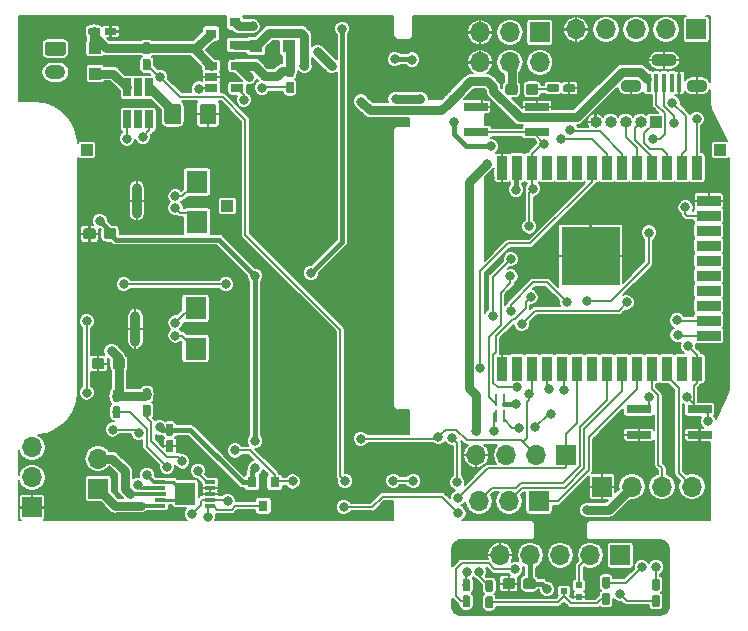
<source format=gbr>
G04 #@! TF.GenerationSoftware,KiCad,Pcbnew,(5.0.2)-1*
G04 #@! TF.CreationDate,2020-01-20T23:46:43+09:00*
G04 #@! TF.ProjectId,schematic,73636865-6d61-4746-9963-2e6b69636164,rev?*
G04 #@! TF.SameCoordinates,Original*
G04 #@! TF.FileFunction,Copper,L2,Bot*
G04 #@! TF.FilePolarity,Positive*
%FSLAX46Y46*%
G04 Gerber Fmt 4.6, Leading zero omitted, Abs format (unit mm)*
G04 Created by KiCad (PCBNEW (5.0.2)-1) date 2020/01/20 23:46:43*
%MOMM*%
%LPD*%
G01*
G04 APERTURE LIST*
G04 #@! TA.AperFunction,Conductor*
%ADD10C,0.150000*%
G04 #@! TD*
G04 #@! TA.AperFunction,ComponentPad*
%ADD11C,1.200000*%
G04 #@! TD*
G04 #@! TA.AperFunction,ComponentPad*
%ADD12O,1.750000X1.200000*%
G04 #@! TD*
G04 #@! TA.AperFunction,SMDPad,CuDef*
%ADD13C,0.950000*%
G04 #@! TD*
G04 #@! TA.AperFunction,SMDPad,CuDef*
%ADD14C,0.640000*%
G04 #@! TD*
G04 #@! TA.AperFunction,SMDPad,CuDef*
%ADD15R,1.100000X1.100000*%
G04 #@! TD*
G04 #@! TA.AperFunction,SMDPad,CuDef*
%ADD16R,0.250000X1.000000*%
G04 #@! TD*
G04 #@! TA.AperFunction,SMDPad,CuDef*
%ADD17R,0.450000X1.500000*%
G04 #@! TD*
G04 #@! TA.AperFunction,ComponentPad*
%ADD18O,1.800000X1.100000*%
G04 #@! TD*
G04 #@! TA.AperFunction,ComponentPad*
%ADD19O,2.200000X1.100000*%
G04 #@! TD*
G04 #@! TA.AperFunction,ComponentPad*
%ADD20R,1.700000X1.700000*%
G04 #@! TD*
G04 #@! TA.AperFunction,ComponentPad*
%ADD21O,1.700000X1.700000*%
G04 #@! TD*
G04 #@! TA.AperFunction,SMDPad,CuDef*
%ADD22R,1.800000X1.900000*%
G04 #@! TD*
G04 #@! TA.AperFunction,SMDPad,CuDef*
%ADD23R,0.900000X0.800000*%
G04 #@! TD*
G04 #@! TA.AperFunction,SMDPad,CuDef*
%ADD24R,0.600000X0.500000*%
G04 #@! TD*
G04 #@! TA.AperFunction,SMDPad,CuDef*
%ADD25C,1.425000*%
G04 #@! TD*
G04 #@! TA.AperFunction,SMDPad,CuDef*
%ADD26R,2.050000X0.650000*%
G04 #@! TD*
G04 #@! TA.AperFunction,ComponentPad*
%ADD27R,1.000000X1.000000*%
G04 #@! TD*
G04 #@! TA.AperFunction,ComponentPad*
%ADD28O,0.840000X3.000000*%
G04 #@! TD*
G04 #@! TA.AperFunction,SMDPad,CuDef*
%ADD29R,1.060000X0.650000*%
G04 #@! TD*
G04 #@! TA.AperFunction,SMDPad,CuDef*
%ADD30R,0.650000X1.560000*%
G04 #@! TD*
G04 #@! TA.AperFunction,SMDPad,CuDef*
%ADD31R,0.800000X0.900000*%
G04 #@! TD*
G04 #@! TA.AperFunction,SMDPad,CuDef*
%ADD32R,1.890000X0.305000*%
G04 #@! TD*
G04 #@! TA.AperFunction,SMDPad,CuDef*
%ADD33R,0.890000X0.305000*%
G04 #@! TD*
G04 #@! TA.AperFunction,SMDPad,CuDef*
%ADD34R,2.890000X0.305000*%
G04 #@! TD*
G04 #@! TA.AperFunction,SMDPad,CuDef*
%ADD35R,1.680000X1.880000*%
G04 #@! TD*
G04 #@! TA.AperFunction,ComponentPad*
%ADD36C,1.500000*%
G04 #@! TD*
G04 #@! TA.AperFunction,ComponentPad*
%ADD37O,1.000000X1.000000*%
G04 #@! TD*
G04 #@! TA.AperFunction,SMDPad,CuDef*
%ADD38R,5.000000X5.000000*%
G04 #@! TD*
G04 #@! TA.AperFunction,SMDPad,CuDef*
%ADD39R,0.900000X2.000000*%
G04 #@! TD*
G04 #@! TA.AperFunction,SMDPad,CuDef*
%ADD40R,2.000000X0.900000*%
G04 #@! TD*
G04 #@! TA.AperFunction,ComponentPad*
%ADD41C,2.000000*%
G04 #@! TD*
G04 #@! TA.AperFunction,ViaPad*
%ADD42C,0.800000*%
G04 #@! TD*
G04 #@! TA.AperFunction,Conductor*
%ADD43C,0.750000*%
G04 #@! TD*
G04 #@! TA.AperFunction,Conductor*
%ADD44C,0.250000*%
G04 #@! TD*
G04 #@! TA.AperFunction,Conductor*
%ADD45C,0.180000*%
G04 #@! TD*
G04 #@! TA.AperFunction,Conductor*
%ADD46C,0.400000*%
G04 #@! TD*
G04 APERTURE END LIST*
D10*
G04 #@! TO.N,VBAT*
G04 #@! TO.C,BT1*
G36*
X24389505Y-30821204D02*
X24413773Y-30824804D01*
X24437572Y-30830765D01*
X24460671Y-30839030D01*
X24482850Y-30849520D01*
X24503893Y-30862132D01*
X24523599Y-30876747D01*
X24541777Y-30893223D01*
X24558253Y-30911401D01*
X24572868Y-30931107D01*
X24585480Y-30952150D01*
X24595970Y-30974329D01*
X24604235Y-30997428D01*
X24610196Y-31021227D01*
X24613796Y-31045495D01*
X24615000Y-31069999D01*
X24615000Y-31770001D01*
X24613796Y-31794505D01*
X24610196Y-31818773D01*
X24604235Y-31842572D01*
X24595970Y-31865671D01*
X24585480Y-31887850D01*
X24572868Y-31908893D01*
X24558253Y-31928599D01*
X24541777Y-31946777D01*
X24523599Y-31963253D01*
X24503893Y-31977868D01*
X24482850Y-31990480D01*
X24460671Y-32000970D01*
X24437572Y-32009235D01*
X24413773Y-32015196D01*
X24389505Y-32018796D01*
X24365001Y-32020000D01*
X23114999Y-32020000D01*
X23090495Y-32018796D01*
X23066227Y-32015196D01*
X23042428Y-32009235D01*
X23019329Y-32000970D01*
X22997150Y-31990480D01*
X22976107Y-31977868D01*
X22956401Y-31963253D01*
X22938223Y-31946777D01*
X22921747Y-31928599D01*
X22907132Y-31908893D01*
X22894520Y-31887850D01*
X22884030Y-31865671D01*
X22875765Y-31842572D01*
X22869804Y-31818773D01*
X22866204Y-31794505D01*
X22865000Y-31770001D01*
X22865000Y-31069999D01*
X22866204Y-31045495D01*
X22869804Y-31021227D01*
X22875765Y-30997428D01*
X22884030Y-30974329D01*
X22894520Y-30952150D01*
X22907132Y-30931107D01*
X22921747Y-30911401D01*
X22938223Y-30893223D01*
X22956401Y-30876747D01*
X22976107Y-30862132D01*
X22997150Y-30849520D01*
X23019329Y-30839030D01*
X23042428Y-30830765D01*
X23066227Y-30824804D01*
X23090495Y-30821204D01*
X23114999Y-30820000D01*
X24365001Y-30820000D01*
X24389505Y-30821204D01*
X24389505Y-30821204D01*
G37*
D11*
G04 #@! TD*
G04 #@! TO.P,BT1,1*
G04 #@! TO.N,VBAT*
X23740000Y-31420000D03*
D12*
G04 #@! TO.P,BT1,2*
G04 #@! TO.N,-BATT*
X23740000Y-33420000D03*
G04 #@! TD*
D10*
G04 #@! TO.N,GNDD*
G04 #@! TO.C,C4*
G36*
X27665779Y-57606144D02*
X27688834Y-57609563D01*
X27711443Y-57615227D01*
X27733387Y-57623079D01*
X27754457Y-57633044D01*
X27774448Y-57645026D01*
X27793168Y-57658910D01*
X27810438Y-57674562D01*
X27826090Y-57691832D01*
X27839974Y-57710552D01*
X27851956Y-57730543D01*
X27861921Y-57751613D01*
X27869773Y-57773557D01*
X27875437Y-57796166D01*
X27878856Y-57819221D01*
X27880000Y-57842500D01*
X27880000Y-58317500D01*
X27878856Y-58340779D01*
X27875437Y-58363834D01*
X27869773Y-58386443D01*
X27861921Y-58408387D01*
X27851956Y-58429457D01*
X27839974Y-58449448D01*
X27826090Y-58468168D01*
X27810438Y-58485438D01*
X27793168Y-58501090D01*
X27774448Y-58514974D01*
X27754457Y-58526956D01*
X27733387Y-58536921D01*
X27711443Y-58544773D01*
X27688834Y-58550437D01*
X27665779Y-58553856D01*
X27642500Y-58555000D01*
X27067500Y-58555000D01*
X27044221Y-58553856D01*
X27021166Y-58550437D01*
X26998557Y-58544773D01*
X26976613Y-58536921D01*
X26955543Y-58526956D01*
X26935552Y-58514974D01*
X26916832Y-58501090D01*
X26899562Y-58485438D01*
X26883910Y-58468168D01*
X26870026Y-58449448D01*
X26858044Y-58429457D01*
X26848079Y-58408387D01*
X26840227Y-58386443D01*
X26834563Y-58363834D01*
X26831144Y-58340779D01*
X26830000Y-58317500D01*
X26830000Y-57842500D01*
X26831144Y-57819221D01*
X26834563Y-57796166D01*
X26840227Y-57773557D01*
X26848079Y-57751613D01*
X26858044Y-57730543D01*
X26870026Y-57710552D01*
X26883910Y-57691832D01*
X26899562Y-57674562D01*
X26916832Y-57658910D01*
X26935552Y-57645026D01*
X26955543Y-57633044D01*
X26976613Y-57623079D01*
X26998557Y-57615227D01*
X27021166Y-57609563D01*
X27044221Y-57606144D01*
X27067500Y-57605000D01*
X27642500Y-57605000D01*
X27665779Y-57606144D01*
X27665779Y-57606144D01*
G37*
D13*
G04 #@! TD*
G04 #@! TO.P,C4,2*
G04 #@! TO.N,GNDD*
X27355000Y-58080000D03*
D10*
G04 #@! TO.N,+5V*
G04 #@! TO.C,C4*
G36*
X29415779Y-57606144D02*
X29438834Y-57609563D01*
X29461443Y-57615227D01*
X29483387Y-57623079D01*
X29504457Y-57633044D01*
X29524448Y-57645026D01*
X29543168Y-57658910D01*
X29560438Y-57674562D01*
X29576090Y-57691832D01*
X29589974Y-57710552D01*
X29601956Y-57730543D01*
X29611921Y-57751613D01*
X29619773Y-57773557D01*
X29625437Y-57796166D01*
X29628856Y-57819221D01*
X29630000Y-57842500D01*
X29630000Y-58317500D01*
X29628856Y-58340779D01*
X29625437Y-58363834D01*
X29619773Y-58386443D01*
X29611921Y-58408387D01*
X29601956Y-58429457D01*
X29589974Y-58449448D01*
X29576090Y-58468168D01*
X29560438Y-58485438D01*
X29543168Y-58501090D01*
X29524448Y-58514974D01*
X29504457Y-58526956D01*
X29483387Y-58536921D01*
X29461443Y-58544773D01*
X29438834Y-58550437D01*
X29415779Y-58553856D01*
X29392500Y-58555000D01*
X28817500Y-58555000D01*
X28794221Y-58553856D01*
X28771166Y-58550437D01*
X28748557Y-58544773D01*
X28726613Y-58536921D01*
X28705543Y-58526956D01*
X28685552Y-58514974D01*
X28666832Y-58501090D01*
X28649562Y-58485438D01*
X28633910Y-58468168D01*
X28620026Y-58449448D01*
X28608044Y-58429457D01*
X28598079Y-58408387D01*
X28590227Y-58386443D01*
X28584563Y-58363834D01*
X28581144Y-58340779D01*
X28580000Y-58317500D01*
X28580000Y-57842500D01*
X28581144Y-57819221D01*
X28584563Y-57796166D01*
X28590227Y-57773557D01*
X28598079Y-57751613D01*
X28608044Y-57730543D01*
X28620026Y-57710552D01*
X28633910Y-57691832D01*
X28649562Y-57674562D01*
X28666832Y-57658910D01*
X28685552Y-57645026D01*
X28705543Y-57633044D01*
X28726613Y-57623079D01*
X28748557Y-57615227D01*
X28771166Y-57609563D01*
X28794221Y-57606144D01*
X28817500Y-57605000D01*
X29392500Y-57605000D01*
X29415779Y-57606144D01*
X29415779Y-57606144D01*
G37*
D13*
G04 #@! TD*
G04 #@! TO.P,C4,1*
G04 #@! TO.N,+5V*
X29105000Y-58080000D03*
D10*
G04 #@! TO.N,GNDD*
G04 #@! TO.C,C5*
G36*
X26935779Y-46606144D02*
X26958834Y-46609563D01*
X26981443Y-46615227D01*
X27003387Y-46623079D01*
X27024457Y-46633044D01*
X27044448Y-46645026D01*
X27063168Y-46658910D01*
X27080438Y-46674562D01*
X27096090Y-46691832D01*
X27109974Y-46710552D01*
X27121956Y-46730543D01*
X27131921Y-46751613D01*
X27139773Y-46773557D01*
X27145437Y-46796166D01*
X27148856Y-46819221D01*
X27150000Y-46842500D01*
X27150000Y-47317500D01*
X27148856Y-47340779D01*
X27145437Y-47363834D01*
X27139773Y-47386443D01*
X27131921Y-47408387D01*
X27121956Y-47429457D01*
X27109974Y-47449448D01*
X27096090Y-47468168D01*
X27080438Y-47485438D01*
X27063168Y-47501090D01*
X27044448Y-47514974D01*
X27024457Y-47526956D01*
X27003387Y-47536921D01*
X26981443Y-47544773D01*
X26958834Y-47550437D01*
X26935779Y-47553856D01*
X26912500Y-47555000D01*
X26337500Y-47555000D01*
X26314221Y-47553856D01*
X26291166Y-47550437D01*
X26268557Y-47544773D01*
X26246613Y-47536921D01*
X26225543Y-47526956D01*
X26205552Y-47514974D01*
X26186832Y-47501090D01*
X26169562Y-47485438D01*
X26153910Y-47468168D01*
X26140026Y-47449448D01*
X26128044Y-47429457D01*
X26118079Y-47408387D01*
X26110227Y-47386443D01*
X26104563Y-47363834D01*
X26101144Y-47340779D01*
X26100000Y-47317500D01*
X26100000Y-46842500D01*
X26101144Y-46819221D01*
X26104563Y-46796166D01*
X26110227Y-46773557D01*
X26118079Y-46751613D01*
X26128044Y-46730543D01*
X26140026Y-46710552D01*
X26153910Y-46691832D01*
X26169562Y-46674562D01*
X26186832Y-46658910D01*
X26205552Y-46645026D01*
X26225543Y-46633044D01*
X26246613Y-46623079D01*
X26268557Y-46615227D01*
X26291166Y-46609563D01*
X26314221Y-46606144D01*
X26337500Y-46605000D01*
X26912500Y-46605000D01*
X26935779Y-46606144D01*
X26935779Y-46606144D01*
G37*
D13*
G04 #@! TD*
G04 #@! TO.P,C5,2*
G04 #@! TO.N,GNDD*
X26625000Y-47080000D03*
D10*
G04 #@! TO.N,+3V3*
G04 #@! TO.C,C5*
G36*
X28685779Y-46606144D02*
X28708834Y-46609563D01*
X28731443Y-46615227D01*
X28753387Y-46623079D01*
X28774457Y-46633044D01*
X28794448Y-46645026D01*
X28813168Y-46658910D01*
X28830438Y-46674562D01*
X28846090Y-46691832D01*
X28859974Y-46710552D01*
X28871956Y-46730543D01*
X28881921Y-46751613D01*
X28889773Y-46773557D01*
X28895437Y-46796166D01*
X28898856Y-46819221D01*
X28900000Y-46842500D01*
X28900000Y-47317500D01*
X28898856Y-47340779D01*
X28895437Y-47363834D01*
X28889773Y-47386443D01*
X28881921Y-47408387D01*
X28871956Y-47429457D01*
X28859974Y-47449448D01*
X28846090Y-47468168D01*
X28830438Y-47485438D01*
X28813168Y-47501090D01*
X28794448Y-47514974D01*
X28774457Y-47526956D01*
X28753387Y-47536921D01*
X28731443Y-47544773D01*
X28708834Y-47550437D01*
X28685779Y-47553856D01*
X28662500Y-47555000D01*
X28087500Y-47555000D01*
X28064221Y-47553856D01*
X28041166Y-47550437D01*
X28018557Y-47544773D01*
X27996613Y-47536921D01*
X27975543Y-47526956D01*
X27955552Y-47514974D01*
X27936832Y-47501090D01*
X27919562Y-47485438D01*
X27903910Y-47468168D01*
X27890026Y-47449448D01*
X27878044Y-47429457D01*
X27868079Y-47408387D01*
X27860227Y-47386443D01*
X27854563Y-47363834D01*
X27851144Y-47340779D01*
X27850000Y-47317500D01*
X27850000Y-46842500D01*
X27851144Y-46819221D01*
X27854563Y-46796166D01*
X27860227Y-46773557D01*
X27868079Y-46751613D01*
X27878044Y-46730543D01*
X27890026Y-46710552D01*
X27903910Y-46691832D01*
X27919562Y-46674562D01*
X27936832Y-46658910D01*
X27955552Y-46645026D01*
X27975543Y-46633044D01*
X27996613Y-46623079D01*
X28018557Y-46615227D01*
X28041166Y-46609563D01*
X28064221Y-46606144D01*
X28087500Y-46605000D01*
X28662500Y-46605000D01*
X28685779Y-46606144D01*
X28685779Y-46606144D01*
G37*
D13*
G04 #@! TD*
G04 #@! TO.P,C5,1*
G04 #@! TO.N,+3V3*
X28375000Y-47080000D03*
D10*
G04 #@! TO.N,GNDD*
G04 #@! TO.C,C6*
G36*
X28755683Y-29640770D02*
X28771214Y-29643074D01*
X28786446Y-29646890D01*
X28801229Y-29652179D01*
X28815423Y-29658893D01*
X28828891Y-29666965D01*
X28841503Y-29676318D01*
X28853137Y-29686863D01*
X28863682Y-29698497D01*
X28873035Y-29711109D01*
X28881107Y-29724577D01*
X28887821Y-29738771D01*
X28893110Y-29753554D01*
X28896926Y-29768786D01*
X28899230Y-29784317D01*
X28900000Y-29800000D01*
X28900000Y-30120000D01*
X28899230Y-30135683D01*
X28896926Y-30151214D01*
X28893110Y-30166446D01*
X28887821Y-30181229D01*
X28881107Y-30195423D01*
X28873035Y-30208891D01*
X28863682Y-30221503D01*
X28853137Y-30233137D01*
X28841503Y-30243682D01*
X28828891Y-30253035D01*
X28815423Y-30261107D01*
X28801229Y-30267821D01*
X28786446Y-30273110D01*
X28771214Y-30276926D01*
X28755683Y-30279230D01*
X28740000Y-30280000D01*
X28060000Y-30280000D01*
X28044317Y-30279230D01*
X28028786Y-30276926D01*
X28013554Y-30273110D01*
X27998771Y-30267821D01*
X27984577Y-30261107D01*
X27971109Y-30253035D01*
X27958497Y-30243682D01*
X27946863Y-30233137D01*
X27936318Y-30221503D01*
X27926965Y-30208891D01*
X27918893Y-30195423D01*
X27912179Y-30181229D01*
X27906890Y-30166446D01*
X27903074Y-30151214D01*
X27900770Y-30135683D01*
X27900000Y-30120000D01*
X27900000Y-29800000D01*
X27900770Y-29784317D01*
X27903074Y-29768786D01*
X27906890Y-29753554D01*
X27912179Y-29738771D01*
X27918893Y-29724577D01*
X27926965Y-29711109D01*
X27936318Y-29698497D01*
X27946863Y-29686863D01*
X27958497Y-29676318D01*
X27971109Y-29666965D01*
X27984577Y-29658893D01*
X27998771Y-29652179D01*
X28013554Y-29646890D01*
X28028786Y-29643074D01*
X28044317Y-29640770D01*
X28060000Y-29640000D01*
X28740000Y-29640000D01*
X28755683Y-29640770D01*
X28755683Y-29640770D01*
G37*
D14*
G04 #@! TD*
G04 #@! TO.P,C6,2*
G04 #@! TO.N,GNDD*
X28400000Y-29960000D03*
D10*
G04 #@! TO.N,VBAT*
G04 #@! TO.C,C6*
G36*
X27375683Y-29640770D02*
X27391214Y-29643074D01*
X27406446Y-29646890D01*
X27421229Y-29652179D01*
X27435423Y-29658893D01*
X27448891Y-29666965D01*
X27461503Y-29676318D01*
X27473137Y-29686863D01*
X27483682Y-29698497D01*
X27493035Y-29711109D01*
X27501107Y-29724577D01*
X27507821Y-29738771D01*
X27513110Y-29753554D01*
X27516926Y-29768786D01*
X27519230Y-29784317D01*
X27520000Y-29800000D01*
X27520000Y-30120000D01*
X27519230Y-30135683D01*
X27516926Y-30151214D01*
X27513110Y-30166446D01*
X27507821Y-30181229D01*
X27501107Y-30195423D01*
X27493035Y-30208891D01*
X27483682Y-30221503D01*
X27473137Y-30233137D01*
X27461503Y-30243682D01*
X27448891Y-30253035D01*
X27435423Y-30261107D01*
X27421229Y-30267821D01*
X27406446Y-30273110D01*
X27391214Y-30276926D01*
X27375683Y-30279230D01*
X27360000Y-30280000D01*
X26680000Y-30280000D01*
X26664317Y-30279230D01*
X26648786Y-30276926D01*
X26633554Y-30273110D01*
X26618771Y-30267821D01*
X26604577Y-30261107D01*
X26591109Y-30253035D01*
X26578497Y-30243682D01*
X26566863Y-30233137D01*
X26556318Y-30221503D01*
X26546965Y-30208891D01*
X26538893Y-30195423D01*
X26532179Y-30181229D01*
X26526890Y-30166446D01*
X26523074Y-30151214D01*
X26520770Y-30135683D01*
X26520000Y-30120000D01*
X26520000Y-29800000D01*
X26520770Y-29784317D01*
X26523074Y-29768786D01*
X26526890Y-29753554D01*
X26532179Y-29738771D01*
X26538893Y-29724577D01*
X26546965Y-29711109D01*
X26556318Y-29698497D01*
X26566863Y-29686863D01*
X26578497Y-29676318D01*
X26591109Y-29666965D01*
X26604577Y-29658893D01*
X26618771Y-29652179D01*
X26633554Y-29646890D01*
X26648786Y-29643074D01*
X26664317Y-29640770D01*
X26680000Y-29640000D01*
X27360000Y-29640000D01*
X27375683Y-29640770D01*
X27375683Y-29640770D01*
G37*
D14*
G04 #@! TD*
G04 #@! TO.P,C6,1*
G04 #@! TO.N,VBAT*
X27020000Y-29960000D03*
D10*
G04 #@! TO.N,+3V3*
G04 #@! TO.C,C15*
G36*
X64185779Y-76236144D02*
X64208834Y-76239563D01*
X64231443Y-76245227D01*
X64253387Y-76253079D01*
X64274457Y-76263044D01*
X64294448Y-76275026D01*
X64313168Y-76288910D01*
X64330438Y-76304562D01*
X64346090Y-76321832D01*
X64359974Y-76340552D01*
X64371956Y-76360543D01*
X64381921Y-76381613D01*
X64389773Y-76403557D01*
X64395437Y-76426166D01*
X64398856Y-76449221D01*
X64400000Y-76472500D01*
X64400000Y-76947500D01*
X64398856Y-76970779D01*
X64395437Y-76993834D01*
X64389773Y-77016443D01*
X64381921Y-77038387D01*
X64371956Y-77059457D01*
X64359974Y-77079448D01*
X64346090Y-77098168D01*
X64330438Y-77115438D01*
X64313168Y-77131090D01*
X64294448Y-77144974D01*
X64274457Y-77156956D01*
X64253387Y-77166921D01*
X64231443Y-77174773D01*
X64208834Y-77180437D01*
X64185779Y-77183856D01*
X64162500Y-77185000D01*
X63587500Y-77185000D01*
X63564221Y-77183856D01*
X63541166Y-77180437D01*
X63518557Y-77174773D01*
X63496613Y-77166921D01*
X63475543Y-77156956D01*
X63455552Y-77144974D01*
X63436832Y-77131090D01*
X63419562Y-77115438D01*
X63403910Y-77098168D01*
X63390026Y-77079448D01*
X63378044Y-77059457D01*
X63368079Y-77038387D01*
X63360227Y-77016443D01*
X63354563Y-76993834D01*
X63351144Y-76970779D01*
X63350000Y-76947500D01*
X63350000Y-76472500D01*
X63351144Y-76449221D01*
X63354563Y-76426166D01*
X63360227Y-76403557D01*
X63368079Y-76381613D01*
X63378044Y-76360543D01*
X63390026Y-76340552D01*
X63403910Y-76321832D01*
X63419562Y-76304562D01*
X63436832Y-76288910D01*
X63455552Y-76275026D01*
X63475543Y-76263044D01*
X63496613Y-76253079D01*
X63518557Y-76245227D01*
X63541166Y-76239563D01*
X63564221Y-76236144D01*
X63587500Y-76235000D01*
X64162500Y-76235000D01*
X64185779Y-76236144D01*
X64185779Y-76236144D01*
G37*
D13*
G04 #@! TD*
G04 #@! TO.P,C15,1*
G04 #@! TO.N,+3V3*
X63875000Y-76710000D03*
D10*
G04 #@! TO.N,GNDD*
G04 #@! TO.C,C15*
G36*
X62435779Y-76236144D02*
X62458834Y-76239563D01*
X62481443Y-76245227D01*
X62503387Y-76253079D01*
X62524457Y-76263044D01*
X62544448Y-76275026D01*
X62563168Y-76288910D01*
X62580438Y-76304562D01*
X62596090Y-76321832D01*
X62609974Y-76340552D01*
X62621956Y-76360543D01*
X62631921Y-76381613D01*
X62639773Y-76403557D01*
X62645437Y-76426166D01*
X62648856Y-76449221D01*
X62650000Y-76472500D01*
X62650000Y-76947500D01*
X62648856Y-76970779D01*
X62645437Y-76993834D01*
X62639773Y-77016443D01*
X62631921Y-77038387D01*
X62621956Y-77059457D01*
X62609974Y-77079448D01*
X62596090Y-77098168D01*
X62580438Y-77115438D01*
X62563168Y-77131090D01*
X62544448Y-77144974D01*
X62524457Y-77156956D01*
X62503387Y-77166921D01*
X62481443Y-77174773D01*
X62458834Y-77180437D01*
X62435779Y-77183856D01*
X62412500Y-77185000D01*
X61837500Y-77185000D01*
X61814221Y-77183856D01*
X61791166Y-77180437D01*
X61768557Y-77174773D01*
X61746613Y-77166921D01*
X61725543Y-77156956D01*
X61705552Y-77144974D01*
X61686832Y-77131090D01*
X61669562Y-77115438D01*
X61653910Y-77098168D01*
X61640026Y-77079448D01*
X61628044Y-77059457D01*
X61618079Y-77038387D01*
X61610227Y-77016443D01*
X61604563Y-76993834D01*
X61601144Y-76970779D01*
X61600000Y-76947500D01*
X61600000Y-76472500D01*
X61601144Y-76449221D01*
X61604563Y-76426166D01*
X61610227Y-76403557D01*
X61618079Y-76381613D01*
X61628044Y-76360543D01*
X61640026Y-76340552D01*
X61653910Y-76321832D01*
X61669562Y-76304562D01*
X61686832Y-76288910D01*
X61705552Y-76275026D01*
X61725543Y-76263044D01*
X61746613Y-76253079D01*
X61768557Y-76245227D01*
X61791166Y-76239563D01*
X61814221Y-76236144D01*
X61837500Y-76235000D01*
X62412500Y-76235000D01*
X62435779Y-76236144D01*
X62435779Y-76236144D01*
G37*
D13*
G04 #@! TD*
G04 #@! TO.P,C15,2*
G04 #@! TO.N,GNDD*
X62125000Y-76710000D03*
D15*
G04 #@! TO.P,D2,1*
G04 #@! TO.N,Net-(D2-Pad1)*
X40720000Y-31190000D03*
G04 #@! TO.P,D2,2*
G04 #@! TO.N,VBUS*
X43520000Y-31190000D03*
G04 #@! TD*
D10*
G04 #@! TO.N,Net-(D4-Pad1)*
G04 #@! TO.C,D4*
G36*
X64420779Y-34376144D02*
X64443834Y-34379563D01*
X64466443Y-34385227D01*
X64488387Y-34393079D01*
X64509457Y-34403044D01*
X64529448Y-34415026D01*
X64548168Y-34428910D01*
X64565438Y-34444562D01*
X64581090Y-34461832D01*
X64594974Y-34480552D01*
X64606956Y-34500543D01*
X64616921Y-34521613D01*
X64624773Y-34543557D01*
X64630437Y-34566166D01*
X64633856Y-34589221D01*
X64635000Y-34612500D01*
X64635000Y-35087500D01*
X64633856Y-35110779D01*
X64630437Y-35133834D01*
X64624773Y-35156443D01*
X64616921Y-35178387D01*
X64606956Y-35199457D01*
X64594974Y-35219448D01*
X64581090Y-35238168D01*
X64565438Y-35255438D01*
X64548168Y-35271090D01*
X64529448Y-35284974D01*
X64509457Y-35296956D01*
X64488387Y-35306921D01*
X64466443Y-35314773D01*
X64443834Y-35320437D01*
X64420779Y-35323856D01*
X64397500Y-35325000D01*
X63822500Y-35325000D01*
X63799221Y-35323856D01*
X63776166Y-35320437D01*
X63753557Y-35314773D01*
X63731613Y-35306921D01*
X63710543Y-35296956D01*
X63690552Y-35284974D01*
X63671832Y-35271090D01*
X63654562Y-35255438D01*
X63638910Y-35238168D01*
X63625026Y-35219448D01*
X63613044Y-35199457D01*
X63603079Y-35178387D01*
X63595227Y-35156443D01*
X63589563Y-35133834D01*
X63586144Y-35110779D01*
X63585000Y-35087500D01*
X63585000Y-34612500D01*
X63586144Y-34589221D01*
X63589563Y-34566166D01*
X63595227Y-34543557D01*
X63603079Y-34521613D01*
X63613044Y-34500543D01*
X63625026Y-34480552D01*
X63638910Y-34461832D01*
X63654562Y-34444562D01*
X63671832Y-34428910D01*
X63690552Y-34415026D01*
X63710543Y-34403044D01*
X63731613Y-34393079D01*
X63753557Y-34385227D01*
X63776166Y-34379563D01*
X63799221Y-34376144D01*
X63822500Y-34375000D01*
X64397500Y-34375000D01*
X64420779Y-34376144D01*
X64420779Y-34376144D01*
G37*
D13*
G04 #@! TD*
G04 #@! TO.P,D4,1*
G04 #@! TO.N,Net-(D4-Pad1)*
X64110000Y-34850000D03*
D10*
G04 #@! TO.N,+5V*
G04 #@! TO.C,D4*
G36*
X62670779Y-34376144D02*
X62693834Y-34379563D01*
X62716443Y-34385227D01*
X62738387Y-34393079D01*
X62759457Y-34403044D01*
X62779448Y-34415026D01*
X62798168Y-34428910D01*
X62815438Y-34444562D01*
X62831090Y-34461832D01*
X62844974Y-34480552D01*
X62856956Y-34500543D01*
X62866921Y-34521613D01*
X62874773Y-34543557D01*
X62880437Y-34566166D01*
X62883856Y-34589221D01*
X62885000Y-34612500D01*
X62885000Y-35087500D01*
X62883856Y-35110779D01*
X62880437Y-35133834D01*
X62874773Y-35156443D01*
X62866921Y-35178387D01*
X62856956Y-35199457D01*
X62844974Y-35219448D01*
X62831090Y-35238168D01*
X62815438Y-35255438D01*
X62798168Y-35271090D01*
X62779448Y-35284974D01*
X62759457Y-35296956D01*
X62738387Y-35306921D01*
X62716443Y-35314773D01*
X62693834Y-35320437D01*
X62670779Y-35323856D01*
X62647500Y-35325000D01*
X62072500Y-35325000D01*
X62049221Y-35323856D01*
X62026166Y-35320437D01*
X62003557Y-35314773D01*
X61981613Y-35306921D01*
X61960543Y-35296956D01*
X61940552Y-35284974D01*
X61921832Y-35271090D01*
X61904562Y-35255438D01*
X61888910Y-35238168D01*
X61875026Y-35219448D01*
X61863044Y-35199457D01*
X61853079Y-35178387D01*
X61845227Y-35156443D01*
X61839563Y-35133834D01*
X61836144Y-35110779D01*
X61835000Y-35087500D01*
X61835000Y-34612500D01*
X61836144Y-34589221D01*
X61839563Y-34566166D01*
X61845227Y-34543557D01*
X61853079Y-34521613D01*
X61863044Y-34500543D01*
X61875026Y-34480552D01*
X61888910Y-34461832D01*
X61904562Y-34444562D01*
X61921832Y-34428910D01*
X61940552Y-34415026D01*
X61960543Y-34403044D01*
X61981613Y-34393079D01*
X62003557Y-34385227D01*
X62026166Y-34379563D01*
X62049221Y-34376144D01*
X62072500Y-34375000D01*
X62647500Y-34375000D01*
X62670779Y-34376144D01*
X62670779Y-34376144D01*
G37*
D13*
G04 #@! TD*
G04 #@! TO.P,D4,2*
G04 #@! TO.N,+5V*
X62360000Y-34850000D03*
D16*
G04 #@! TO.P,D5,1*
G04 #@! TO.N,+3V3*
X61685000Y-61140000D03*
G04 #@! TO.P,D5,2*
G04 #@! TO.N,Net-(D5-Pad2)*
X61685000Y-62540000D03*
G04 #@! TO.P,D5,4*
G04 #@! TO.N,Net-(D5-Pad4)*
X61035000Y-61140000D03*
G04 #@! TO.P,D5,3*
G04 #@! TO.N,Net-(D5-Pad3)*
X61035000Y-62540000D03*
G04 #@! TD*
D17*
G04 #@! TO.P,J1,3*
G04 #@! TO.N,D+*
X75270000Y-34305000D03*
G04 #@! TO.P,J1,4*
G04 #@! TO.N,N/C*
X75920000Y-34305000D03*
G04 #@! TO.P,J1,2*
G04 #@! TO.N,D-*
X74620000Y-34305000D03*
G04 #@! TO.P,J1,5*
G04 #@! TO.N,GNDD*
X76570000Y-34305000D03*
G04 #@! TO.P,J1,1*
G04 #@! TO.N,VBUS*
X73970000Y-34305000D03*
D18*
G04 #@! TO.P,J1,6*
G04 #@! TO.N,GNDD*
X72470000Y-34555000D03*
X78070000Y-34555000D03*
D19*
X75270000Y-32405000D03*
G04 #@! TD*
D20*
G04 #@! TO.P,J2,1*
G04 #@! TO.N,PWM1*
X64750000Y-30040000D03*
D21*
G04 #@! TO.P,J2,2*
G04 #@! TO.N,PWM0*
X64750000Y-32580000D03*
G04 #@! TO.P,J2,3*
G04 #@! TO.N,+5V*
X62210000Y-30040000D03*
G04 #@! TO.P,J2,4*
X62210000Y-32580000D03*
G04 #@! TO.P,J2,5*
G04 #@! TO.N,GNDD*
X59670000Y-30040000D03*
G04 #@! TO.P,J2,6*
X59670000Y-32580000D03*
G04 #@! TD*
D20*
G04 #@! TO.P,J3,1*
G04 #@! TO.N,GPIO_5*
X64680000Y-69720000D03*
D21*
G04 #@! TO.P,J3,2*
G04 #@! TO.N,GPIO_18*
X62140000Y-69720000D03*
G04 #@! TO.P,J3,3*
G04 #@! TO.N,GPIO_19*
X59600000Y-69720000D03*
G04 #@! TD*
D20*
G04 #@! TO.P,J4,1*
G04 #@! TO.N,GNDD*
X70020000Y-68490000D03*
D21*
G04 #@! TO.P,J4,2*
G04 #@! TO.N,+5V*
X72560000Y-68490000D03*
G04 #@! TO.P,J4,3*
G04 #@! TO.N,ESP32_TX*
X75100000Y-68490000D03*
G04 #@! TO.P,J4,4*
G04 #@! TO.N,ESP32_RX*
X77640000Y-68490000D03*
G04 #@! TD*
D20*
G04 #@! TO.P,J6,1*
G04 #@! TO.N,LED_RIGHT*
X71560000Y-74300000D03*
D21*
G04 #@! TO.P,J6,2*
G04 #@! TO.N,LED_BRAKE*
X69020000Y-74300000D03*
G04 #@! TO.P,J6,3*
G04 #@! TO.N,LED_LEFT*
X66480000Y-74300000D03*
G04 #@! TO.P,J6,4*
G04 #@! TO.N,+3V3*
X63940000Y-74300000D03*
G04 #@! TO.P,J6,5*
G04 #@! TO.N,GNDD*
X61400000Y-74300000D03*
G04 #@! TD*
D20*
G04 #@! TO.P,J7,1*
G04 #@! TO.N,I2C_SDA*
X66990000Y-65800000D03*
D21*
G04 #@! TO.P,J7,2*
G04 #@! TO.N,I2C_SCL*
X64450000Y-65800000D03*
G04 #@! TO.P,J7,3*
G04 #@! TO.N,+3V3*
X61910000Y-65800000D03*
G04 #@! TO.P,J7,4*
G04 #@! TO.N,GNDD*
X59370000Y-65800000D03*
G04 #@! TD*
D20*
G04 #@! TO.P,J8,1*
G04 #@! TO.N,SPI_MISO*
X77990000Y-29790000D03*
D21*
G04 #@! TO.P,J8,2*
G04 #@! TO.N,SPI_MOSI*
X75450000Y-29790000D03*
G04 #@! TO.P,J8,3*
G04 #@! TO.N,SPI_CLK*
X72910000Y-29790000D03*
G04 #@! TO.P,J8,4*
G04 #@! TO.N,+3V3*
X70370000Y-29790000D03*
G04 #@! TO.P,J8,5*
G04 #@! TO.N,GNDD*
X67830000Y-29790000D03*
G04 #@! TD*
D22*
G04 #@! TO.P,L1,2*
G04 #@! TO.N,Net-(L1-Pad2)*
X35600000Y-56800000D03*
G04 #@! TO.P,L1,1*
G04 #@! TO.N,Net-(L1-Pad1)*
X35600000Y-53400000D03*
G04 #@! TD*
G04 #@! TO.P,L2,1*
G04 #@! TO.N,Net-(L2-Pad1)*
X35700000Y-42700000D03*
G04 #@! TO.P,L2,2*
G04 #@! TO.N,Net-(L2-Pad2)*
X35700000Y-46100000D03*
G04 #@! TD*
D20*
G04 #@! TO.P,M1,1*
G04 #@! TO.N,Net-(IC1-Pad1)*
X27360000Y-68660000D03*
D21*
G04 #@! TO.P,M1,2*
G04 #@! TO.N,Net-(IC1-Pad3)*
X27360000Y-66120000D03*
G04 #@! TD*
D23*
G04 #@! TO.P,Q3,1*
G04 #@! TO.N,VBUS*
X38920000Y-29180000D03*
G04 #@! TO.P,Q3,2*
G04 #@! TO.N,Net-(D2-Pad1)*
X38920000Y-31080000D03*
G04 #@! TO.P,Q3,3*
G04 #@! TO.N,VBAT*
X36920000Y-30130000D03*
G04 #@! TD*
D24*
G04 #@! TO.P,Q4,3*
G04 #@! TO.N,Net-(Q4-Pad3)*
X66790000Y-77340000D03*
G04 #@! TO.P,Q4,2*
G04 #@! TO.N,GNDD*
X68090000Y-77840000D03*
G04 #@! TO.P,Q4,1*
G04 #@! TO.N,LED_BRAKE*
X68090000Y-76840000D03*
G04 #@! TD*
D10*
G04 #@! TO.N,ADC1_Batt*
G04 #@! TO.C,R2*
G36*
X31645683Y-32260770D02*
X31661214Y-32263074D01*
X31676446Y-32266890D01*
X31691229Y-32272179D01*
X31705423Y-32278893D01*
X31718891Y-32286965D01*
X31731503Y-32296318D01*
X31743137Y-32306863D01*
X31753682Y-32318497D01*
X31763035Y-32331109D01*
X31771107Y-32344577D01*
X31777821Y-32358771D01*
X31783110Y-32373554D01*
X31786926Y-32388786D01*
X31789230Y-32404317D01*
X31790000Y-32420000D01*
X31790000Y-33100000D01*
X31789230Y-33115683D01*
X31786926Y-33131214D01*
X31783110Y-33146446D01*
X31777821Y-33161229D01*
X31771107Y-33175423D01*
X31763035Y-33188891D01*
X31753682Y-33201503D01*
X31743137Y-33213137D01*
X31731503Y-33223682D01*
X31718891Y-33233035D01*
X31705423Y-33241107D01*
X31691229Y-33247821D01*
X31676446Y-33253110D01*
X31661214Y-33256926D01*
X31645683Y-33259230D01*
X31630000Y-33260000D01*
X31310000Y-33260000D01*
X31294317Y-33259230D01*
X31278786Y-33256926D01*
X31263554Y-33253110D01*
X31248771Y-33247821D01*
X31234577Y-33241107D01*
X31221109Y-33233035D01*
X31208497Y-33223682D01*
X31196863Y-33213137D01*
X31186318Y-33201503D01*
X31176965Y-33188891D01*
X31168893Y-33175423D01*
X31162179Y-33161229D01*
X31156890Y-33146446D01*
X31153074Y-33131214D01*
X31150770Y-33115683D01*
X31150000Y-33100000D01*
X31150000Y-32420000D01*
X31150770Y-32404317D01*
X31153074Y-32388786D01*
X31156890Y-32373554D01*
X31162179Y-32358771D01*
X31168893Y-32344577D01*
X31176965Y-32331109D01*
X31186318Y-32318497D01*
X31196863Y-32306863D01*
X31208497Y-32296318D01*
X31221109Y-32286965D01*
X31234577Y-32278893D01*
X31248771Y-32272179D01*
X31263554Y-32266890D01*
X31278786Y-32263074D01*
X31294317Y-32260770D01*
X31310000Y-32260000D01*
X31630000Y-32260000D01*
X31645683Y-32260770D01*
X31645683Y-32260770D01*
G37*
D14*
G04 #@! TD*
G04 #@! TO.P,R2,2*
G04 #@! TO.N,ADC1_Batt*
X31470000Y-32760000D03*
D10*
G04 #@! TO.N,VBAT*
G04 #@! TO.C,R2*
G36*
X31645683Y-30880770D02*
X31661214Y-30883074D01*
X31676446Y-30886890D01*
X31691229Y-30892179D01*
X31705423Y-30898893D01*
X31718891Y-30906965D01*
X31731503Y-30916318D01*
X31743137Y-30926863D01*
X31753682Y-30938497D01*
X31763035Y-30951109D01*
X31771107Y-30964577D01*
X31777821Y-30978771D01*
X31783110Y-30993554D01*
X31786926Y-31008786D01*
X31789230Y-31024317D01*
X31790000Y-31040000D01*
X31790000Y-31720000D01*
X31789230Y-31735683D01*
X31786926Y-31751214D01*
X31783110Y-31766446D01*
X31777821Y-31781229D01*
X31771107Y-31795423D01*
X31763035Y-31808891D01*
X31753682Y-31821503D01*
X31743137Y-31833137D01*
X31731503Y-31843682D01*
X31718891Y-31853035D01*
X31705423Y-31861107D01*
X31691229Y-31867821D01*
X31676446Y-31873110D01*
X31661214Y-31876926D01*
X31645683Y-31879230D01*
X31630000Y-31880000D01*
X31310000Y-31880000D01*
X31294317Y-31879230D01*
X31278786Y-31876926D01*
X31263554Y-31873110D01*
X31248771Y-31867821D01*
X31234577Y-31861107D01*
X31221109Y-31853035D01*
X31208497Y-31843682D01*
X31196863Y-31833137D01*
X31186318Y-31821503D01*
X31176965Y-31808891D01*
X31168893Y-31795423D01*
X31162179Y-31781229D01*
X31156890Y-31766446D01*
X31153074Y-31751214D01*
X31150770Y-31735683D01*
X31150000Y-31720000D01*
X31150000Y-31040000D01*
X31150770Y-31024317D01*
X31153074Y-31008786D01*
X31156890Y-30993554D01*
X31162179Y-30978771D01*
X31168893Y-30964577D01*
X31176965Y-30951109D01*
X31186318Y-30938497D01*
X31196863Y-30926863D01*
X31208497Y-30916318D01*
X31221109Y-30906965D01*
X31234577Y-30898893D01*
X31248771Y-30892179D01*
X31263554Y-30886890D01*
X31278786Y-30883074D01*
X31294317Y-30880770D01*
X31310000Y-30880000D01*
X31630000Y-30880000D01*
X31645683Y-30880770D01*
X31645683Y-30880770D01*
G37*
D14*
G04 #@! TD*
G04 #@! TO.P,R2,1*
G04 #@! TO.N,VBAT*
X31470000Y-31380000D03*
D10*
G04 #@! TO.N,GNDD*
G04 #@! TO.C,R7*
G36*
X37144504Y-36076204D02*
X37168773Y-36079804D01*
X37192571Y-36085765D01*
X37215671Y-36094030D01*
X37237849Y-36104520D01*
X37258893Y-36117133D01*
X37278598Y-36131747D01*
X37296777Y-36148223D01*
X37313253Y-36166402D01*
X37327867Y-36186107D01*
X37340480Y-36207151D01*
X37350970Y-36229329D01*
X37359235Y-36252429D01*
X37365196Y-36276227D01*
X37368796Y-36300496D01*
X37370000Y-36325000D01*
X37370000Y-37575000D01*
X37368796Y-37599504D01*
X37365196Y-37623773D01*
X37359235Y-37647571D01*
X37350970Y-37670671D01*
X37340480Y-37692849D01*
X37327867Y-37713893D01*
X37313253Y-37733598D01*
X37296777Y-37751777D01*
X37278598Y-37768253D01*
X37258893Y-37782867D01*
X37237849Y-37795480D01*
X37215671Y-37805970D01*
X37192571Y-37814235D01*
X37168773Y-37820196D01*
X37144504Y-37823796D01*
X37120000Y-37825000D01*
X36195000Y-37825000D01*
X36170496Y-37823796D01*
X36146227Y-37820196D01*
X36122429Y-37814235D01*
X36099329Y-37805970D01*
X36077151Y-37795480D01*
X36056107Y-37782867D01*
X36036402Y-37768253D01*
X36018223Y-37751777D01*
X36001747Y-37733598D01*
X35987133Y-37713893D01*
X35974520Y-37692849D01*
X35964030Y-37670671D01*
X35955765Y-37647571D01*
X35949804Y-37623773D01*
X35946204Y-37599504D01*
X35945000Y-37575000D01*
X35945000Y-36325000D01*
X35946204Y-36300496D01*
X35949804Y-36276227D01*
X35955765Y-36252429D01*
X35964030Y-36229329D01*
X35974520Y-36207151D01*
X35987133Y-36186107D01*
X36001747Y-36166402D01*
X36018223Y-36148223D01*
X36036402Y-36131747D01*
X36056107Y-36117133D01*
X36077151Y-36104520D01*
X36099329Y-36094030D01*
X36122429Y-36085765D01*
X36146227Y-36079804D01*
X36170496Y-36076204D01*
X36195000Y-36075000D01*
X37120000Y-36075000D01*
X37144504Y-36076204D01*
X37144504Y-36076204D01*
G37*
D25*
G04 #@! TD*
G04 #@! TO.P,R7,1*
G04 #@! TO.N,GNDD*
X36657500Y-36950000D03*
D10*
G04 #@! TO.N,Net-(R7-Pad2)*
G04 #@! TO.C,R7*
G36*
X34169504Y-36076204D02*
X34193773Y-36079804D01*
X34217571Y-36085765D01*
X34240671Y-36094030D01*
X34262849Y-36104520D01*
X34283893Y-36117133D01*
X34303598Y-36131747D01*
X34321777Y-36148223D01*
X34338253Y-36166402D01*
X34352867Y-36186107D01*
X34365480Y-36207151D01*
X34375970Y-36229329D01*
X34384235Y-36252429D01*
X34390196Y-36276227D01*
X34393796Y-36300496D01*
X34395000Y-36325000D01*
X34395000Y-37575000D01*
X34393796Y-37599504D01*
X34390196Y-37623773D01*
X34384235Y-37647571D01*
X34375970Y-37670671D01*
X34365480Y-37692849D01*
X34352867Y-37713893D01*
X34338253Y-37733598D01*
X34321777Y-37751777D01*
X34303598Y-37768253D01*
X34283893Y-37782867D01*
X34262849Y-37795480D01*
X34240671Y-37805970D01*
X34217571Y-37814235D01*
X34193773Y-37820196D01*
X34169504Y-37823796D01*
X34145000Y-37825000D01*
X33220000Y-37825000D01*
X33195496Y-37823796D01*
X33171227Y-37820196D01*
X33147429Y-37814235D01*
X33124329Y-37805970D01*
X33102151Y-37795480D01*
X33081107Y-37782867D01*
X33061402Y-37768253D01*
X33043223Y-37751777D01*
X33026747Y-37733598D01*
X33012133Y-37713893D01*
X32999520Y-37692849D01*
X32989030Y-37670671D01*
X32980765Y-37647571D01*
X32974804Y-37623773D01*
X32971204Y-37599504D01*
X32970000Y-37575000D01*
X32970000Y-36325000D01*
X32971204Y-36300496D01*
X32974804Y-36276227D01*
X32980765Y-36252429D01*
X32989030Y-36229329D01*
X32999520Y-36207151D01*
X33012133Y-36186107D01*
X33026747Y-36166402D01*
X33043223Y-36148223D01*
X33061402Y-36131747D01*
X33081107Y-36117133D01*
X33102151Y-36104520D01*
X33124329Y-36094030D01*
X33147429Y-36085765D01*
X33171227Y-36079804D01*
X33195496Y-36076204D01*
X33220000Y-36075000D01*
X34145000Y-36075000D01*
X34169504Y-36076204D01*
X34169504Y-36076204D01*
G37*
D25*
G04 #@! TD*
G04 #@! TO.P,R7,2*
G04 #@! TO.N,Net-(R7-Pad2)*
X33682500Y-36950000D03*
D10*
G04 #@! TO.N,Net-(D1-Pad1)*
G04 #@! TO.C,R12*
G36*
X60645683Y-76400770D02*
X60661214Y-76403074D01*
X60676446Y-76406890D01*
X60691229Y-76412179D01*
X60705423Y-76418893D01*
X60718891Y-76426965D01*
X60731503Y-76436318D01*
X60743137Y-76446863D01*
X60753682Y-76458497D01*
X60763035Y-76471109D01*
X60771107Y-76484577D01*
X60777821Y-76498771D01*
X60783110Y-76513554D01*
X60786926Y-76528786D01*
X60789230Y-76544317D01*
X60790000Y-76560000D01*
X60790000Y-77240000D01*
X60789230Y-77255683D01*
X60786926Y-77271214D01*
X60783110Y-77286446D01*
X60777821Y-77301229D01*
X60771107Y-77315423D01*
X60763035Y-77328891D01*
X60753682Y-77341503D01*
X60743137Y-77353137D01*
X60731503Y-77363682D01*
X60718891Y-77373035D01*
X60705423Y-77381107D01*
X60691229Y-77387821D01*
X60676446Y-77393110D01*
X60661214Y-77396926D01*
X60645683Y-77399230D01*
X60630000Y-77400000D01*
X60310000Y-77400000D01*
X60294317Y-77399230D01*
X60278786Y-77396926D01*
X60263554Y-77393110D01*
X60248771Y-77387821D01*
X60234577Y-77381107D01*
X60221109Y-77373035D01*
X60208497Y-77363682D01*
X60196863Y-77353137D01*
X60186318Y-77341503D01*
X60176965Y-77328891D01*
X60168893Y-77315423D01*
X60162179Y-77301229D01*
X60156890Y-77286446D01*
X60153074Y-77271214D01*
X60150770Y-77255683D01*
X60150000Y-77240000D01*
X60150000Y-76560000D01*
X60150770Y-76544317D01*
X60153074Y-76528786D01*
X60156890Y-76513554D01*
X60162179Y-76498771D01*
X60168893Y-76484577D01*
X60176965Y-76471109D01*
X60186318Y-76458497D01*
X60196863Y-76446863D01*
X60208497Y-76436318D01*
X60221109Y-76426965D01*
X60234577Y-76418893D01*
X60248771Y-76412179D01*
X60263554Y-76406890D01*
X60278786Y-76403074D01*
X60294317Y-76400770D01*
X60310000Y-76400000D01*
X60630000Y-76400000D01*
X60645683Y-76400770D01*
X60645683Y-76400770D01*
G37*
D14*
G04 #@! TD*
G04 #@! TO.P,R12,1*
G04 #@! TO.N,Net-(D1-Pad1)*
X60470000Y-76900000D03*
D10*
G04 #@! TO.N,Net-(Q4-Pad3)*
G04 #@! TO.C,R12*
G36*
X60645683Y-77780770D02*
X60661214Y-77783074D01*
X60676446Y-77786890D01*
X60691229Y-77792179D01*
X60705423Y-77798893D01*
X60718891Y-77806965D01*
X60731503Y-77816318D01*
X60743137Y-77826863D01*
X60753682Y-77838497D01*
X60763035Y-77851109D01*
X60771107Y-77864577D01*
X60777821Y-77878771D01*
X60783110Y-77893554D01*
X60786926Y-77908786D01*
X60789230Y-77924317D01*
X60790000Y-77940000D01*
X60790000Y-78620000D01*
X60789230Y-78635683D01*
X60786926Y-78651214D01*
X60783110Y-78666446D01*
X60777821Y-78681229D01*
X60771107Y-78695423D01*
X60763035Y-78708891D01*
X60753682Y-78721503D01*
X60743137Y-78733137D01*
X60731503Y-78743682D01*
X60718891Y-78753035D01*
X60705423Y-78761107D01*
X60691229Y-78767821D01*
X60676446Y-78773110D01*
X60661214Y-78776926D01*
X60645683Y-78779230D01*
X60630000Y-78780000D01*
X60310000Y-78780000D01*
X60294317Y-78779230D01*
X60278786Y-78776926D01*
X60263554Y-78773110D01*
X60248771Y-78767821D01*
X60234577Y-78761107D01*
X60221109Y-78753035D01*
X60208497Y-78743682D01*
X60196863Y-78733137D01*
X60186318Y-78721503D01*
X60176965Y-78708891D01*
X60168893Y-78695423D01*
X60162179Y-78681229D01*
X60156890Y-78666446D01*
X60153074Y-78651214D01*
X60150770Y-78635683D01*
X60150000Y-78620000D01*
X60150000Y-77940000D01*
X60150770Y-77924317D01*
X60153074Y-77908786D01*
X60156890Y-77893554D01*
X60162179Y-77878771D01*
X60168893Y-77864577D01*
X60176965Y-77851109D01*
X60186318Y-77838497D01*
X60196863Y-77826863D01*
X60208497Y-77816318D01*
X60221109Y-77806965D01*
X60234577Y-77798893D01*
X60248771Y-77792179D01*
X60263554Y-77786890D01*
X60278786Y-77783074D01*
X60294317Y-77780770D01*
X60310000Y-77780000D01*
X60630000Y-77780000D01*
X60645683Y-77780770D01*
X60645683Y-77780770D01*
G37*
D14*
G04 #@! TD*
G04 #@! TO.P,R12,2*
G04 #@! TO.N,Net-(Q4-Pad3)*
X60470000Y-78280000D03*
D10*
G04 #@! TO.N,Net-(Q4-Pad3)*
G04 #@! TO.C,R17*
G36*
X70545683Y-77500770D02*
X70561214Y-77503074D01*
X70576446Y-77506890D01*
X70591229Y-77512179D01*
X70605423Y-77518893D01*
X70618891Y-77526965D01*
X70631503Y-77536318D01*
X70643137Y-77546863D01*
X70653682Y-77558497D01*
X70663035Y-77571109D01*
X70671107Y-77584577D01*
X70677821Y-77598771D01*
X70683110Y-77613554D01*
X70686926Y-77628786D01*
X70689230Y-77644317D01*
X70690000Y-77660000D01*
X70690000Y-78340000D01*
X70689230Y-78355683D01*
X70686926Y-78371214D01*
X70683110Y-78386446D01*
X70677821Y-78401229D01*
X70671107Y-78415423D01*
X70663035Y-78428891D01*
X70653682Y-78441503D01*
X70643137Y-78453137D01*
X70631503Y-78463682D01*
X70618891Y-78473035D01*
X70605423Y-78481107D01*
X70591229Y-78487821D01*
X70576446Y-78493110D01*
X70561214Y-78496926D01*
X70545683Y-78499230D01*
X70530000Y-78500000D01*
X70210000Y-78500000D01*
X70194317Y-78499230D01*
X70178786Y-78496926D01*
X70163554Y-78493110D01*
X70148771Y-78487821D01*
X70134577Y-78481107D01*
X70121109Y-78473035D01*
X70108497Y-78463682D01*
X70096863Y-78453137D01*
X70086318Y-78441503D01*
X70076965Y-78428891D01*
X70068893Y-78415423D01*
X70062179Y-78401229D01*
X70056890Y-78386446D01*
X70053074Y-78371214D01*
X70050770Y-78355683D01*
X70050000Y-78340000D01*
X70050000Y-77660000D01*
X70050770Y-77644317D01*
X70053074Y-77628786D01*
X70056890Y-77613554D01*
X70062179Y-77598771D01*
X70068893Y-77584577D01*
X70076965Y-77571109D01*
X70086318Y-77558497D01*
X70096863Y-77546863D01*
X70108497Y-77536318D01*
X70121109Y-77526965D01*
X70134577Y-77518893D01*
X70148771Y-77512179D01*
X70163554Y-77506890D01*
X70178786Y-77503074D01*
X70194317Y-77500770D01*
X70210000Y-77500000D01*
X70530000Y-77500000D01*
X70545683Y-77500770D01*
X70545683Y-77500770D01*
G37*
D14*
G04 #@! TD*
G04 #@! TO.P,R17,2*
G04 #@! TO.N,Net-(Q4-Pad3)*
X70370000Y-78000000D03*
D10*
G04 #@! TO.N,Net-(D3-Pad1)*
G04 #@! TO.C,R17*
G36*
X70545683Y-76120770D02*
X70561214Y-76123074D01*
X70576446Y-76126890D01*
X70591229Y-76132179D01*
X70605423Y-76138893D01*
X70618891Y-76146965D01*
X70631503Y-76156318D01*
X70643137Y-76166863D01*
X70653682Y-76178497D01*
X70663035Y-76191109D01*
X70671107Y-76204577D01*
X70677821Y-76218771D01*
X70683110Y-76233554D01*
X70686926Y-76248786D01*
X70689230Y-76264317D01*
X70690000Y-76280000D01*
X70690000Y-76960000D01*
X70689230Y-76975683D01*
X70686926Y-76991214D01*
X70683110Y-77006446D01*
X70677821Y-77021229D01*
X70671107Y-77035423D01*
X70663035Y-77048891D01*
X70653682Y-77061503D01*
X70643137Y-77073137D01*
X70631503Y-77083682D01*
X70618891Y-77093035D01*
X70605423Y-77101107D01*
X70591229Y-77107821D01*
X70576446Y-77113110D01*
X70561214Y-77116926D01*
X70545683Y-77119230D01*
X70530000Y-77120000D01*
X70210000Y-77120000D01*
X70194317Y-77119230D01*
X70178786Y-77116926D01*
X70163554Y-77113110D01*
X70148771Y-77107821D01*
X70134577Y-77101107D01*
X70121109Y-77093035D01*
X70108497Y-77083682D01*
X70096863Y-77073137D01*
X70086318Y-77061503D01*
X70076965Y-77048891D01*
X70068893Y-77035423D01*
X70062179Y-77021229D01*
X70056890Y-77006446D01*
X70053074Y-76991214D01*
X70050770Y-76975683D01*
X70050000Y-76960000D01*
X70050000Y-76280000D01*
X70050770Y-76264317D01*
X70053074Y-76248786D01*
X70056890Y-76233554D01*
X70062179Y-76218771D01*
X70068893Y-76204577D01*
X70076965Y-76191109D01*
X70086318Y-76178497D01*
X70096863Y-76166863D01*
X70108497Y-76156318D01*
X70121109Y-76146965D01*
X70134577Y-76138893D01*
X70148771Y-76132179D01*
X70163554Y-76126890D01*
X70178786Y-76123074D01*
X70194317Y-76120770D01*
X70210000Y-76120000D01*
X70530000Y-76120000D01*
X70545683Y-76120770D01*
X70545683Y-76120770D01*
G37*
D14*
G04 #@! TD*
G04 #@! TO.P,R17,1*
G04 #@! TO.N,Net-(D3-Pad1)*
X70370000Y-76620000D03*
D10*
G04 #@! TO.N,Net-(D4-Pad1)*
G04 #@! TO.C,R18*
G36*
X66225683Y-34440770D02*
X66241214Y-34443074D01*
X66256446Y-34446890D01*
X66271229Y-34452179D01*
X66285423Y-34458893D01*
X66298891Y-34466965D01*
X66311503Y-34476318D01*
X66323137Y-34486863D01*
X66333682Y-34498497D01*
X66343035Y-34511109D01*
X66351107Y-34524577D01*
X66357821Y-34538771D01*
X66363110Y-34553554D01*
X66366926Y-34568786D01*
X66369230Y-34584317D01*
X66370000Y-34600000D01*
X66370000Y-34920000D01*
X66369230Y-34935683D01*
X66366926Y-34951214D01*
X66363110Y-34966446D01*
X66357821Y-34981229D01*
X66351107Y-34995423D01*
X66343035Y-35008891D01*
X66333682Y-35021503D01*
X66323137Y-35033137D01*
X66311503Y-35043682D01*
X66298891Y-35053035D01*
X66285423Y-35061107D01*
X66271229Y-35067821D01*
X66256446Y-35073110D01*
X66241214Y-35076926D01*
X66225683Y-35079230D01*
X66210000Y-35080000D01*
X65530000Y-35080000D01*
X65514317Y-35079230D01*
X65498786Y-35076926D01*
X65483554Y-35073110D01*
X65468771Y-35067821D01*
X65454577Y-35061107D01*
X65441109Y-35053035D01*
X65428497Y-35043682D01*
X65416863Y-35033137D01*
X65406318Y-35021503D01*
X65396965Y-35008891D01*
X65388893Y-34995423D01*
X65382179Y-34981229D01*
X65376890Y-34966446D01*
X65373074Y-34951214D01*
X65370770Y-34935683D01*
X65370000Y-34920000D01*
X65370000Y-34600000D01*
X65370770Y-34584317D01*
X65373074Y-34568786D01*
X65376890Y-34553554D01*
X65382179Y-34538771D01*
X65388893Y-34524577D01*
X65396965Y-34511109D01*
X65406318Y-34498497D01*
X65416863Y-34486863D01*
X65428497Y-34476318D01*
X65441109Y-34466965D01*
X65454577Y-34458893D01*
X65468771Y-34452179D01*
X65483554Y-34446890D01*
X65498786Y-34443074D01*
X65514317Y-34440770D01*
X65530000Y-34440000D01*
X66210000Y-34440000D01*
X66225683Y-34440770D01*
X66225683Y-34440770D01*
G37*
D14*
G04 #@! TD*
G04 #@! TO.P,R18,1*
G04 #@! TO.N,Net-(D4-Pad1)*
X65870000Y-34760000D03*
D10*
G04 #@! TO.N,GNDD*
G04 #@! TO.C,R18*
G36*
X67605683Y-34440770D02*
X67621214Y-34443074D01*
X67636446Y-34446890D01*
X67651229Y-34452179D01*
X67665423Y-34458893D01*
X67678891Y-34466965D01*
X67691503Y-34476318D01*
X67703137Y-34486863D01*
X67713682Y-34498497D01*
X67723035Y-34511109D01*
X67731107Y-34524577D01*
X67737821Y-34538771D01*
X67743110Y-34553554D01*
X67746926Y-34568786D01*
X67749230Y-34584317D01*
X67750000Y-34600000D01*
X67750000Y-34920000D01*
X67749230Y-34935683D01*
X67746926Y-34951214D01*
X67743110Y-34966446D01*
X67737821Y-34981229D01*
X67731107Y-34995423D01*
X67723035Y-35008891D01*
X67713682Y-35021503D01*
X67703137Y-35033137D01*
X67691503Y-35043682D01*
X67678891Y-35053035D01*
X67665423Y-35061107D01*
X67651229Y-35067821D01*
X67636446Y-35073110D01*
X67621214Y-35076926D01*
X67605683Y-35079230D01*
X67590000Y-35080000D01*
X66910000Y-35080000D01*
X66894317Y-35079230D01*
X66878786Y-35076926D01*
X66863554Y-35073110D01*
X66848771Y-35067821D01*
X66834577Y-35061107D01*
X66821109Y-35053035D01*
X66808497Y-35043682D01*
X66796863Y-35033137D01*
X66786318Y-35021503D01*
X66776965Y-35008891D01*
X66768893Y-34995423D01*
X66762179Y-34981229D01*
X66756890Y-34966446D01*
X66753074Y-34951214D01*
X66750770Y-34935683D01*
X66750000Y-34920000D01*
X66750000Y-34600000D01*
X66750770Y-34584317D01*
X66753074Y-34568786D01*
X66756890Y-34553554D01*
X66762179Y-34538771D01*
X66768893Y-34524577D01*
X66776965Y-34511109D01*
X66786318Y-34498497D01*
X66796863Y-34486863D01*
X66808497Y-34476318D01*
X66821109Y-34466965D01*
X66834577Y-34458893D01*
X66848771Y-34452179D01*
X66863554Y-34446890D01*
X66878786Y-34443074D01*
X66894317Y-34440770D01*
X66910000Y-34440000D01*
X67590000Y-34440000D01*
X67605683Y-34440770D01*
X67605683Y-34440770D01*
G37*
D14*
G04 #@! TD*
G04 #@! TO.P,R18,2*
G04 #@! TO.N,GNDD*
X67250000Y-34760000D03*
D10*
G04 #@! TO.N,Net-(D6-Pad1)*
G04 #@! TO.C,R19*
G36*
X74765683Y-76290770D02*
X74781214Y-76293074D01*
X74796446Y-76296890D01*
X74811229Y-76302179D01*
X74825423Y-76308893D01*
X74838891Y-76316965D01*
X74851503Y-76326318D01*
X74863137Y-76336863D01*
X74873682Y-76348497D01*
X74883035Y-76361109D01*
X74891107Y-76374577D01*
X74897821Y-76388771D01*
X74903110Y-76403554D01*
X74906926Y-76418786D01*
X74909230Y-76434317D01*
X74910000Y-76450000D01*
X74910000Y-77130000D01*
X74909230Y-77145683D01*
X74906926Y-77161214D01*
X74903110Y-77176446D01*
X74897821Y-77191229D01*
X74891107Y-77205423D01*
X74883035Y-77218891D01*
X74873682Y-77231503D01*
X74863137Y-77243137D01*
X74851503Y-77253682D01*
X74838891Y-77263035D01*
X74825423Y-77271107D01*
X74811229Y-77277821D01*
X74796446Y-77283110D01*
X74781214Y-77286926D01*
X74765683Y-77289230D01*
X74750000Y-77290000D01*
X74430000Y-77290000D01*
X74414317Y-77289230D01*
X74398786Y-77286926D01*
X74383554Y-77283110D01*
X74368771Y-77277821D01*
X74354577Y-77271107D01*
X74341109Y-77263035D01*
X74328497Y-77253682D01*
X74316863Y-77243137D01*
X74306318Y-77231503D01*
X74296965Y-77218891D01*
X74288893Y-77205423D01*
X74282179Y-77191229D01*
X74276890Y-77176446D01*
X74273074Y-77161214D01*
X74270770Y-77145683D01*
X74270000Y-77130000D01*
X74270000Y-76450000D01*
X74270770Y-76434317D01*
X74273074Y-76418786D01*
X74276890Y-76403554D01*
X74282179Y-76388771D01*
X74288893Y-76374577D01*
X74296965Y-76361109D01*
X74306318Y-76348497D01*
X74316863Y-76336863D01*
X74328497Y-76326318D01*
X74341109Y-76316965D01*
X74354577Y-76308893D01*
X74368771Y-76302179D01*
X74383554Y-76296890D01*
X74398786Y-76293074D01*
X74414317Y-76290770D01*
X74430000Y-76290000D01*
X74750000Y-76290000D01*
X74765683Y-76290770D01*
X74765683Y-76290770D01*
G37*
D14*
G04 #@! TD*
G04 #@! TO.P,R19,1*
G04 #@! TO.N,Net-(D6-Pad1)*
X74590000Y-76790000D03*
D10*
G04 #@! TO.N,Net-(Q6-Pad3)*
G04 #@! TO.C,R19*
G36*
X74765683Y-77670770D02*
X74781214Y-77673074D01*
X74796446Y-77676890D01*
X74811229Y-77682179D01*
X74825423Y-77688893D01*
X74838891Y-77696965D01*
X74851503Y-77706318D01*
X74863137Y-77716863D01*
X74873682Y-77728497D01*
X74883035Y-77741109D01*
X74891107Y-77754577D01*
X74897821Y-77768771D01*
X74903110Y-77783554D01*
X74906926Y-77798786D01*
X74909230Y-77814317D01*
X74910000Y-77830000D01*
X74910000Y-78510000D01*
X74909230Y-78525683D01*
X74906926Y-78541214D01*
X74903110Y-78556446D01*
X74897821Y-78571229D01*
X74891107Y-78585423D01*
X74883035Y-78598891D01*
X74873682Y-78611503D01*
X74863137Y-78623137D01*
X74851503Y-78633682D01*
X74838891Y-78643035D01*
X74825423Y-78651107D01*
X74811229Y-78657821D01*
X74796446Y-78663110D01*
X74781214Y-78666926D01*
X74765683Y-78669230D01*
X74750000Y-78670000D01*
X74430000Y-78670000D01*
X74414317Y-78669230D01*
X74398786Y-78666926D01*
X74383554Y-78663110D01*
X74368771Y-78657821D01*
X74354577Y-78651107D01*
X74341109Y-78643035D01*
X74328497Y-78633682D01*
X74316863Y-78623137D01*
X74306318Y-78611503D01*
X74296965Y-78598891D01*
X74288893Y-78585423D01*
X74282179Y-78571229D01*
X74276890Y-78556446D01*
X74273074Y-78541214D01*
X74270770Y-78525683D01*
X74270000Y-78510000D01*
X74270000Y-77830000D01*
X74270770Y-77814317D01*
X74273074Y-77798786D01*
X74276890Y-77783554D01*
X74282179Y-77768771D01*
X74288893Y-77754577D01*
X74296965Y-77741109D01*
X74306318Y-77728497D01*
X74316863Y-77716863D01*
X74328497Y-77706318D01*
X74341109Y-77696965D01*
X74354577Y-77688893D01*
X74368771Y-77682179D01*
X74383554Y-77676890D01*
X74398786Y-77673074D01*
X74414317Y-77670770D01*
X74430000Y-77670000D01*
X74750000Y-77670000D01*
X74765683Y-77670770D01*
X74765683Y-77670770D01*
G37*
D14*
G04 #@! TD*
G04 #@! TO.P,R19,2*
G04 #@! TO.N,Net-(Q6-Pad3)*
X74590000Y-78170000D03*
D10*
G04 #@! TO.N,VBUS*
G04 #@! TO.C,R24*
G36*
X43785683Y-32820770D02*
X43801214Y-32823074D01*
X43816446Y-32826890D01*
X43831229Y-32832179D01*
X43845423Y-32838893D01*
X43858891Y-32846965D01*
X43871503Y-32856318D01*
X43883137Y-32866863D01*
X43893682Y-32878497D01*
X43903035Y-32891109D01*
X43911107Y-32904577D01*
X43917821Y-32918771D01*
X43923110Y-32933554D01*
X43926926Y-32948786D01*
X43929230Y-32964317D01*
X43930000Y-32980000D01*
X43930000Y-33660000D01*
X43929230Y-33675683D01*
X43926926Y-33691214D01*
X43923110Y-33706446D01*
X43917821Y-33721229D01*
X43911107Y-33735423D01*
X43903035Y-33748891D01*
X43893682Y-33761503D01*
X43883137Y-33773137D01*
X43871503Y-33783682D01*
X43858891Y-33793035D01*
X43845423Y-33801107D01*
X43831229Y-33807821D01*
X43816446Y-33813110D01*
X43801214Y-33816926D01*
X43785683Y-33819230D01*
X43770000Y-33820000D01*
X43450000Y-33820000D01*
X43434317Y-33819230D01*
X43418786Y-33816926D01*
X43403554Y-33813110D01*
X43388771Y-33807821D01*
X43374577Y-33801107D01*
X43361109Y-33793035D01*
X43348497Y-33783682D01*
X43336863Y-33773137D01*
X43326318Y-33761503D01*
X43316965Y-33748891D01*
X43308893Y-33735423D01*
X43302179Y-33721229D01*
X43296890Y-33706446D01*
X43293074Y-33691214D01*
X43290770Y-33675683D01*
X43290000Y-33660000D01*
X43290000Y-32980000D01*
X43290770Y-32964317D01*
X43293074Y-32948786D01*
X43296890Y-32933554D01*
X43302179Y-32918771D01*
X43308893Y-32904577D01*
X43316965Y-32891109D01*
X43326318Y-32878497D01*
X43336863Y-32866863D01*
X43348497Y-32856318D01*
X43361109Y-32846965D01*
X43374577Y-32838893D01*
X43388771Y-32832179D01*
X43403554Y-32826890D01*
X43418786Y-32823074D01*
X43434317Y-32820770D01*
X43450000Y-32820000D01*
X43770000Y-32820000D01*
X43785683Y-32820770D01*
X43785683Y-32820770D01*
G37*
D14*
G04 #@! TD*
G04 #@! TO.P,R24,1*
G04 #@! TO.N,VBUS*
X43610000Y-33320000D03*
D10*
G04 #@! TO.N,Net-(D8-Pad2)*
G04 #@! TO.C,R24*
G36*
X43785683Y-34200770D02*
X43801214Y-34203074D01*
X43816446Y-34206890D01*
X43831229Y-34212179D01*
X43845423Y-34218893D01*
X43858891Y-34226965D01*
X43871503Y-34236318D01*
X43883137Y-34246863D01*
X43893682Y-34258497D01*
X43903035Y-34271109D01*
X43911107Y-34284577D01*
X43917821Y-34298771D01*
X43923110Y-34313554D01*
X43926926Y-34328786D01*
X43929230Y-34344317D01*
X43930000Y-34360000D01*
X43930000Y-35040000D01*
X43929230Y-35055683D01*
X43926926Y-35071214D01*
X43923110Y-35086446D01*
X43917821Y-35101229D01*
X43911107Y-35115423D01*
X43903035Y-35128891D01*
X43893682Y-35141503D01*
X43883137Y-35153137D01*
X43871503Y-35163682D01*
X43858891Y-35173035D01*
X43845423Y-35181107D01*
X43831229Y-35187821D01*
X43816446Y-35193110D01*
X43801214Y-35196926D01*
X43785683Y-35199230D01*
X43770000Y-35200000D01*
X43450000Y-35200000D01*
X43434317Y-35199230D01*
X43418786Y-35196926D01*
X43403554Y-35193110D01*
X43388771Y-35187821D01*
X43374577Y-35181107D01*
X43361109Y-35173035D01*
X43348497Y-35163682D01*
X43336863Y-35153137D01*
X43326318Y-35141503D01*
X43316965Y-35128891D01*
X43308893Y-35115423D01*
X43302179Y-35101229D01*
X43296890Y-35086446D01*
X43293074Y-35071214D01*
X43290770Y-35055683D01*
X43290000Y-35040000D01*
X43290000Y-34360000D01*
X43290770Y-34344317D01*
X43293074Y-34328786D01*
X43296890Y-34313554D01*
X43302179Y-34298771D01*
X43308893Y-34284577D01*
X43316965Y-34271109D01*
X43326318Y-34258497D01*
X43336863Y-34246863D01*
X43348497Y-34236318D01*
X43361109Y-34226965D01*
X43374577Y-34218893D01*
X43388771Y-34212179D01*
X43403554Y-34206890D01*
X43418786Y-34203074D01*
X43434317Y-34200770D01*
X43450000Y-34200000D01*
X43770000Y-34200000D01*
X43785683Y-34200770D01*
X43785683Y-34200770D01*
G37*
D14*
G04 #@! TD*
G04 #@! TO.P,R24,2*
G04 #@! TO.N,Net-(D8-Pad2)*
X43610000Y-34700000D03*
D10*
G04 #@! TO.N,Net-(Q9-Pad3)*
G04 #@! TO.C,R25*
G36*
X58705683Y-77710770D02*
X58721214Y-77713074D01*
X58736446Y-77716890D01*
X58751229Y-77722179D01*
X58765423Y-77728893D01*
X58778891Y-77736965D01*
X58791503Y-77746318D01*
X58803137Y-77756863D01*
X58813682Y-77768497D01*
X58823035Y-77781109D01*
X58831107Y-77794577D01*
X58837821Y-77808771D01*
X58843110Y-77823554D01*
X58846926Y-77838786D01*
X58849230Y-77854317D01*
X58850000Y-77870000D01*
X58850000Y-78550000D01*
X58849230Y-78565683D01*
X58846926Y-78581214D01*
X58843110Y-78596446D01*
X58837821Y-78611229D01*
X58831107Y-78625423D01*
X58823035Y-78638891D01*
X58813682Y-78651503D01*
X58803137Y-78663137D01*
X58791503Y-78673682D01*
X58778891Y-78683035D01*
X58765423Y-78691107D01*
X58751229Y-78697821D01*
X58736446Y-78703110D01*
X58721214Y-78706926D01*
X58705683Y-78709230D01*
X58690000Y-78710000D01*
X58370000Y-78710000D01*
X58354317Y-78709230D01*
X58338786Y-78706926D01*
X58323554Y-78703110D01*
X58308771Y-78697821D01*
X58294577Y-78691107D01*
X58281109Y-78683035D01*
X58268497Y-78673682D01*
X58256863Y-78663137D01*
X58246318Y-78651503D01*
X58236965Y-78638891D01*
X58228893Y-78625423D01*
X58222179Y-78611229D01*
X58216890Y-78596446D01*
X58213074Y-78581214D01*
X58210770Y-78565683D01*
X58210000Y-78550000D01*
X58210000Y-77870000D01*
X58210770Y-77854317D01*
X58213074Y-77838786D01*
X58216890Y-77823554D01*
X58222179Y-77808771D01*
X58228893Y-77794577D01*
X58236965Y-77781109D01*
X58246318Y-77768497D01*
X58256863Y-77756863D01*
X58268497Y-77746318D01*
X58281109Y-77736965D01*
X58294577Y-77728893D01*
X58308771Y-77722179D01*
X58323554Y-77716890D01*
X58338786Y-77713074D01*
X58354317Y-77710770D01*
X58370000Y-77710000D01*
X58690000Y-77710000D01*
X58705683Y-77710770D01*
X58705683Y-77710770D01*
G37*
D14*
G04 #@! TD*
G04 #@! TO.P,R25,2*
G04 #@! TO.N,Net-(Q9-Pad3)*
X58530000Y-78210000D03*
D10*
G04 #@! TO.N,Net-(D9-Pad1)*
G04 #@! TO.C,R25*
G36*
X58705683Y-76330770D02*
X58721214Y-76333074D01*
X58736446Y-76336890D01*
X58751229Y-76342179D01*
X58765423Y-76348893D01*
X58778891Y-76356965D01*
X58791503Y-76366318D01*
X58803137Y-76376863D01*
X58813682Y-76388497D01*
X58823035Y-76401109D01*
X58831107Y-76414577D01*
X58837821Y-76428771D01*
X58843110Y-76443554D01*
X58846926Y-76458786D01*
X58849230Y-76474317D01*
X58850000Y-76490000D01*
X58850000Y-77170000D01*
X58849230Y-77185683D01*
X58846926Y-77201214D01*
X58843110Y-77216446D01*
X58837821Y-77231229D01*
X58831107Y-77245423D01*
X58823035Y-77258891D01*
X58813682Y-77271503D01*
X58803137Y-77283137D01*
X58791503Y-77293682D01*
X58778891Y-77303035D01*
X58765423Y-77311107D01*
X58751229Y-77317821D01*
X58736446Y-77323110D01*
X58721214Y-77326926D01*
X58705683Y-77329230D01*
X58690000Y-77330000D01*
X58370000Y-77330000D01*
X58354317Y-77329230D01*
X58338786Y-77326926D01*
X58323554Y-77323110D01*
X58308771Y-77317821D01*
X58294577Y-77311107D01*
X58281109Y-77303035D01*
X58268497Y-77293682D01*
X58256863Y-77283137D01*
X58246318Y-77271503D01*
X58236965Y-77258891D01*
X58228893Y-77245423D01*
X58222179Y-77231229D01*
X58216890Y-77216446D01*
X58213074Y-77201214D01*
X58210770Y-77185683D01*
X58210000Y-77170000D01*
X58210000Y-76490000D01*
X58210770Y-76474317D01*
X58213074Y-76458786D01*
X58216890Y-76443554D01*
X58222179Y-76428771D01*
X58228893Y-76414577D01*
X58236965Y-76401109D01*
X58246318Y-76388497D01*
X58256863Y-76376863D01*
X58268497Y-76366318D01*
X58281109Y-76356965D01*
X58294577Y-76348893D01*
X58308771Y-76342179D01*
X58323554Y-76336890D01*
X58338786Y-76333074D01*
X58354317Y-76330770D01*
X58370000Y-76330000D01*
X58690000Y-76330000D01*
X58705683Y-76330770D01*
X58705683Y-76330770D01*
G37*
D14*
G04 #@! TD*
G04 #@! TO.P,R25,1*
G04 #@! TO.N,Net-(D9-Pad1)*
X58530000Y-76830000D03*
D10*
G04 #@! TO.N,I2C_SDA_5V*
G04 #@! TO.C,R26*
G36*
X29085683Y-61690770D02*
X29101214Y-61693074D01*
X29116446Y-61696890D01*
X29131229Y-61702179D01*
X29145423Y-61708893D01*
X29158891Y-61716965D01*
X29171503Y-61726318D01*
X29183137Y-61736863D01*
X29193682Y-61748497D01*
X29203035Y-61761109D01*
X29211107Y-61774577D01*
X29217821Y-61788771D01*
X29223110Y-61803554D01*
X29226926Y-61818786D01*
X29229230Y-61834317D01*
X29230000Y-61850000D01*
X29230000Y-62530000D01*
X29229230Y-62545683D01*
X29226926Y-62561214D01*
X29223110Y-62576446D01*
X29217821Y-62591229D01*
X29211107Y-62605423D01*
X29203035Y-62618891D01*
X29193682Y-62631503D01*
X29183137Y-62643137D01*
X29171503Y-62653682D01*
X29158891Y-62663035D01*
X29145423Y-62671107D01*
X29131229Y-62677821D01*
X29116446Y-62683110D01*
X29101214Y-62686926D01*
X29085683Y-62689230D01*
X29070000Y-62690000D01*
X28750000Y-62690000D01*
X28734317Y-62689230D01*
X28718786Y-62686926D01*
X28703554Y-62683110D01*
X28688771Y-62677821D01*
X28674577Y-62671107D01*
X28661109Y-62663035D01*
X28648497Y-62653682D01*
X28636863Y-62643137D01*
X28626318Y-62631503D01*
X28616965Y-62618891D01*
X28608893Y-62605423D01*
X28602179Y-62591229D01*
X28596890Y-62576446D01*
X28593074Y-62561214D01*
X28590770Y-62545683D01*
X28590000Y-62530000D01*
X28590000Y-61850000D01*
X28590770Y-61834317D01*
X28593074Y-61818786D01*
X28596890Y-61803554D01*
X28602179Y-61788771D01*
X28608893Y-61774577D01*
X28616965Y-61761109D01*
X28626318Y-61748497D01*
X28636863Y-61736863D01*
X28648497Y-61726318D01*
X28661109Y-61716965D01*
X28674577Y-61708893D01*
X28688771Y-61702179D01*
X28703554Y-61696890D01*
X28718786Y-61693074D01*
X28734317Y-61690770D01*
X28750000Y-61690000D01*
X29070000Y-61690000D01*
X29085683Y-61690770D01*
X29085683Y-61690770D01*
G37*
D14*
G04 #@! TD*
G04 #@! TO.P,R26,1*
G04 #@! TO.N,I2C_SDA_5V*
X28910000Y-62190000D03*
D10*
G04 #@! TO.N,+5V*
G04 #@! TO.C,R26*
G36*
X29085683Y-60310770D02*
X29101214Y-60313074D01*
X29116446Y-60316890D01*
X29131229Y-60322179D01*
X29145423Y-60328893D01*
X29158891Y-60336965D01*
X29171503Y-60346318D01*
X29183137Y-60356863D01*
X29193682Y-60368497D01*
X29203035Y-60381109D01*
X29211107Y-60394577D01*
X29217821Y-60408771D01*
X29223110Y-60423554D01*
X29226926Y-60438786D01*
X29229230Y-60454317D01*
X29230000Y-60470000D01*
X29230000Y-61150000D01*
X29229230Y-61165683D01*
X29226926Y-61181214D01*
X29223110Y-61196446D01*
X29217821Y-61211229D01*
X29211107Y-61225423D01*
X29203035Y-61238891D01*
X29193682Y-61251503D01*
X29183137Y-61263137D01*
X29171503Y-61273682D01*
X29158891Y-61283035D01*
X29145423Y-61291107D01*
X29131229Y-61297821D01*
X29116446Y-61303110D01*
X29101214Y-61306926D01*
X29085683Y-61309230D01*
X29070000Y-61310000D01*
X28750000Y-61310000D01*
X28734317Y-61309230D01*
X28718786Y-61306926D01*
X28703554Y-61303110D01*
X28688771Y-61297821D01*
X28674577Y-61291107D01*
X28661109Y-61283035D01*
X28648497Y-61273682D01*
X28636863Y-61263137D01*
X28626318Y-61251503D01*
X28616965Y-61238891D01*
X28608893Y-61225423D01*
X28602179Y-61211229D01*
X28596890Y-61196446D01*
X28593074Y-61181214D01*
X28590770Y-61165683D01*
X28590000Y-61150000D01*
X28590000Y-60470000D01*
X28590770Y-60454317D01*
X28593074Y-60438786D01*
X28596890Y-60423554D01*
X28602179Y-60408771D01*
X28608893Y-60394577D01*
X28616965Y-60381109D01*
X28626318Y-60368497D01*
X28636863Y-60356863D01*
X28648497Y-60346318D01*
X28661109Y-60336965D01*
X28674577Y-60328893D01*
X28688771Y-60322179D01*
X28703554Y-60316890D01*
X28718786Y-60313074D01*
X28734317Y-60310770D01*
X28750000Y-60310000D01*
X29070000Y-60310000D01*
X29085683Y-60310770D01*
X29085683Y-60310770D01*
G37*
D14*
G04 #@! TD*
G04 #@! TO.P,R26,2*
G04 #@! TO.N,+5V*
X28910000Y-60810000D03*
D10*
G04 #@! TO.N,I2C_SCL_5V*
G04 #@! TO.C,R27*
G36*
X31655683Y-61560770D02*
X31671214Y-61563074D01*
X31686446Y-61566890D01*
X31701229Y-61572179D01*
X31715423Y-61578893D01*
X31728891Y-61586965D01*
X31741503Y-61596318D01*
X31753137Y-61606863D01*
X31763682Y-61618497D01*
X31773035Y-61631109D01*
X31781107Y-61644577D01*
X31787821Y-61658771D01*
X31793110Y-61673554D01*
X31796926Y-61688786D01*
X31799230Y-61704317D01*
X31800000Y-61720000D01*
X31800000Y-62400000D01*
X31799230Y-62415683D01*
X31796926Y-62431214D01*
X31793110Y-62446446D01*
X31787821Y-62461229D01*
X31781107Y-62475423D01*
X31773035Y-62488891D01*
X31763682Y-62501503D01*
X31753137Y-62513137D01*
X31741503Y-62523682D01*
X31728891Y-62533035D01*
X31715423Y-62541107D01*
X31701229Y-62547821D01*
X31686446Y-62553110D01*
X31671214Y-62556926D01*
X31655683Y-62559230D01*
X31640000Y-62560000D01*
X31320000Y-62560000D01*
X31304317Y-62559230D01*
X31288786Y-62556926D01*
X31273554Y-62553110D01*
X31258771Y-62547821D01*
X31244577Y-62541107D01*
X31231109Y-62533035D01*
X31218497Y-62523682D01*
X31206863Y-62513137D01*
X31196318Y-62501503D01*
X31186965Y-62488891D01*
X31178893Y-62475423D01*
X31172179Y-62461229D01*
X31166890Y-62446446D01*
X31163074Y-62431214D01*
X31160770Y-62415683D01*
X31160000Y-62400000D01*
X31160000Y-61720000D01*
X31160770Y-61704317D01*
X31163074Y-61688786D01*
X31166890Y-61673554D01*
X31172179Y-61658771D01*
X31178893Y-61644577D01*
X31186965Y-61631109D01*
X31196318Y-61618497D01*
X31206863Y-61606863D01*
X31218497Y-61596318D01*
X31231109Y-61586965D01*
X31244577Y-61578893D01*
X31258771Y-61572179D01*
X31273554Y-61566890D01*
X31288786Y-61563074D01*
X31304317Y-61560770D01*
X31320000Y-61560000D01*
X31640000Y-61560000D01*
X31655683Y-61560770D01*
X31655683Y-61560770D01*
G37*
D14*
G04 #@! TD*
G04 #@! TO.P,R27,2*
G04 #@! TO.N,I2C_SCL_5V*
X31480000Y-62060000D03*
D10*
G04 #@! TO.N,+5V*
G04 #@! TO.C,R27*
G36*
X31655683Y-60180770D02*
X31671214Y-60183074D01*
X31686446Y-60186890D01*
X31701229Y-60192179D01*
X31715423Y-60198893D01*
X31728891Y-60206965D01*
X31741503Y-60216318D01*
X31753137Y-60226863D01*
X31763682Y-60238497D01*
X31773035Y-60251109D01*
X31781107Y-60264577D01*
X31787821Y-60278771D01*
X31793110Y-60293554D01*
X31796926Y-60308786D01*
X31799230Y-60324317D01*
X31800000Y-60340000D01*
X31800000Y-61020000D01*
X31799230Y-61035683D01*
X31796926Y-61051214D01*
X31793110Y-61066446D01*
X31787821Y-61081229D01*
X31781107Y-61095423D01*
X31773035Y-61108891D01*
X31763682Y-61121503D01*
X31753137Y-61133137D01*
X31741503Y-61143682D01*
X31728891Y-61153035D01*
X31715423Y-61161107D01*
X31701229Y-61167821D01*
X31686446Y-61173110D01*
X31671214Y-61176926D01*
X31655683Y-61179230D01*
X31640000Y-61180000D01*
X31320000Y-61180000D01*
X31304317Y-61179230D01*
X31288786Y-61176926D01*
X31273554Y-61173110D01*
X31258771Y-61167821D01*
X31244577Y-61161107D01*
X31231109Y-61153035D01*
X31218497Y-61143682D01*
X31206863Y-61133137D01*
X31196318Y-61121503D01*
X31186965Y-61108891D01*
X31178893Y-61095423D01*
X31172179Y-61081229D01*
X31166890Y-61066446D01*
X31163074Y-61051214D01*
X31160770Y-61035683D01*
X31160000Y-61020000D01*
X31160000Y-60340000D01*
X31160770Y-60324317D01*
X31163074Y-60308786D01*
X31166890Y-60293554D01*
X31172179Y-60278771D01*
X31178893Y-60264577D01*
X31186965Y-60251109D01*
X31196318Y-60238497D01*
X31206863Y-60226863D01*
X31218497Y-60216318D01*
X31231109Y-60206965D01*
X31244577Y-60198893D01*
X31258771Y-60192179D01*
X31273554Y-60186890D01*
X31288786Y-60183074D01*
X31304317Y-60180770D01*
X31320000Y-60180000D01*
X31640000Y-60180000D01*
X31655683Y-60180770D01*
X31655683Y-60180770D01*
G37*
D14*
G04 #@! TD*
G04 #@! TO.P,R27,1*
G04 #@! TO.N,+5V*
X31480000Y-60680000D03*
D26*
G04 #@! TO.P,SW1,2*
G04 #@! TO.N,GNDD*
X64515000Y-36325000D03*
X59365000Y-36325000D03*
G04 #@! TO.P,SW1,1*
G04 #@! TO.N,EN*
X64515000Y-38475000D03*
X59365000Y-38475000D03*
G04 #@! TD*
G04 #@! TO.P,SW2,1*
G04 #@! TO.N,IO0*
X78275000Y-61955000D03*
X73125000Y-61955000D03*
G04 #@! TO.P,SW2,2*
G04 #@! TO.N,GNDD*
X78275000Y-64105000D03*
X73125000Y-64105000D03*
G04 #@! TD*
D21*
G04 #@! TO.P,SW3,3*
G04 #@! TO.N,Net-(R11-Pad2)*
X21770000Y-65180000D03*
G04 #@! TO.P,SW3,2*
X21770000Y-67720000D03*
D20*
G04 #@! TO.P,SW3,1*
G04 #@! TO.N,GNDD*
X21770000Y-70260000D03*
G04 #@! TD*
D27*
G04 #@! TO.P,TP1,1*
G04 #@! TO.N,VBAT*
X27070000Y-31350000D03*
G04 #@! TD*
G04 #@! TO.P,TP2,1*
G04 #@! TO.N,-BATT*
X27110000Y-33520000D03*
G04 #@! TD*
G04 #@! TO.P,TP3,1*
G04 #@! TO.N,+BATT*
X38300000Y-44730000D03*
G04 #@! TD*
D28*
G04 #@! TO.P,U1,11*
G04 #@! TO.N,GNDD*
X30510000Y-55130000D03*
G04 #@! TD*
G04 #@! TO.P,U2,11*
G04 #@! TO.N,GNDD*
X30640000Y-44280000D03*
G04 #@! TD*
D29*
G04 #@! TO.P,U3,1*
G04 #@! TO.N,STAT*
X36930000Y-34770000D03*
G04 #@! TO.P,U3,2*
G04 #@! TO.N,GNDD*
X36930000Y-33820000D03*
G04 #@! TO.P,U3,3*
G04 #@! TO.N,VBAT*
X36930000Y-32870000D03*
G04 #@! TO.P,U3,4*
G04 #@! TO.N,VBUS*
X39130000Y-32870000D03*
G04 #@! TO.P,U3,5*
G04 #@! TO.N,Net-(R1-Pad1)*
X39130000Y-34770000D03*
G04 #@! TD*
D30*
G04 #@! TO.P,U6,1*
G04 #@! TO.N,-BATT*
X29790000Y-34690000D03*
G04 #@! TO.P,U6,2*
G04 #@! TO.N,N/C*
X30740000Y-34690000D03*
G04 #@! TO.P,U6,3*
G04 #@! TO.N,Net-(R7-Pad2)*
X31690000Y-34690000D03*
G04 #@! TO.P,U6,4*
G04 #@! TO.N,OC*
X31690000Y-37390000D03*
G04 #@! TO.P,U6,6*
G04 #@! TO.N,OD*
X29790000Y-37390000D03*
G04 #@! TO.P,U6,5*
G04 #@! TO.N,N/C*
X30740000Y-37390000D03*
G04 #@! TD*
D31*
G04 #@! TO.P,Q8,3*
G04 #@! TO.N,I2C_SCL_5V*
X41350000Y-70130000D03*
G04 #@! TO.P,Q8,2*
G04 #@! TO.N,I2C_SCL*
X42300000Y-68130000D03*
G04 #@! TO.P,Q8,1*
G04 #@! TO.N,+3V3*
X40400000Y-68130000D03*
G04 #@! TD*
D32*
G04 #@! TO.P,IC1,1*
G04 #@! TO.N,Net-(IC1-Pad1)*
X32125000Y-70100000D03*
D33*
G04 #@! TO.P,IC1,2*
G04 #@! TO.N,GND*
X32625000Y-69600000D03*
D34*
G04 #@! TO.P,IC1,3*
G04 #@! TO.N,Net-(IC1-Pad3)*
X31625000Y-69100000D03*
D32*
G04 #@! TO.P,IC1,4*
G04 #@! TO.N,MD_VM*
X32125000Y-68600000D03*
D33*
G04 #@! TO.P,IC1,5*
G04 #@! TO.N,GND*
X32625000Y-68100000D03*
G04 #@! TO.P,IC1,6*
G04 #@! TO.N,FAULTn*
X36835000Y-68100000D03*
G04 #@! TO.P,IC1,7*
G04 #@! TO.N,GNDD*
X36835000Y-68600000D03*
G04 #@! TO.P,IC1,8*
X36835000Y-69100000D03*
G04 #@! TO.P,IC1,9*
G04 #@! TO.N,I2C_SDA_5V*
X36835000Y-69600000D03*
G04 #@! TO.P,IC1,10*
G04 #@! TO.N,I2C_SCL_5V*
X36835000Y-70100000D03*
D35*
G04 #@! TO.P,IC1,11*
G04 #@! TO.N,GND*
X34730000Y-69100000D03*
D36*
X34730000Y-69100000D03*
G04 #@! TD*
D27*
G04 #@! TO.P,J5,1*
G04 #@! TO.N,LED_RIGHT*
X74550000Y-37630000D03*
D37*
G04 #@! TO.P,J5,2*
G04 #@! TO.N,LED_BRAKE*
X73280000Y-37630000D03*
G04 #@! TO.P,J5,3*
G04 #@! TO.N,LED_LEFT*
X72010000Y-37630000D03*
G04 #@! TO.P,J5,4*
G04 #@! TO.N,+3V3*
X70740000Y-37630000D03*
G04 #@! TO.P,J5,5*
G04 #@! TO.N,GNDD*
X69470000Y-37630000D03*
G04 #@! TD*
D10*
G04 #@! TO.N,+3V3*
G04 #@! TO.C,C21*
G36*
X33585683Y-63180770D02*
X33601214Y-63183074D01*
X33616446Y-63186890D01*
X33631229Y-63192179D01*
X33645423Y-63198893D01*
X33658891Y-63206965D01*
X33671503Y-63216318D01*
X33683137Y-63226863D01*
X33693682Y-63238497D01*
X33703035Y-63251109D01*
X33711107Y-63264577D01*
X33717821Y-63278771D01*
X33723110Y-63293554D01*
X33726926Y-63308786D01*
X33729230Y-63324317D01*
X33730000Y-63340000D01*
X33730000Y-64020000D01*
X33729230Y-64035683D01*
X33726926Y-64051214D01*
X33723110Y-64066446D01*
X33717821Y-64081229D01*
X33711107Y-64095423D01*
X33703035Y-64108891D01*
X33693682Y-64121503D01*
X33683137Y-64133137D01*
X33671503Y-64143682D01*
X33658891Y-64153035D01*
X33645423Y-64161107D01*
X33631229Y-64167821D01*
X33616446Y-64173110D01*
X33601214Y-64176926D01*
X33585683Y-64179230D01*
X33570000Y-64180000D01*
X33250000Y-64180000D01*
X33234317Y-64179230D01*
X33218786Y-64176926D01*
X33203554Y-64173110D01*
X33188771Y-64167821D01*
X33174577Y-64161107D01*
X33161109Y-64153035D01*
X33148497Y-64143682D01*
X33136863Y-64133137D01*
X33126318Y-64121503D01*
X33116965Y-64108891D01*
X33108893Y-64095423D01*
X33102179Y-64081229D01*
X33096890Y-64066446D01*
X33093074Y-64051214D01*
X33090770Y-64035683D01*
X33090000Y-64020000D01*
X33090000Y-63340000D01*
X33090770Y-63324317D01*
X33093074Y-63308786D01*
X33096890Y-63293554D01*
X33102179Y-63278771D01*
X33108893Y-63264577D01*
X33116965Y-63251109D01*
X33126318Y-63238497D01*
X33136863Y-63226863D01*
X33148497Y-63216318D01*
X33161109Y-63206965D01*
X33174577Y-63198893D01*
X33188771Y-63192179D01*
X33203554Y-63186890D01*
X33218786Y-63183074D01*
X33234317Y-63180770D01*
X33250000Y-63180000D01*
X33570000Y-63180000D01*
X33585683Y-63180770D01*
X33585683Y-63180770D01*
G37*
D14*
G04 #@! TD*
G04 #@! TO.P,C21,1*
G04 #@! TO.N,+3V3*
X33410000Y-63680000D03*
D10*
G04 #@! TO.N,GNDD*
G04 #@! TO.C,C21*
G36*
X33585683Y-64560770D02*
X33601214Y-64563074D01*
X33616446Y-64566890D01*
X33631229Y-64572179D01*
X33645423Y-64578893D01*
X33658891Y-64586965D01*
X33671503Y-64596318D01*
X33683137Y-64606863D01*
X33693682Y-64618497D01*
X33703035Y-64631109D01*
X33711107Y-64644577D01*
X33717821Y-64658771D01*
X33723110Y-64673554D01*
X33726926Y-64688786D01*
X33729230Y-64704317D01*
X33730000Y-64720000D01*
X33730000Y-65400000D01*
X33729230Y-65415683D01*
X33726926Y-65431214D01*
X33723110Y-65446446D01*
X33717821Y-65461229D01*
X33711107Y-65475423D01*
X33703035Y-65488891D01*
X33693682Y-65501503D01*
X33683137Y-65513137D01*
X33671503Y-65523682D01*
X33658891Y-65533035D01*
X33645423Y-65541107D01*
X33631229Y-65547821D01*
X33616446Y-65553110D01*
X33601214Y-65556926D01*
X33585683Y-65559230D01*
X33570000Y-65560000D01*
X33250000Y-65560000D01*
X33234317Y-65559230D01*
X33218786Y-65556926D01*
X33203554Y-65553110D01*
X33188771Y-65547821D01*
X33174577Y-65541107D01*
X33161109Y-65533035D01*
X33148497Y-65523682D01*
X33136863Y-65513137D01*
X33126318Y-65501503D01*
X33116965Y-65488891D01*
X33108893Y-65475423D01*
X33102179Y-65461229D01*
X33096890Y-65446446D01*
X33093074Y-65431214D01*
X33090770Y-65415683D01*
X33090000Y-65400000D01*
X33090000Y-64720000D01*
X33090770Y-64704317D01*
X33093074Y-64688786D01*
X33096890Y-64673554D01*
X33102179Y-64658771D01*
X33108893Y-64644577D01*
X33116965Y-64631109D01*
X33126318Y-64618497D01*
X33136863Y-64606863D01*
X33148497Y-64596318D01*
X33161109Y-64586965D01*
X33174577Y-64578893D01*
X33188771Y-64572179D01*
X33203554Y-64566890D01*
X33218786Y-64563074D01*
X33234317Y-64560770D01*
X33250000Y-64560000D01*
X33570000Y-64560000D01*
X33585683Y-64560770D01*
X33585683Y-64560770D01*
G37*
D14*
G04 #@! TD*
G04 #@! TO.P,C21,2*
G04 #@! TO.N,GNDD*
X33410000Y-65060000D03*
D38*
G04 #@! TO.P,U7,39*
G04 #@! TO.N,GNDD*
X69045000Y-49000000D03*
D39*
G04 #@! TO.P,U7,1*
X61545000Y-41500000D03*
G04 #@! TO.P,U7,2*
G04 #@! TO.N,+3V3*
X62815000Y-41500000D03*
G04 #@! TO.P,U7,3*
G04 #@! TO.N,EN*
X64085000Y-41500000D03*
G04 #@! TO.P,U7,4*
G04 #@! TO.N,N/C*
X65355000Y-41500000D03*
G04 #@! TO.P,U7,5*
X66625000Y-41500000D03*
G04 #@! TO.P,U7,6*
X67895000Y-41500000D03*
G04 #@! TO.P,U7,7*
G04 #@! TO.N,ADC1_Batt*
X69165000Y-41500000D03*
G04 #@! TO.P,U7,8*
G04 #@! TO.N,PWM0*
X70435000Y-41500000D03*
G04 #@! TO.P,U7,9*
G04 #@! TO.N,PWM1*
X71705000Y-41500000D03*
G04 #@! TO.P,U7,10*
G04 #@! TO.N,LED_LEFT*
X72975000Y-41500000D03*
G04 #@! TO.P,U7,11*
G04 #@! TO.N,LED_BRAKE*
X74245000Y-41500000D03*
G04 #@! TO.P,U7,12*
G04 #@! TO.N,LED_RIGHT*
X75515000Y-41500000D03*
G04 #@! TO.P,U7,13*
G04 #@! TO.N,SPI_CLK*
X76785000Y-41500000D03*
G04 #@! TO.P,U7,14*
G04 #@! TO.N,SPI_MISO*
X78055000Y-41500000D03*
D40*
G04 #@! TO.P,U7,15*
G04 #@! TO.N,GNDD*
X79055000Y-44285000D03*
G04 #@! TO.P,U7,16*
G04 #@! TO.N,SPI_MOSI*
X79055000Y-45555000D03*
G04 #@! TO.P,U7,17*
G04 #@! TO.N,N/C*
X79055000Y-46825000D03*
G04 #@! TO.P,U7,18*
X79055000Y-48095000D03*
G04 #@! TO.P,U7,19*
X79055000Y-49365000D03*
G04 #@! TO.P,U7,20*
X79055000Y-50635000D03*
G04 #@! TO.P,U7,21*
X79055000Y-51905000D03*
G04 #@! TO.P,U7,22*
X79055000Y-53175000D03*
G04 #@! TO.P,U7,23*
G04 #@! TO.N,Net-(R37-Pad2)*
X79055000Y-54445000D03*
G04 #@! TO.P,U7,24*
G04 #@! TO.N,Net-(R32-Pad2)*
X79055000Y-55715000D03*
D39*
G04 #@! TO.P,U7,25*
G04 #@! TO.N,IO0*
X78055000Y-58500000D03*
G04 #@! TO.P,U7,26*
G04 #@! TO.N,N/C*
X76785000Y-58500000D03*
G04 #@! TO.P,U7,27*
G04 #@! TO.N,ESP32_RX*
X75515000Y-58500000D03*
G04 #@! TO.P,U7,28*
G04 #@! TO.N,ESP32_TX*
X74245000Y-58500000D03*
G04 #@! TO.P,U7,29*
G04 #@! TO.N,GPIO_5*
X72975000Y-58500000D03*
G04 #@! TO.P,U7,30*
G04 #@! TO.N,GPIO_18*
X71705000Y-58500000D03*
G04 #@! TO.P,U7,31*
G04 #@! TO.N,GPIO_19*
X70435000Y-58500000D03*
G04 #@! TO.P,U7,32*
G04 #@! TO.N,N/C*
X69165000Y-58500000D03*
G04 #@! TO.P,U7,33*
G04 #@! TO.N,I2C_SDA*
X67895000Y-58500000D03*
G04 #@! TO.P,U7,34*
G04 #@! TO.N,UART_RX*
X66625000Y-58500000D03*
G04 #@! TO.P,U7,35*
G04 #@! TO.N,UART_TX*
X65355000Y-58500000D03*
G04 #@! TO.P,U7,36*
G04 #@! TO.N,I2C_SCL*
X64085000Y-58500000D03*
G04 #@! TO.P,U7,37*
G04 #@! TO.N,N/C*
X62815000Y-58500000D03*
G04 #@! TO.P,U7,38*
G04 #@! TO.N,GNDD*
X61545000Y-58500000D03*
D41*
G04 #@! TO.P,U7,39*
X69045000Y-49000000D03*
G04 #@! TD*
D27*
G04 #@! TO.P,REF\002A\002A,1*
G04 #@! TO.N,N/C*
X80000000Y-40000000D03*
G04 #@! TD*
G04 #@! TO.P,REF\002A\002A,1*
G04 #@! TO.N,N/C*
X26400000Y-40000000D03*
G04 #@! TD*
D42*
G04 #@! TO.N,GND*
X31500000Y-67500000D03*
G04 #@! TO.N,VBUS*
X40430000Y-29520000D03*
X40140000Y-33780000D03*
X45940000Y-31700000D03*
X47130000Y-32860000D03*
X49620000Y-35890000D03*
X57359990Y-35694990D03*
G04 #@! TO.N,GNDD*
X75280000Y-45420000D03*
X72630000Y-46010000D03*
X62270000Y-46230000D03*
X65810000Y-43220000D03*
X65890000Y-48370000D03*
X64990000Y-52260000D03*
X72160000Y-49430000D03*
X80290000Y-43020000D03*
X36000000Y-39000000D03*
X38240000Y-33830000D03*
X27380000Y-55640000D03*
X62240000Y-56280000D03*
X78080000Y-65580000D03*
X59850000Y-35150000D03*
X75250000Y-60180000D03*
X78470000Y-70750000D03*
X75170000Y-70770000D03*
X72760000Y-70750000D03*
X73490000Y-66370000D03*
X71090000Y-66350000D03*
X58630000Y-73780000D03*
X74680000Y-73820000D03*
X66160000Y-36090000D03*
X68750000Y-34480000D03*
X72430000Y-36200000D03*
X52460000Y-63660000D03*
X50660000Y-55270000D03*
X50660000Y-49410000D03*
X51890000Y-38010000D03*
X44110000Y-55960000D03*
X42230000Y-57490000D03*
X45730000Y-54900000D03*
X42640000Y-52150000D03*
X47360000Y-53070000D03*
X49140000Y-51090000D03*
X45630000Y-48900000D03*
X49140000Y-45860000D03*
X49340000Y-39000000D03*
X44410000Y-62040000D03*
X46030000Y-68020000D03*
X44970000Y-65050000D03*
X44670000Y-70640000D03*
X38330000Y-58570000D03*
X38260000Y-60020000D03*
X38020000Y-68070000D03*
X39320000Y-69250000D03*
X39370000Y-70970000D03*
X24530000Y-67700000D03*
X27110000Y-63450000D03*
X25650000Y-64790000D03*
X27980000Y-70950000D03*
X31110000Y-40660000D03*
X26670000Y-43220000D03*
X26200000Y-37150000D03*
X23620000Y-35220000D03*
X21520000Y-33260000D03*
X21560000Y-31110000D03*
X23640000Y-29330000D03*
X25580000Y-29990000D03*
X25550000Y-34740000D03*
X28520000Y-35200000D03*
X30440000Y-29900000D03*
X34870000Y-29170000D03*
X41980000Y-32550000D03*
X46830000Y-34280000D03*
X46850000Y-37090000D03*
X46820000Y-40090000D03*
X46820000Y-43590000D03*
X46750000Y-46430000D03*
X40650000Y-42930000D03*
X41010000Y-47000000D03*
X39590000Y-48220000D03*
X43050000Y-48750000D03*
X41280000Y-49660000D03*
X46940000Y-58020000D03*
X49050000Y-57980000D03*
X46910000Y-62040000D03*
X48990000Y-62180000D03*
X46910000Y-65140000D03*
X46970000Y-67260000D03*
X41930000Y-63500000D03*
X41840000Y-61390000D03*
X41800000Y-59180000D03*
X39820000Y-61920000D03*
X39820000Y-60200000D03*
X39820000Y-58190000D03*
X39610000Y-55680000D03*
X39620000Y-52780000D03*
X41530000Y-54000000D03*
X37980000Y-49290000D03*
X31490000Y-52920000D03*
X35030000Y-48570000D03*
X34200000Y-49570000D03*
X26250000Y-48980000D03*
X30360000Y-49120000D03*
X71100000Y-32480000D03*
X51750000Y-42820000D03*
X51950000Y-46130000D03*
X49300000Y-42330000D03*
X51680000Y-58210000D03*
X51940000Y-52620000D03*
X50480000Y-63650000D03*
X28510000Y-41510000D03*
X30260000Y-32550000D03*
X25580000Y-32430000D03*
X35370000Y-33710000D03*
X45020000Y-37270000D03*
X45060000Y-41760000D03*
X43940000Y-39430000D03*
X66030000Y-76130000D03*
X69680000Y-75670000D03*
X59460000Y-77440000D03*
X75290000Y-43240000D03*
X73330000Y-43350000D03*
X73430000Y-44990000D03*
X75230000Y-48260000D03*
X73030000Y-48600000D03*
X72190000Y-47120000D03*
X74090000Y-50770000D03*
X68460000Y-54410000D03*
X67130000Y-54300000D03*
X69880000Y-56890000D03*
X70710000Y-56880000D03*
X70870000Y-63800000D03*
X69770000Y-64910000D03*
X69790000Y-66450000D03*
X75640000Y-61870000D03*
X75610000Y-64140000D03*
X75610000Y-66070000D03*
X66610000Y-70430000D03*
X63250000Y-70920000D03*
X60920000Y-70910000D03*
X75890000Y-53210000D03*
X75000000Y-52330000D03*
X76490000Y-51450000D03*
X77330000Y-52270000D03*
X77340000Y-50630000D03*
X77340000Y-49310000D03*
X77380000Y-47990000D03*
X77320000Y-46650000D03*
X76160000Y-47280000D03*
X78590000Y-60720000D03*
X79300000Y-58910000D03*
X79230000Y-56980000D03*
X65810000Y-54350000D03*
X69690000Y-54350000D03*
X70700000Y-54380000D03*
X69990000Y-55350000D03*
X28680000Y-64970000D03*
X25980000Y-67170000D03*
X25170000Y-70950000D03*
X65430000Y-45240000D03*
X67240000Y-45720000D03*
X66920000Y-43790000D03*
X60510000Y-42340000D03*
X69170000Y-45860000D03*
X69090000Y-44030000D03*
X70030000Y-43240000D03*
X71610000Y-43300000D03*
X53930000Y-65310000D03*
X52560000Y-65290000D03*
X31590000Y-50500000D03*
X30460000Y-50500000D03*
X28170000Y-51460000D03*
X26630000Y-53050000D03*
X35200000Y-44400000D03*
X37810000Y-55790000D03*
X36810000Y-50530000D03*
X37500000Y-43250000D03*
X37420000Y-46690000D03*
X39070000Y-46100000D03*
X38980000Y-43090000D03*
X38940000Y-39740000D03*
X40240000Y-36670000D03*
X33580000Y-38980000D03*
X43890000Y-35870000D03*
X45190000Y-34330000D03*
X45920000Y-33170000D03*
X47080000Y-31100000D03*
X79300000Y-37640000D03*
X58030000Y-31800000D03*
X40600000Y-40200000D03*
X40570000Y-38450000D03*
G04 #@! TO.N,+5V*
X28500000Y-57000000D03*
X54640000Y-35660000D03*
X52540000Y-35660000D03*
X60270000Y-41140000D03*
X68770000Y-70480000D03*
X59369939Y-63749939D03*
G04 #@! TO.N,+3V3*
X27500000Y-46000000D03*
X32560023Y-63477885D03*
X40650000Y-66930000D03*
X40640000Y-64640000D03*
X48030000Y-29720000D03*
X40640000Y-50650000D03*
X45380563Y-50400563D03*
X52480000Y-32310000D03*
X53940000Y-32340000D03*
X62740000Y-43360000D03*
X60640000Y-39690000D03*
X57480000Y-37590000D03*
X65370000Y-77180000D03*
X62750000Y-61500000D03*
G04 #@! TO.N,ADC1_Batt*
X48260000Y-68020000D03*
X57327643Y-64354482D03*
X57750000Y-68130000D03*
X59719990Y-58451770D03*
X52350000Y-68000000D03*
X54040000Y-68010000D03*
X32606129Y-33807195D03*
G04 #@! TO.N,MD_VM*
X30700000Y-68347498D03*
G04 #@! TO.N,EN*
X65140000Y-39470000D03*
X64170000Y-43260000D03*
X63860000Y-46470000D03*
G04 #@! TO.N,Net-(D1-Pad1)*
X59617921Y-75690010D03*
G04 #@! TO.N,Net-(D2-Pad1)*
X44816404Y-32883266D03*
G04 #@! TO.N,Net-(D3-Pad1)*
X73380000Y-75310000D03*
G04 #@! TO.N,Net-(D5-Pad2)*
X65680000Y-62340000D03*
X64370000Y-63480000D03*
X62970000Y-63520000D03*
G04 #@! TO.N,Net-(D5-Pad4)*
X62260000Y-50690000D03*
G04 #@! TO.N,Net-(D5-Pad3)*
X60900000Y-63770000D03*
G04 #@! TO.N,Net-(D6-Pad1)*
X74580000Y-75290000D03*
G04 #@! TO.N,Net-(D9-Pad1)*
X58617911Y-75690010D03*
G04 #@! TO.N,I2C_SDA_5V*
X38330000Y-69740000D03*
X33180000Y-66810000D03*
X35300000Y-70820000D03*
G04 #@! TO.N,FAULTn*
X35819877Y-67142968D03*
G04 #@! TO.N,D+*
X76076280Y-37701578D03*
G04 #@! TO.N,D-*
X74350000Y-39080000D03*
X68760000Y-52770000D03*
X73990000Y-46989990D03*
G04 #@! TO.N,PWM0*
X66540000Y-39050000D03*
G04 #@! TO.N,PWM1*
X67320000Y-38300000D03*
G04 #@! TO.N,I2C_SCL*
X38940000Y-65430000D03*
X43840000Y-68060000D03*
X49590000Y-64450000D03*
X63830991Y-60630000D03*
X56152039Y-64299095D03*
G04 #@! TO.N,I2C_SDA*
X48160000Y-70220000D03*
X57860000Y-70740000D03*
X57840000Y-69450000D03*
G04 #@! TO.N,SPI_CLK*
X75980000Y-35980000D03*
G04 #@! TO.N,SPI_MOSI*
X77080000Y-44850000D03*
G04 #@! TO.N,SPI_MISO*
X78020000Y-37360000D03*
G04 #@! TO.N,Net-(L1-Pad2)*
X33900000Y-55700000D03*
G04 #@! TO.N,Net-(L1-Pad1)*
X33900000Y-54600000D03*
G04 #@! TO.N,Net-(L2-Pad1)*
X33900000Y-43900000D03*
G04 #@! TO.N,Net-(L2-Pad2)*
X33900000Y-44900000D03*
G04 #@! TO.N,Net-(Q1-Pad1)*
X62290000Y-49240000D03*
X60759990Y-54025694D03*
G04 #@! TO.N,IO0*
X77320000Y-56590000D03*
X78970000Y-62950000D03*
X73957089Y-60912911D03*
X77210010Y-60910000D03*
G04 #@! TO.N,DTR*
X72120000Y-52900000D03*
X63231553Y-54721553D03*
G04 #@! TO.N,Net-(Q2-Pad1)*
X67040000Y-52860000D03*
X62310010Y-53646263D03*
G04 #@! TO.N,Net-(Q5-Pad1)*
X26390000Y-60530000D03*
X26390000Y-54490000D03*
X29520000Y-51360000D03*
X38180000Y-51360000D03*
G04 #@! TO.N,Net-(Q6-Pad3)*
X71556371Y-77596896D03*
G04 #@! TO.N,Net-(Q9-Pad3)*
X62680000Y-75470000D03*
G04 #@! TO.N,Net-(R1-Pad1)*
X39690000Y-35740000D03*
G04 #@! TO.N,Net-(R8-Pad2)*
X62850000Y-60100002D03*
X63970000Y-52450000D03*
G04 #@! TO.N,UART_RX*
X66820000Y-60280000D03*
G04 #@! TO.N,STAT*
X35870000Y-34790000D03*
G04 #@! TO.N,Net-(R32-Pad2)*
X76420000Y-55660000D03*
G04 #@! TO.N,Net-(R37-Pad2)*
X76360000Y-54420000D03*
G04 #@! TO.N,UART_TX*
X65560008Y-60199391D03*
G04 #@! TO.N,OC*
X31160000Y-38870000D03*
G04 #@! TO.N,OD*
X29790000Y-39020000D03*
G04 #@! TO.N,I2C_SCL_5V*
X34480000Y-66360000D03*
X36660000Y-71025000D03*
G04 #@! TO.N,Net-(D7-Pad2)*
X28590000Y-63660000D03*
X30800000Y-63950000D03*
G04 #@! TO.N,Net-(D8-Pad2)*
X41230000Y-34710000D03*
G04 #@! TD*
D43*
G04 #@! TO.N,VBAT*
X31050000Y-31380000D02*
X31470000Y-31380000D01*
X28020000Y-31380000D02*
X31050000Y-31380000D01*
X27020000Y-30380000D02*
X28020000Y-31380000D01*
X27020000Y-29960000D02*
X27020000Y-30380000D01*
X35670000Y-31380000D02*
X36920000Y-30130000D01*
X31470000Y-31380000D02*
X35670000Y-31380000D01*
X35440000Y-31380000D02*
X36930000Y-32870000D01*
X31470000Y-31380000D02*
X35440000Y-31380000D01*
X27020000Y-31300000D02*
X27070000Y-31350000D01*
X27020000Y-29960000D02*
X27020000Y-31300000D01*
G04 #@! TO.N,-BATT*
X28620000Y-33520000D02*
X29790000Y-34690000D01*
X27110000Y-33520000D02*
X28620000Y-33520000D01*
D44*
G04 #@! TO.N,GND*
X33730000Y-68100000D02*
X34730000Y-69100000D01*
X32625000Y-68100000D02*
X33730000Y-68100000D01*
X34230000Y-69600000D02*
X34730000Y-69100000D01*
X32625000Y-69600000D02*
X34230000Y-69600000D01*
X32625000Y-68100000D02*
X32100000Y-68100000D01*
X32100000Y-68100000D02*
X31500000Y-67500000D01*
D43*
G04 #@! TO.N,VBUS*
X39150000Y-32890000D02*
X39130000Y-32870000D01*
X43610000Y-31280000D02*
X43520000Y-31190000D01*
X43610000Y-33320000D02*
X43610000Y-31280000D01*
X39130000Y-32870000D02*
X40595743Y-32870000D01*
X43485020Y-33195020D02*
X43610000Y-33320000D01*
X39260000Y-29520000D02*
X38920000Y-29180000D01*
X40430000Y-29520000D02*
X39260000Y-29520000D01*
X39130000Y-32870000D02*
X39230000Y-32870000D01*
X39230000Y-32870000D02*
X40140000Y-33780000D01*
X45940000Y-31700000D02*
X45970000Y-31700000D01*
X45970000Y-31700000D02*
X47130000Y-32860000D01*
X56959991Y-36094989D02*
X57359990Y-35694990D01*
X49620000Y-35890000D02*
X50365001Y-36635001D01*
X50365001Y-36635001D02*
X56419979Y-36635001D01*
X56419979Y-36635001D02*
X56959991Y-36094989D01*
X73220000Y-33360000D02*
X71723996Y-33360000D01*
X67858995Y-37225001D02*
X63038005Y-37225001D01*
X63038005Y-37225001D02*
X60825002Y-35011998D01*
X57759989Y-35294991D02*
X57359990Y-35694990D01*
X58879982Y-34174998D02*
X57759989Y-35294991D01*
X60825002Y-35011998D02*
X60825002Y-34681998D01*
X73819999Y-33959999D02*
X73220000Y-33360000D01*
X60318002Y-34174998D02*
X58879982Y-34174998D01*
X71723996Y-33360000D02*
X67858995Y-37225001D01*
X60825002Y-34681998D02*
X60318002Y-34174998D01*
X41370000Y-33690000D02*
X42520000Y-33690000D01*
X42890000Y-33320000D02*
X43610000Y-33320000D01*
X42520000Y-33690000D02*
X42890000Y-33320000D01*
X41370000Y-33644257D02*
X40595743Y-32870000D01*
X41370000Y-33690000D02*
X41370000Y-33644257D01*
D45*
G04 #@! TO.N,GNDD*
X59865000Y-36325000D02*
X59865000Y-35165000D01*
X59865000Y-35165000D02*
X59850000Y-35150000D01*
D43*
G04 #@! TO.N,+5V*
X29105000Y-60615000D02*
X28910000Y-60810000D01*
X29105000Y-58080000D02*
X29105000Y-60615000D01*
X31350000Y-60810000D02*
X31480000Y-60680000D01*
X28910000Y-60810000D02*
X31350000Y-60810000D01*
X29105000Y-58080000D02*
X29105000Y-57605000D01*
X29105000Y-57605000D02*
X28500000Y-57000000D01*
X62360000Y-32730000D02*
X62210000Y-32580000D01*
X62360000Y-34850000D02*
X62360000Y-32730000D01*
X54640000Y-35660000D02*
X52540000Y-35660000D01*
X72560000Y-68490000D02*
X70570000Y-70480000D01*
X70570000Y-70480000D02*
X68770000Y-70480000D01*
X59369939Y-63184254D02*
X59369939Y-63749939D01*
X59369939Y-60777507D02*
X59369939Y-63184254D01*
X58744988Y-60152556D02*
X59369939Y-60777507D01*
X60270000Y-41140000D02*
X58744988Y-42665012D01*
X58744988Y-42665012D02*
X58744988Y-60152556D01*
D46*
G04 #@! TO.N,+3V3*
X28375000Y-47080000D02*
X28375000Y-46875000D01*
X28375000Y-46875000D02*
X27500000Y-46000000D01*
X33410000Y-63680000D02*
X32762138Y-63680000D01*
X32762138Y-63680000D02*
X32560023Y-63477885D01*
X33830000Y-63680000D02*
X33410000Y-63680000D01*
X35150000Y-63680000D02*
X33830000Y-63680000D01*
X39600000Y-68130000D02*
X35150000Y-63680000D01*
X40400000Y-68130000D02*
X39600000Y-68130000D01*
X40400000Y-67180000D02*
X40650000Y-66930000D01*
X40400000Y-68130000D02*
X40400000Y-67180000D01*
X28874072Y-47579072D02*
X37569072Y-47579072D01*
X28375000Y-47080000D02*
X28874072Y-47579072D01*
X37569072Y-47579072D02*
X40640000Y-50650000D01*
X40640000Y-50650000D02*
X40640000Y-64640000D01*
X48030000Y-47751126D02*
X45780562Y-50000564D01*
X45780562Y-50000564D02*
X45380563Y-50400563D01*
X48030000Y-29720000D02*
X48030000Y-47751126D01*
X52480000Y-32310000D02*
X53910000Y-32310000D01*
X53910000Y-32310000D02*
X53940000Y-32340000D01*
X62740000Y-41575000D02*
X62815000Y-41500000D01*
X62740000Y-43360000D02*
X62740000Y-41575000D01*
X57480000Y-38660002D02*
X57480000Y-37590000D01*
X60640000Y-39690000D02*
X58509998Y-39690000D01*
X58509998Y-39690000D02*
X57480000Y-38660002D01*
X63940000Y-76645000D02*
X63875000Y-76710000D01*
X63940000Y-74300000D02*
X63940000Y-76645000D01*
X63875000Y-76710000D02*
X64900000Y-76710000D01*
X64900000Y-76710000D02*
X65370000Y-77180000D01*
X61685000Y-61515000D02*
X62735000Y-61515000D01*
X62735000Y-61515000D02*
X62750000Y-61500000D01*
D45*
G04 #@! TO.N,ADC1_Batt*
X32517195Y-33807195D02*
X31470000Y-32760000D01*
X32606129Y-33807195D02*
X32517195Y-33807195D01*
X47860001Y-67620001D02*
X47860001Y-55200001D01*
X48260000Y-68020000D02*
X47860001Y-67620001D01*
X47860001Y-55200001D02*
X39820000Y-47160000D01*
X39820000Y-47160000D02*
X39820000Y-37430000D01*
X39820000Y-37430000D02*
X37890000Y-35500000D01*
X34298934Y-35500000D02*
X32606129Y-33807195D01*
X37890000Y-35500000D02*
X34298934Y-35500000D01*
X57750000Y-64776839D02*
X57750000Y-68130000D01*
X57327643Y-64354482D02*
X57750000Y-64776839D01*
X62100000Y-47890000D02*
X59719990Y-50270010D01*
X59719990Y-50270010D02*
X59719990Y-57886085D01*
X59719990Y-57886085D02*
X59719990Y-58451770D01*
X63955000Y-47890000D02*
X62100000Y-47890000D01*
X69165000Y-41500000D02*
X69165000Y-42680000D01*
X69165000Y-42680000D02*
X63955000Y-47890000D01*
X52350000Y-68000000D02*
X54030000Y-68000000D01*
X54030000Y-68000000D02*
X54040000Y-68010000D01*
D44*
G04 #@! TO.N,MD_VM*
X30952502Y-68600000D02*
X32625000Y-68600000D01*
X30700000Y-68347498D02*
X30952502Y-68600000D01*
D45*
G04 #@! TO.N,EN*
X59865000Y-38475000D02*
X64015000Y-38475000D01*
X64015000Y-38475000D02*
X64145000Y-38475000D01*
X64145000Y-38475000D02*
X65140000Y-39470000D01*
X64935000Y-39470000D02*
X65140000Y-39470000D01*
X64085000Y-40320000D02*
X64935000Y-39470000D01*
X64085000Y-41500000D02*
X64085000Y-40320000D01*
X64085000Y-41500000D02*
X64085000Y-43175000D01*
X64085000Y-43175000D02*
X64170000Y-43260000D01*
X63860000Y-43570000D02*
X64170000Y-43260000D01*
X63860000Y-46470000D02*
X63860000Y-43570000D01*
G04 #@! TO.N,Net-(D1-Pad1)*
X59617921Y-76047921D02*
X59617921Y-75690010D01*
X60470000Y-76900000D02*
X59617921Y-76047921D01*
D43*
G04 #@! TO.N,Net-(D2-Pad1)*
X40610000Y-31080000D02*
X40720000Y-31190000D01*
X38920000Y-31080000D02*
X40610000Y-31080000D01*
X44816404Y-30351402D02*
X44816404Y-32317581D01*
X44816404Y-32317581D02*
X44816404Y-32883266D01*
X44530001Y-30064999D02*
X44816404Y-30351402D01*
X41845001Y-30064999D02*
X44530001Y-30064999D01*
X40720000Y-31190000D02*
X41845001Y-30064999D01*
D45*
G04 #@! TO.N,Net-(D3-Pad1)*
X72070000Y-76620000D02*
X70370000Y-76620000D01*
X73380000Y-75310000D02*
X72070000Y-76620000D01*
G04 #@! TO.N,Net-(D4-Pad1)*
X65780000Y-34850000D02*
X65870000Y-34760000D01*
X64110000Y-34850000D02*
X65780000Y-34850000D01*
G04 #@! TO.N,Net-(D5-Pad2)*
X65680000Y-62340000D02*
X65510000Y-62340000D01*
X65510000Y-62340000D02*
X64370000Y-63480000D01*
X61685000Y-62800685D02*
X61685000Y-62165000D01*
X62404315Y-63520000D02*
X61685000Y-62800685D01*
X62970000Y-63520000D02*
X62404315Y-63520000D01*
G04 #@! TO.N,Net-(D5-Pad4)*
X62260000Y-51255685D02*
X61450000Y-52065685D01*
X62260000Y-50690000D02*
X62260000Y-51255685D01*
X61450000Y-52065685D02*
X61450000Y-54790000D01*
X61450000Y-54790000D02*
X60410000Y-55830000D01*
X60410000Y-60890000D02*
X61035000Y-61515000D01*
X60410000Y-55830000D02*
X60410000Y-60890000D01*
G04 #@! TO.N,Net-(D5-Pad3)*
X60900000Y-62300000D02*
X61035000Y-62165000D01*
X60900000Y-63770000D02*
X60900000Y-62300000D01*
G04 #@! TO.N,Net-(D6-Pad1)*
X74580000Y-76780000D02*
X74590000Y-76790000D01*
X74580000Y-75290000D02*
X74580000Y-76780000D01*
G04 #@! TO.N,Net-(D9-Pad1)*
X58500000Y-76800000D02*
X58530000Y-76830000D01*
X58530000Y-76830000D02*
X58530000Y-75777921D01*
X58530000Y-75777921D02*
X58617911Y-75690010D01*
D44*
G04 #@! TO.N,Net-(IC1-Pad3)*
X32625000Y-69100000D02*
X30040000Y-69100000D01*
D43*
X28562081Y-66120000D02*
X29620000Y-67177919D01*
X27360000Y-66120000D02*
X28562081Y-66120000D01*
X29620000Y-68680000D02*
X30040000Y-69100000D01*
X29620000Y-67177919D02*
X29620000Y-68680000D01*
D45*
G04 #@! TO.N,I2C_SDA_5V*
X38190000Y-69600000D02*
X36835000Y-69600000D01*
X38330000Y-69740000D02*
X38190000Y-69600000D01*
X36210000Y-69600000D02*
X36835000Y-69600000D01*
X36099999Y-69710001D02*
X36210000Y-69600000D01*
X36099999Y-70020001D02*
X36099999Y-69710001D01*
X35300000Y-70820000D02*
X36099999Y-70020001D01*
X28910000Y-62190000D02*
X30061204Y-62190000D01*
X32780001Y-66410001D02*
X33180000Y-66810000D01*
X31490002Y-63618798D02*
X31490002Y-65120002D01*
X30061204Y-62190000D02*
X31490002Y-63618798D01*
X31490002Y-65120002D02*
X32780001Y-66410001D01*
D44*
G04 #@! TO.N,Net-(IC1-Pad1)*
X32625000Y-70100000D02*
X30720000Y-70100000D01*
D43*
X28800000Y-70100000D02*
X31000000Y-70100000D01*
X27360000Y-68660000D02*
X28800000Y-70100000D01*
D45*
G04 #@! TO.N,FAULTn*
X36542500Y-68100000D02*
X35819877Y-67377377D01*
X35819877Y-67377377D02*
X35819877Y-67142968D01*
X36835000Y-68100000D02*
X36542500Y-68100000D01*
G04 #@! TO.N,D+*
X76076280Y-37135893D02*
X76076280Y-37701578D01*
X76076280Y-37097484D02*
X76076280Y-37135893D01*
X75270000Y-36291204D02*
X76076280Y-37097484D01*
X75270000Y-34305000D02*
X75270000Y-36291204D01*
G04 #@! TO.N,D-*
X70797002Y-52770000D02*
X73990000Y-49577002D01*
X73990000Y-47555675D02*
X73990000Y-46989990D01*
X68760000Y-52770000D02*
X70797002Y-52770000D01*
X73990000Y-49577002D02*
X73990000Y-47555675D01*
X74620000Y-34305000D02*
X74620000Y-36178620D01*
X74915685Y-39080000D02*
X74350000Y-39080000D01*
X74620000Y-36178620D02*
X75340001Y-36898621D01*
X75340001Y-38655684D02*
X74915685Y-39080000D01*
X75340001Y-36898621D02*
X75340001Y-38655684D01*
G04 #@! TO.N,PWM0*
X69165000Y-39050000D02*
X66540000Y-39050000D01*
X70435000Y-41500000D02*
X70435000Y-40320000D01*
X70435000Y-40320000D02*
X69165000Y-39050000D01*
G04 #@! TO.N,PWM1*
X67440001Y-38420001D02*
X67320000Y-38300000D01*
X69805001Y-38420001D02*
X67440001Y-38420001D01*
X71705000Y-41500000D02*
X71705000Y-40320000D01*
X71705000Y-40320000D02*
X69805001Y-38420001D01*
G04 #@! TO.N,GPIO_5*
X66257412Y-69720000D02*
X64680000Y-69720000D01*
X68899998Y-67077417D02*
X66257412Y-69720000D01*
X68899999Y-64307999D02*
X68899998Y-67077417D01*
X72975000Y-58500000D02*
X72975000Y-60232998D01*
X72975000Y-60232998D02*
X68899999Y-64307999D01*
G04 #@! TO.N,GPIO_18*
X62989999Y-68870001D02*
X62140000Y-69720000D01*
X71705000Y-58500000D02*
X71705000Y-60412584D01*
X71705000Y-60412584D02*
X68519988Y-63597596D01*
X68519988Y-63597596D02*
X68519988Y-66920011D01*
X63280001Y-68579999D02*
X62989999Y-68870001D01*
X66860000Y-68579999D02*
X63280001Y-68579999D01*
X68519988Y-66920011D02*
X66860000Y-68579999D01*
G04 #@! TO.N,GPIO_19*
X70435000Y-61145168D02*
X68139978Y-63440190D01*
X70435000Y-58500000D02*
X70435000Y-61145168D01*
X60449999Y-68870001D02*
X59600000Y-69720000D01*
X62742585Y-68579999D02*
X60740001Y-68579999D01*
X60740001Y-68579999D02*
X60449999Y-68870001D01*
X68139978Y-66762606D02*
X66702596Y-68199988D01*
X68139978Y-63440190D02*
X68139978Y-66762606D01*
X66702596Y-68199988D02*
X63122595Y-68199989D01*
X63122595Y-68199989D02*
X62742585Y-68579999D01*
G04 #@! TO.N,ESP32_RX*
X75515000Y-58500000D02*
X75515000Y-59295000D01*
X75515000Y-58500000D02*
X75515000Y-59165000D01*
X75515000Y-59165000D02*
X76520000Y-60170000D01*
X76520000Y-67370000D02*
X77640000Y-68490000D01*
X76520000Y-60170000D02*
X76520000Y-67370000D01*
G04 #@! TO.N,ESP32_TX*
X75100000Y-66950000D02*
X75100000Y-68490000D01*
X74780000Y-66630000D02*
X75100000Y-66950000D01*
X74780000Y-60760000D02*
X74780000Y-66630000D01*
X74245000Y-58500000D02*
X74245000Y-60225000D01*
X74245000Y-60225000D02*
X74780000Y-60760000D01*
G04 #@! TO.N,LED_RIGHT*
X75515000Y-40320000D02*
X75095000Y-39900000D01*
X75515000Y-41500000D02*
X75515000Y-40320000D01*
X75095000Y-39900000D02*
X74090000Y-39900000D01*
X74090000Y-39900000D02*
X73600000Y-39410000D01*
X73600000Y-38580000D02*
X74550000Y-37630000D01*
X73600000Y-39410000D02*
X73600000Y-38580000D01*
G04 #@! TO.N,LED_BRAKE*
X73280000Y-37630000D02*
X72780001Y-38129999D01*
X72780001Y-39127417D02*
X74245000Y-40592416D01*
X74245000Y-40592416D02*
X74245000Y-41500000D01*
X72780001Y-38129999D02*
X72780001Y-39127417D01*
X68090000Y-75230000D02*
X69020000Y-74300000D01*
X68090000Y-76840000D02*
X68090000Y-75230000D01*
G04 #@! TO.N,LED_LEFT*
X72975000Y-41500000D02*
X72975000Y-39859832D01*
X72975000Y-39859832D02*
X72010000Y-38894832D01*
X72010000Y-38337106D02*
X72010000Y-37630000D01*
X72010000Y-38894832D02*
X72010000Y-38337106D01*
G04 #@! TO.N,I2C_SCL*
X38940000Y-65430000D02*
X40230000Y-65430000D01*
X42300000Y-67500000D02*
X42300000Y-68130000D01*
X40230000Y-65430000D02*
X42300000Y-67500000D01*
X42370000Y-68060000D02*
X42300000Y-68130000D01*
X43840000Y-68060000D02*
X42370000Y-68060000D01*
X63350000Y-64700000D02*
X64450000Y-65800000D01*
X63830991Y-61195685D02*
X63830991Y-60630000D01*
X63660001Y-61366675D02*
X63830991Y-61195685D01*
X63350000Y-64700000D02*
X63660001Y-64389999D01*
X63660001Y-64389999D02*
X63660001Y-61366675D01*
X64085000Y-60375991D02*
X63830991Y-60630000D01*
X64085000Y-58500000D02*
X64085000Y-60375991D01*
X49590000Y-64450000D02*
X56001134Y-64450000D01*
X58544363Y-64550000D02*
X57658844Y-63664481D01*
X63350000Y-64700000D02*
X63200000Y-64550000D01*
X63200000Y-64550000D02*
X58544363Y-64550000D01*
X56552038Y-63899096D02*
X56152039Y-64299095D01*
X57658844Y-63664481D02*
X56786653Y-63664481D01*
X56786653Y-63664481D02*
X56552038Y-63899096D01*
X56001134Y-64450000D02*
X56152039Y-64299095D01*
G04 #@! TO.N,I2C_SDA*
X50550000Y-70220000D02*
X48160000Y-70220000D01*
X56454990Y-69334990D02*
X57860000Y-70740000D01*
X50550000Y-70220000D02*
X51435010Y-69334990D01*
X51435010Y-69334990D02*
X56454990Y-69334990D01*
X60349999Y-66940001D02*
X57840000Y-69450000D01*
X66879999Y-66940001D02*
X60349999Y-66940001D01*
X66990000Y-65800000D02*
X66990000Y-66830000D01*
X66990000Y-66830000D02*
X66879999Y-66940001D01*
X67895000Y-58500000D02*
X67895000Y-63147752D01*
X66990000Y-64052752D02*
X66990000Y-64770000D01*
X67895000Y-63147752D02*
X66990000Y-64052752D01*
X66990000Y-64770000D02*
X66990000Y-65800000D01*
G04 #@! TO.N,SPI_CLK*
X76785000Y-40320000D02*
X77150000Y-39955000D01*
X76785000Y-41500000D02*
X76785000Y-40320000D01*
X77150000Y-39955000D02*
X77150000Y-37150000D01*
X77150000Y-37150000D02*
X75980000Y-35980000D01*
G04 #@! TO.N,SPI_MOSI*
X77875000Y-45555000D02*
X79055000Y-45555000D01*
X77219315Y-45555000D02*
X77875000Y-45555000D01*
X77080000Y-45415685D02*
X77219315Y-45555000D01*
X77080000Y-44850000D02*
X77080000Y-45415685D01*
G04 #@! TO.N,SPI_MISO*
X78055000Y-41500000D02*
X78055000Y-37395000D01*
X78055000Y-37395000D02*
X78020000Y-37360000D01*
G04 #@! TO.N,Net-(L1-Pad2)*
X35165685Y-56400000D02*
X35600000Y-56400000D01*
X34465685Y-55700000D02*
X35165685Y-56400000D01*
X33900000Y-55700000D02*
X34465685Y-55700000D01*
G04 #@! TO.N,Net-(L1-Pad1)*
X34700000Y-53800000D02*
X35600000Y-53800000D01*
X33900000Y-54600000D02*
X34700000Y-53800000D01*
G04 #@! TO.N,Net-(L2-Pad1)*
X35265685Y-43100000D02*
X35700000Y-43100000D01*
X34465685Y-43900000D02*
X35265685Y-43100000D01*
X33900000Y-43900000D02*
X34465685Y-43900000D01*
G04 #@! TO.N,Net-(L2-Pad2)*
X35299999Y-45299999D02*
X35700000Y-45700000D01*
X34299999Y-45299999D02*
X35299999Y-45299999D01*
X33900000Y-44900000D02*
X34299999Y-45299999D01*
G04 #@! TO.N,Net-(Q1-Pad1)*
X60759990Y-50770010D02*
X60759990Y-53460009D01*
X60759990Y-53460009D02*
X60759990Y-54025694D01*
X62290000Y-49240000D02*
X60759990Y-50770010D01*
G04 #@! TO.N,IO0*
X78055000Y-57325000D02*
X78055000Y-58500000D01*
X77320000Y-56590000D02*
X78055000Y-57325000D01*
X78055000Y-59680000D02*
X77775000Y-59960000D01*
X78055000Y-58500000D02*
X78055000Y-59680000D01*
X77775000Y-59960000D02*
X77775000Y-61955000D01*
X78540685Y-61955000D02*
X77775000Y-61955000D01*
X78970000Y-62384315D02*
X78540685Y-61955000D01*
X78970000Y-62950000D02*
X78970000Y-62384315D01*
X73625000Y-61955000D02*
X73957089Y-61622911D01*
X73957089Y-61478596D02*
X73957089Y-60912911D01*
X73957089Y-61622911D02*
X73957089Y-61478596D01*
X77610009Y-61309999D02*
X77210010Y-60910000D01*
X77775000Y-61474990D02*
X77610009Y-61309999D01*
X77775000Y-61955000D02*
X77775000Y-61474990D01*
G04 #@! TO.N,DTR*
X64363106Y-53590000D02*
X63631552Y-54321554D01*
X63631552Y-54321554D02*
X63231553Y-54721553D01*
X72120000Y-52900000D02*
X71430000Y-53590000D01*
X71430000Y-53590000D02*
X64363106Y-53590000D01*
G04 #@! TO.N,Net-(Q2-Pad1)*
X65360000Y-51180000D02*
X64210588Y-51180000D01*
X67040000Y-52860000D02*
X65360000Y-51180000D01*
X62310010Y-53080578D02*
X62310010Y-53646263D01*
X64210588Y-51180000D02*
X62310010Y-53080578D01*
G04 #@! TO.N,Net-(Q4-Pad3)*
X66790000Y-77770000D02*
X66790000Y-77340000D01*
X67400001Y-78380001D02*
X66790000Y-77770000D01*
X69569999Y-78380001D02*
X67400001Y-78380001D01*
X69950000Y-78000000D02*
X69569999Y-78380001D01*
X70370000Y-78000000D02*
X69950000Y-78000000D01*
X60470000Y-78280000D02*
X66280000Y-78280000D01*
X66280000Y-78280000D02*
X66790000Y-77770000D01*
G04 #@! TO.N,Net-(Q5-Pad1)*
X26390000Y-60530000D02*
X26390000Y-57165895D01*
X26390000Y-57165895D02*
X26390000Y-54490000D01*
X29520000Y-51360000D02*
X38180000Y-51360000D01*
G04 #@! TO.N,Net-(Q6-Pad3)*
X74590000Y-78170000D02*
X72129475Y-78170000D01*
X72129475Y-78170000D02*
X71556371Y-77596896D01*
G04 #@! TO.N,Net-(Q9-Pad3)*
X58110000Y-78210000D02*
X57640000Y-77740000D01*
X58530000Y-78210000D02*
X58110000Y-78210000D01*
X57640000Y-77740000D02*
X57640000Y-75490000D01*
X57640000Y-75490000D02*
X58130000Y-75000000D01*
X60882798Y-75470000D02*
X62680000Y-75470000D01*
X58130000Y-75000000D02*
X60412798Y-75000000D01*
X60412798Y-75000000D02*
X60882798Y-75470000D01*
G04 #@! TO.N,Net-(R1-Pad1)*
X39690000Y-35330000D02*
X39130000Y-34770000D01*
X39690000Y-35740000D02*
X39690000Y-35330000D01*
D43*
G04 #@! TO.N,Net-(R7-Pad2)*
X33682500Y-36682500D02*
X31690000Y-34690000D01*
X33682500Y-36950000D02*
X33682500Y-36682500D01*
D45*
G04 #@! TO.N,Net-(R8-Pad2)*
X62441152Y-54336264D02*
X62641020Y-54336264D01*
X60804999Y-57342417D02*
X61030011Y-57117405D01*
X62641020Y-54336264D02*
X63570001Y-53407283D01*
X60804999Y-59732001D02*
X60804999Y-57342417D01*
X63570001Y-53407283D02*
X63570001Y-52849999D01*
X61173000Y-60100002D02*
X60804999Y-59732001D01*
X63570001Y-52849999D02*
X63970000Y-52450000D01*
X61030011Y-55747405D02*
X62441152Y-54336264D01*
X61030011Y-57117405D02*
X61030011Y-55747405D01*
X62850000Y-60100002D02*
X61173000Y-60100002D01*
G04 #@! TO.N,UART_RX*
X66820000Y-58695000D02*
X66625000Y-58500000D01*
X66820000Y-60280000D02*
X66820000Y-58695000D01*
G04 #@! TO.N,STAT*
X36930000Y-34770000D02*
X35890000Y-34770000D01*
X35890000Y-34770000D02*
X35870000Y-34790000D01*
G04 #@! TO.N,Net-(R32-Pad2)*
X79055000Y-55715000D02*
X76475000Y-55715000D01*
X76475000Y-55715000D02*
X76420000Y-55660000D01*
G04 #@! TO.N,Net-(R37-Pad2)*
X79055000Y-54445000D02*
X76385000Y-54445000D01*
X76385000Y-54445000D02*
X76360000Y-54420000D01*
G04 #@! TO.N,UART_TX*
X65355000Y-58500000D02*
X65355000Y-57594268D01*
X65355000Y-59994383D02*
X65560008Y-60199391D01*
X65355000Y-58500000D02*
X65355000Y-59994383D01*
G04 #@! TO.N,OC*
X31690000Y-37390000D02*
X31690000Y-38340000D01*
X31690000Y-38340000D02*
X31160000Y-38870000D01*
G04 #@! TO.N,OD*
X29790000Y-39020000D02*
X29790000Y-37390000D01*
G04 #@! TO.N,I2C_SCL_5V*
X37460000Y-70432500D02*
X37127500Y-70100000D01*
X37127500Y-70100000D02*
X36835000Y-70100000D01*
X38658702Y-70432500D02*
X37460000Y-70432500D01*
X38961202Y-70130000D02*
X38658702Y-70432500D01*
X41350000Y-70130000D02*
X38961202Y-70130000D01*
X36660000Y-70275000D02*
X36835000Y-70100000D01*
X36660000Y-71025000D02*
X36660000Y-70275000D01*
X31870012Y-63050012D02*
X31870012Y-64656424D01*
X31480000Y-62060000D02*
X31480000Y-62660000D01*
X33173589Y-65960001D02*
X34080001Y-65960001D01*
X34080001Y-65960001D02*
X34480000Y-66360000D01*
X31870012Y-64656424D02*
X33173589Y-65960001D01*
X31480000Y-62660000D02*
X31870012Y-63050012D01*
G04 #@! TO.N,Net-(D7-Pad2)*
X28590000Y-63660000D02*
X30510000Y-63660000D01*
X30510000Y-63660000D02*
X30800000Y-63950000D01*
G04 #@! TO.N,Net-(D8-Pad2)*
X41240000Y-34700000D02*
X41230000Y-34710000D01*
X43610000Y-34700000D02*
X41240000Y-34700000D01*
G04 #@! TD*
G04 #@! TO.N,GNDD*
G36*
X74951848Y-59773174D02*
X75065000Y-59795681D01*
X75608281Y-59795681D01*
X76140000Y-60327401D01*
X76140001Y-67332576D01*
X76132557Y-67370000D01*
X76140001Y-67407424D01*
X76143506Y-67425046D01*
X76162049Y-67518268D01*
X76224837Y-67612237D01*
X76224839Y-67612239D01*
X76246037Y-67643964D01*
X76277762Y-67665162D01*
X76602854Y-67990254D01*
X76566144Y-68045194D01*
X76477667Y-68490000D01*
X76566144Y-68934806D01*
X76818106Y-69311894D01*
X77195194Y-69563856D01*
X77527724Y-69630000D01*
X77752276Y-69630000D01*
X78084806Y-69563856D01*
X78461894Y-69311894D01*
X78713856Y-68934806D01*
X78802333Y-68490000D01*
X78713856Y-68045194D01*
X78461894Y-67668106D01*
X78084806Y-67416144D01*
X77752276Y-67350000D01*
X77527724Y-67350000D01*
X77195194Y-67416144D01*
X77140254Y-67452854D01*
X76900000Y-67212600D01*
X76900000Y-64177500D01*
X76980000Y-64177500D01*
X76980000Y-64483707D01*
X77021105Y-64582943D01*
X77097058Y-64658895D01*
X77196294Y-64700000D01*
X78202500Y-64700000D01*
X78270000Y-64632500D01*
X78270000Y-64110000D01*
X77047500Y-64110000D01*
X76980000Y-64177500D01*
X76900000Y-64177500D01*
X76900000Y-63726293D01*
X76980000Y-63726293D01*
X76980000Y-64032500D01*
X77047500Y-64100000D01*
X78270000Y-64100000D01*
X78270000Y-63577500D01*
X78202500Y-63510000D01*
X77196294Y-63510000D01*
X77097058Y-63551105D01*
X77021105Y-63627057D01*
X76980000Y-63726293D01*
X76900000Y-63726293D01*
X76900000Y-61528441D01*
X76968848Y-61556958D01*
X76954319Y-61630000D01*
X76954319Y-62280000D01*
X76976826Y-62393152D01*
X77040922Y-62489078D01*
X77136848Y-62553174D01*
X77250000Y-62575681D01*
X78378197Y-62575681D01*
X78280000Y-62812750D01*
X78280000Y-63087250D01*
X78385046Y-63340854D01*
X78554192Y-63510000D01*
X78347500Y-63510000D01*
X78280000Y-63577500D01*
X78280000Y-64100000D01*
X78300000Y-64100000D01*
X78300000Y-64110000D01*
X78280000Y-64110000D01*
X78280000Y-64632500D01*
X78347500Y-64700000D01*
X79155005Y-64700000D01*
X79155004Y-71355000D01*
X69033975Y-71355000D01*
X69000000Y-71348242D01*
X68966026Y-71355000D01*
X68966025Y-71355000D01*
X68865388Y-71375018D01*
X68751270Y-71451270D01*
X68675018Y-71565388D01*
X68648242Y-71700000D01*
X68655001Y-71733979D01*
X68655000Y-72666025D01*
X68648242Y-72700000D01*
X68675018Y-72834612D01*
X68751270Y-72948730D01*
X68865388Y-73024982D01*
X69000000Y-73051758D01*
X69033974Y-73045000D01*
X74966020Y-73045000D01*
X75248071Y-73101103D01*
X75458376Y-73241624D01*
X75598897Y-73451928D01*
X75655000Y-73733980D01*
X75655001Y-78666015D01*
X75598897Y-78948072D01*
X75458376Y-79158376D01*
X75248071Y-79298897D01*
X74966020Y-79355000D01*
X58033980Y-79355000D01*
X57751928Y-79298897D01*
X57541624Y-79158376D01*
X57401103Y-78948071D01*
X57345000Y-78666020D01*
X57345000Y-77982481D01*
X57366036Y-78013964D01*
X57397764Y-78035164D01*
X57814839Y-78452241D01*
X57836036Y-78483964D01*
X57867758Y-78505160D01*
X57867761Y-78505163D01*
X57914319Y-78536272D01*
X57914319Y-78550000D01*
X57949006Y-78724382D01*
X58047785Y-78872215D01*
X58195618Y-78970994D01*
X58370000Y-79005681D01*
X58690000Y-79005681D01*
X58864382Y-78970994D01*
X59012215Y-78872215D01*
X59110994Y-78724382D01*
X59145681Y-78550000D01*
X59145681Y-77870000D01*
X59110994Y-77695618D01*
X59012215Y-77547785D01*
X58970632Y-77520000D01*
X59012215Y-77492215D01*
X59110994Y-77344382D01*
X59145681Y-77170000D01*
X59145681Y-76490000D01*
X59110994Y-76315618D01*
X59053763Y-76229966D01*
X59117916Y-76165813D01*
X59227067Y-76274964D01*
X59349849Y-76325822D01*
X59375685Y-76343085D01*
X59854319Y-76821720D01*
X59854319Y-77240000D01*
X59889006Y-77414382D01*
X59987785Y-77562215D01*
X60029368Y-77590000D01*
X59987785Y-77617785D01*
X59889006Y-77765618D01*
X59854319Y-77940000D01*
X59854319Y-78620000D01*
X59889006Y-78794382D01*
X59987785Y-78942215D01*
X60135618Y-79040994D01*
X60310000Y-79075681D01*
X60630000Y-79075681D01*
X60804382Y-79040994D01*
X60952215Y-78942215D01*
X61050994Y-78794382D01*
X61077724Y-78660000D01*
X66242581Y-78660000D01*
X66280000Y-78667443D01*
X66317419Y-78660000D01*
X66317424Y-78660000D01*
X66428268Y-78637952D01*
X66553964Y-78553964D01*
X66575164Y-78522236D01*
X66790000Y-78307400D01*
X67104838Y-78622239D01*
X67126037Y-78653965D01*
X67251733Y-78737953D01*
X67362577Y-78760001D01*
X67362582Y-78760001D01*
X67400001Y-78767444D01*
X67437420Y-78760001D01*
X69532580Y-78760001D01*
X69569999Y-78767444D01*
X69607418Y-78760001D01*
X69607423Y-78760001D01*
X69718267Y-78737953D01*
X69843963Y-78653965D01*
X69863118Y-78625298D01*
X69887785Y-78662215D01*
X70035618Y-78760994D01*
X70210000Y-78795681D01*
X70530000Y-78795681D01*
X70704382Y-78760994D01*
X70852215Y-78662215D01*
X70950994Y-78514382D01*
X70985681Y-78340000D01*
X70985681Y-78002014D01*
X71165517Y-78181850D01*
X71419121Y-78286896D01*
X71693621Y-78286896D01*
X71704474Y-78282401D01*
X71834314Y-78412241D01*
X71855511Y-78443964D01*
X71887233Y-78465160D01*
X71887236Y-78465163D01*
X71981205Y-78527951D01*
X71981206Y-78527951D01*
X71981207Y-78527952D01*
X72092051Y-78550000D01*
X72092055Y-78550000D01*
X72129474Y-78557443D01*
X72166893Y-78550000D01*
X73982276Y-78550000D01*
X74009006Y-78684382D01*
X74107785Y-78832215D01*
X74255618Y-78930994D01*
X74430000Y-78965681D01*
X74750000Y-78965681D01*
X74924382Y-78930994D01*
X75072215Y-78832215D01*
X75170994Y-78684382D01*
X75205681Y-78510000D01*
X75205681Y-77830000D01*
X75170994Y-77655618D01*
X75072215Y-77507785D01*
X75030632Y-77480000D01*
X75072215Y-77452215D01*
X75170994Y-77304382D01*
X75205681Y-77130000D01*
X75205681Y-76450000D01*
X75170994Y-76275618D01*
X75072215Y-76127785D01*
X74960000Y-76052805D01*
X74960000Y-75879450D01*
X74970854Y-75874954D01*
X75164954Y-75680854D01*
X75270000Y-75427250D01*
X75270000Y-75152750D01*
X75164954Y-74899146D01*
X74970854Y-74705046D01*
X74717250Y-74600000D01*
X74442750Y-74600000D01*
X74189146Y-74705046D01*
X73995046Y-74899146D01*
X73975858Y-74945470D01*
X73964954Y-74919146D01*
X73770854Y-74725046D01*
X73517250Y-74620000D01*
X73242750Y-74620000D01*
X72989146Y-74725046D01*
X72795046Y-74919146D01*
X72705681Y-75134893D01*
X72705681Y-73450000D01*
X72683174Y-73336848D01*
X72619078Y-73240922D01*
X72523152Y-73176826D01*
X72410000Y-73154319D01*
X70710000Y-73154319D01*
X70596848Y-73176826D01*
X70500922Y-73240922D01*
X70436826Y-73336848D01*
X70414319Y-73450000D01*
X70414319Y-75150000D01*
X70436826Y-75263152D01*
X70500922Y-75359078D01*
X70596848Y-75423174D01*
X70710000Y-75445681D01*
X72410000Y-75445681D01*
X72523152Y-75423174D01*
X72619078Y-75359078D01*
X72683174Y-75263152D01*
X72690000Y-75228835D01*
X72690000Y-75447250D01*
X72694496Y-75458104D01*
X71912600Y-76240000D01*
X70977724Y-76240000D01*
X70950994Y-76105618D01*
X70852215Y-75957785D01*
X70704382Y-75859006D01*
X70530000Y-75824319D01*
X70210000Y-75824319D01*
X70035618Y-75859006D01*
X69887785Y-75957785D01*
X69789006Y-76105618D01*
X69754319Y-76280000D01*
X69754319Y-76960000D01*
X69789006Y-77134382D01*
X69887785Y-77282215D01*
X69929368Y-77310000D01*
X69887785Y-77337785D01*
X69789006Y-77485618D01*
X69754319Y-77660000D01*
X69754319Y-77673729D01*
X69676036Y-77726036D01*
X69654837Y-77757762D01*
X69412599Y-78000001D01*
X68660000Y-78000001D01*
X68660000Y-77912500D01*
X68592500Y-77845000D01*
X68095000Y-77845000D01*
X68095000Y-77865000D01*
X68085000Y-77865000D01*
X68085000Y-77845000D01*
X67587500Y-77845000D01*
X67520000Y-77912500D01*
X67520000Y-77962599D01*
X67322069Y-77764669D01*
X67363174Y-77703152D01*
X67385681Y-77590000D01*
X67385681Y-77090000D01*
X67363174Y-76976848D01*
X67299078Y-76880922D01*
X67203152Y-76816826D01*
X67090000Y-76794319D01*
X66490000Y-76794319D01*
X66376848Y-76816826D01*
X66280922Y-76880922D01*
X66216826Y-76976848D01*
X66194319Y-77090000D01*
X66194319Y-77590000D01*
X66216826Y-77703152D01*
X66257931Y-77764669D01*
X66122600Y-77900000D01*
X61077724Y-77900000D01*
X61050994Y-77765618D01*
X60952215Y-77617785D01*
X60910632Y-77590000D01*
X60952215Y-77562215D01*
X61050994Y-77414382D01*
X61085681Y-77240000D01*
X61085681Y-76782500D01*
X61330000Y-76782500D01*
X61330000Y-77238707D01*
X61371105Y-77337943D01*
X61447058Y-77413895D01*
X61546294Y-77455000D01*
X62052500Y-77455000D01*
X62120000Y-77387500D01*
X62120000Y-76715000D01*
X62130000Y-76715000D01*
X62130000Y-77387500D01*
X62197500Y-77455000D01*
X62703706Y-77455000D01*
X62802942Y-77413895D01*
X62878895Y-77337943D01*
X62920000Y-77238707D01*
X62920000Y-76782500D01*
X62852500Y-76715000D01*
X62130000Y-76715000D01*
X62120000Y-76715000D01*
X61397500Y-76715000D01*
X61330000Y-76782500D01*
X61085681Y-76782500D01*
X61085681Y-76560000D01*
X61050994Y-76385618D01*
X60952215Y-76237785D01*
X60867669Y-76181293D01*
X61330000Y-76181293D01*
X61330000Y-76637500D01*
X61397500Y-76705000D01*
X62120000Y-76705000D01*
X62120000Y-76032500D01*
X62052500Y-75965000D01*
X61546294Y-75965000D01*
X61447058Y-76006105D01*
X61371105Y-76082057D01*
X61330000Y-76181293D01*
X60867669Y-76181293D01*
X60804382Y-76139006D01*
X60630000Y-76104319D01*
X60310000Y-76104319D01*
X60228025Y-76120625D01*
X60195570Y-76088169D01*
X60202875Y-76080864D01*
X60307921Y-75827260D01*
X60307921Y-75552760D01*
X60236362Y-75380000D01*
X60255397Y-75380000D01*
X60587637Y-75712241D01*
X60608834Y-75743964D01*
X60640556Y-75765160D01*
X60640559Y-75765163D01*
X60734528Y-75827951D01*
X60734529Y-75827951D01*
X60734530Y-75827952D01*
X60845374Y-75850000D01*
X60845378Y-75850000D01*
X60882797Y-75857443D01*
X60920216Y-75850000D01*
X62090550Y-75850000D01*
X62095046Y-75860854D01*
X62199192Y-75965000D01*
X62197500Y-75965000D01*
X62130000Y-76032500D01*
X62130000Y-76705000D01*
X62852500Y-76705000D01*
X62920000Y-76637500D01*
X62920000Y-76181293D01*
X62897424Y-76126791D01*
X63070854Y-76054954D01*
X63264954Y-75860854D01*
X63370000Y-75607250D01*
X63370000Y-75332750D01*
X63345633Y-75273923D01*
X63450000Y-75343659D01*
X63450001Y-75966669D01*
X63383460Y-75979905D01*
X63210484Y-76095484D01*
X63094905Y-76268460D01*
X63054319Y-76472500D01*
X63054319Y-76947500D01*
X63094905Y-77151540D01*
X63210484Y-77324516D01*
X63383460Y-77440095D01*
X63587500Y-77480681D01*
X64162500Y-77480681D01*
X64366540Y-77440095D01*
X64539516Y-77324516D01*
X64622715Y-77200000D01*
X64680000Y-77200000D01*
X64680000Y-77317250D01*
X64785046Y-77570854D01*
X64979146Y-77764954D01*
X65232750Y-77870000D01*
X65507250Y-77870000D01*
X65760854Y-77764954D01*
X65954954Y-77570854D01*
X66060000Y-77317250D01*
X66060000Y-77042750D01*
X65954954Y-76789146D01*
X65760854Y-76595046D01*
X65748672Y-76590000D01*
X67494319Y-76590000D01*
X67494319Y-77090000D01*
X67516826Y-77203152D01*
X67580922Y-77299078D01*
X67659710Y-77351722D01*
X67637058Y-77361105D01*
X67561105Y-77437057D01*
X67520000Y-77536293D01*
X67520000Y-77767500D01*
X67587500Y-77835000D01*
X68085000Y-77835000D01*
X68085000Y-77815000D01*
X68095000Y-77815000D01*
X68095000Y-77835000D01*
X68592500Y-77835000D01*
X68660000Y-77767500D01*
X68660000Y-77536293D01*
X68618895Y-77437057D01*
X68542942Y-77361105D01*
X68520290Y-77351722D01*
X68599078Y-77299078D01*
X68663174Y-77203152D01*
X68685681Y-77090000D01*
X68685681Y-76590000D01*
X68663174Y-76476848D01*
X68599078Y-76380922D01*
X68503152Y-76316826D01*
X68470000Y-76310232D01*
X68470000Y-75387400D01*
X68520254Y-75337146D01*
X68575194Y-75373856D01*
X68907724Y-75440000D01*
X69132276Y-75440000D01*
X69464806Y-75373856D01*
X69841894Y-75121894D01*
X70093856Y-74744806D01*
X70182333Y-74300000D01*
X70093856Y-73855194D01*
X69841894Y-73478106D01*
X69464806Y-73226144D01*
X69132276Y-73160000D01*
X68907724Y-73160000D01*
X68575194Y-73226144D01*
X68198106Y-73478106D01*
X67946144Y-73855194D01*
X67857667Y-74300000D01*
X67946144Y-74744806D01*
X67982854Y-74799746D01*
X67847762Y-74934838D01*
X67816037Y-74956036D01*
X67794839Y-74987761D01*
X67794837Y-74987763D01*
X67732049Y-75081732D01*
X67702557Y-75230000D01*
X67710001Y-75267424D01*
X67710000Y-76310232D01*
X67676848Y-76316826D01*
X67580922Y-76380922D01*
X67516826Y-76476848D01*
X67494319Y-76590000D01*
X65748672Y-76590000D01*
X65507250Y-76490000D01*
X65372964Y-76490000D01*
X65280607Y-76397643D01*
X65253270Y-76356730D01*
X65091188Y-76248431D01*
X64948257Y-76220000D01*
X64948256Y-76220000D01*
X64900000Y-76210401D01*
X64851744Y-76220000D01*
X64622715Y-76220000D01*
X64539516Y-76095484D01*
X64430000Y-76022308D01*
X64430000Y-75343658D01*
X64761894Y-75121894D01*
X65013856Y-74744806D01*
X65102333Y-74300000D01*
X65317667Y-74300000D01*
X65406144Y-74744806D01*
X65658106Y-75121894D01*
X66035194Y-75373856D01*
X66367724Y-75440000D01*
X66592276Y-75440000D01*
X66924806Y-75373856D01*
X67301894Y-75121894D01*
X67553856Y-74744806D01*
X67642333Y-74300000D01*
X67553856Y-73855194D01*
X67301894Y-73478106D01*
X66924806Y-73226144D01*
X66592276Y-73160000D01*
X66367724Y-73160000D01*
X66035194Y-73226144D01*
X65658106Y-73478106D01*
X65406144Y-73855194D01*
X65317667Y-74300000D01*
X65102333Y-74300000D01*
X65013856Y-73855194D01*
X64761894Y-73478106D01*
X64384806Y-73226144D01*
X64052276Y-73160000D01*
X63827724Y-73160000D01*
X63495194Y-73226144D01*
X63118106Y-73478106D01*
X62866144Y-73855194D01*
X62777667Y-74300000D01*
X62866144Y-74744806D01*
X62917370Y-74821471D01*
X62817250Y-74780000D01*
X62542750Y-74780000D01*
X62365870Y-74853266D01*
X62505418Y-74480143D01*
X62452489Y-74305000D01*
X61405000Y-74305000D01*
X61405000Y-74325000D01*
X61395000Y-74325000D01*
X61395000Y-74305000D01*
X60347511Y-74305000D01*
X60294582Y-74480143D01*
X60346888Y-74620000D01*
X58167419Y-74620000D01*
X58130000Y-74612557D01*
X58092581Y-74620000D01*
X58092576Y-74620000D01*
X57981732Y-74642048D01*
X57856036Y-74726036D01*
X57834837Y-74757762D01*
X57397762Y-75194838D01*
X57366037Y-75216036D01*
X57345000Y-75247520D01*
X57345000Y-74119857D01*
X60294582Y-74119857D01*
X60347511Y-74295000D01*
X61395000Y-74295000D01*
X61395000Y-73247512D01*
X61405000Y-73247512D01*
X61405000Y-74295000D01*
X62452489Y-74295000D01*
X62505418Y-74119857D01*
X62352335Y-73710544D01*
X62054268Y-73390971D01*
X61656594Y-73209789D01*
X61580143Y-73194582D01*
X61405000Y-73247512D01*
X61395000Y-73247512D01*
X61219857Y-73194582D01*
X61143406Y-73209789D01*
X60745732Y-73390971D01*
X60447665Y-73710544D01*
X60294582Y-74119857D01*
X57345000Y-74119857D01*
X57345000Y-73733980D01*
X57401103Y-73451929D01*
X57541624Y-73241624D01*
X57751928Y-73101103D01*
X58033980Y-73045000D01*
X63966026Y-73045000D01*
X64000000Y-73051758D01*
X64134612Y-73024982D01*
X64248730Y-72948730D01*
X64324982Y-72834612D01*
X64345000Y-72733975D01*
X64345000Y-72733974D01*
X64351758Y-72700000D01*
X64345000Y-72666025D01*
X64345000Y-71733975D01*
X64351758Y-71700000D01*
X64324982Y-71565388D01*
X64248730Y-71451270D01*
X64134612Y-71375018D01*
X64033975Y-71355000D01*
X64033974Y-71355000D01*
X64000000Y-71348242D01*
X63966025Y-71355000D01*
X58178316Y-71355000D01*
X58250854Y-71324954D01*
X58444954Y-71130854D01*
X58550000Y-70877250D01*
X58550000Y-70602750D01*
X58444954Y-70349146D01*
X58250854Y-70155046D01*
X58095890Y-70090858D01*
X58230854Y-70034954D01*
X58424954Y-69840854D01*
X58449783Y-69780911D01*
X58526144Y-70164806D01*
X58778106Y-70541894D01*
X59155194Y-70793856D01*
X59487724Y-70860000D01*
X59712276Y-70860000D01*
X60044806Y-70793856D01*
X60421894Y-70541894D01*
X60673856Y-70164806D01*
X60762333Y-69720000D01*
X60673856Y-69275194D01*
X60637147Y-69220254D01*
X60745162Y-69112239D01*
X60745164Y-69112236D01*
X60897402Y-68959999D01*
X61276750Y-68959999D01*
X61066144Y-69275194D01*
X60977667Y-69720000D01*
X61066144Y-70164806D01*
X61318106Y-70541894D01*
X61695194Y-70793856D01*
X62027724Y-70860000D01*
X62252276Y-70860000D01*
X62584806Y-70793856D01*
X62961894Y-70541894D01*
X63213856Y-70164806D01*
X63302333Y-69720000D01*
X63213856Y-69275194D01*
X63177147Y-69220254D01*
X63285162Y-69112239D01*
X63285164Y-69112236D01*
X63437402Y-68959999D01*
X63534319Y-68959999D01*
X63534319Y-70570000D01*
X63556826Y-70683152D01*
X63620922Y-70779078D01*
X63716848Y-70843174D01*
X63830000Y-70865681D01*
X65530000Y-70865681D01*
X65643152Y-70843174D01*
X65739078Y-70779078D01*
X65803174Y-70683152D01*
X65825681Y-70570000D01*
X65825681Y-70342750D01*
X68080000Y-70342750D01*
X68080000Y-70617250D01*
X68185046Y-70870854D01*
X68379146Y-71064954D01*
X68632750Y-71170000D01*
X68907250Y-71170000D01*
X68967605Y-71145000D01*
X70504509Y-71145000D01*
X70570000Y-71158027D01*
X70635491Y-71145000D01*
X70635496Y-71145000D01*
X70829470Y-71106416D01*
X71049438Y-70959438D01*
X71086540Y-70903911D01*
X72374931Y-69615521D01*
X72447724Y-69630000D01*
X72672276Y-69630000D01*
X73004806Y-69563856D01*
X73381894Y-69311894D01*
X73633856Y-68934806D01*
X73722333Y-68490000D01*
X73633856Y-68045194D01*
X73381894Y-67668106D01*
X73004806Y-67416144D01*
X72672276Y-67350000D01*
X72447724Y-67350000D01*
X72115194Y-67416144D01*
X71738106Y-67668106D01*
X71486144Y-68045194D01*
X71397667Y-68490000D01*
X71434479Y-68675069D01*
X71140000Y-68969548D01*
X71140000Y-68562500D01*
X71072500Y-68495000D01*
X70025000Y-68495000D01*
X70025000Y-69542500D01*
X70092500Y-69610000D01*
X70499549Y-69610000D01*
X70294549Y-69815000D01*
X68967605Y-69815000D01*
X68907250Y-69790000D01*
X68632750Y-69790000D01*
X68379146Y-69895046D01*
X68185046Y-70089146D01*
X68080000Y-70342750D01*
X65825681Y-70342750D01*
X65825681Y-70100000D01*
X66219993Y-70100000D01*
X66257412Y-70107443D01*
X66294831Y-70100000D01*
X66294836Y-70100000D01*
X66405680Y-70077952D01*
X66531376Y-69993964D01*
X66552576Y-69962236D01*
X67952314Y-68562500D01*
X68900000Y-68562500D01*
X68900000Y-69393706D01*
X68941105Y-69492942D01*
X69017057Y-69568895D01*
X69116293Y-69610000D01*
X69947500Y-69610000D01*
X70015000Y-69542500D01*
X70015000Y-68495000D01*
X68967500Y-68495000D01*
X68900000Y-68562500D01*
X67952314Y-68562500D01*
X68900000Y-67614816D01*
X68900000Y-68417500D01*
X68967500Y-68485000D01*
X70015000Y-68485000D01*
X70015000Y-67437500D01*
X70025000Y-67437500D01*
X70025000Y-68485000D01*
X71072500Y-68485000D01*
X71140000Y-68417500D01*
X71140000Y-67586294D01*
X71098895Y-67487058D01*
X71022943Y-67411105D01*
X70923707Y-67370000D01*
X70092500Y-67370000D01*
X70025000Y-67437500D01*
X70015000Y-67437500D01*
X69947500Y-67370000D01*
X69146096Y-67370000D01*
X69173961Y-67351381D01*
X69195157Y-67319659D01*
X69195161Y-67319655D01*
X69257949Y-67225687D01*
X69287441Y-67077418D01*
X69279997Y-67039994D01*
X69279999Y-64465399D01*
X69567898Y-64177500D01*
X71830000Y-64177500D01*
X71830000Y-64483707D01*
X71871105Y-64582943D01*
X71947058Y-64658895D01*
X72046294Y-64700000D01*
X73052500Y-64700000D01*
X73120000Y-64632500D01*
X73120000Y-64110000D01*
X71897500Y-64110000D01*
X71830000Y-64177500D01*
X69567898Y-64177500D01*
X70019105Y-63726293D01*
X71830000Y-63726293D01*
X71830000Y-64032500D01*
X71897500Y-64100000D01*
X73120000Y-64100000D01*
X73120000Y-63577500D01*
X73052500Y-63510000D01*
X72046294Y-63510000D01*
X71947058Y-63551105D01*
X71871105Y-63627057D01*
X71830000Y-63726293D01*
X70019105Y-63726293D01*
X71804319Y-61941080D01*
X71804319Y-62280000D01*
X71826826Y-62393152D01*
X71890922Y-62489078D01*
X71986848Y-62553174D01*
X72100000Y-62575681D01*
X74150000Y-62575681D01*
X74263152Y-62553174D01*
X74359078Y-62489078D01*
X74400000Y-62427834D01*
X74400000Y-63678010D01*
X74378895Y-63627057D01*
X74302942Y-63551105D01*
X74203706Y-63510000D01*
X73197500Y-63510000D01*
X73130000Y-63577500D01*
X73130000Y-64100000D01*
X73150000Y-64100000D01*
X73150000Y-64110000D01*
X73130000Y-64110000D01*
X73130000Y-64632500D01*
X73197500Y-64700000D01*
X74203706Y-64700000D01*
X74302942Y-64658895D01*
X74378895Y-64582943D01*
X74400001Y-64531990D01*
X74400001Y-66592576D01*
X74392557Y-66630000D01*
X74422049Y-66778268D01*
X74484837Y-66872237D01*
X74484839Y-66872239D01*
X74506037Y-66903964D01*
X74537762Y-66925162D01*
X74720000Y-67107401D01*
X74720000Y-67403253D01*
X74655194Y-67416144D01*
X74278106Y-67668106D01*
X74026144Y-68045194D01*
X73937667Y-68490000D01*
X74026144Y-68934806D01*
X74278106Y-69311894D01*
X74655194Y-69563856D01*
X74987724Y-69630000D01*
X75212276Y-69630000D01*
X75544806Y-69563856D01*
X75921894Y-69311894D01*
X76173856Y-68934806D01*
X76262333Y-68490000D01*
X76173856Y-68045194D01*
X75921894Y-67668106D01*
X75544806Y-67416144D01*
X75480000Y-67403253D01*
X75480000Y-66987418D01*
X75487443Y-66949999D01*
X75480000Y-66912580D01*
X75480000Y-66912576D01*
X75457952Y-66801732D01*
X75455087Y-66797444D01*
X75395163Y-66707761D01*
X75395160Y-66707758D01*
X75373964Y-66676036D01*
X75342241Y-66654840D01*
X75160000Y-66472599D01*
X75160000Y-60797418D01*
X75167443Y-60759999D01*
X75160000Y-60722580D01*
X75160000Y-60722576D01*
X75137952Y-60611732D01*
X75127001Y-60595342D01*
X75075163Y-60517762D01*
X75075162Y-60517761D01*
X75053964Y-60486036D01*
X75022239Y-60464838D01*
X74625000Y-60067600D01*
X74625000Y-59795681D01*
X74695000Y-59795681D01*
X74808152Y-59773174D01*
X74880000Y-59725166D01*
X74951848Y-59773174D01*
X74951848Y-59773174D01*
G37*
X74951848Y-59773174D02*
X75065000Y-59795681D01*
X75608281Y-59795681D01*
X76140000Y-60327401D01*
X76140001Y-67332576D01*
X76132557Y-67370000D01*
X76140001Y-67407424D01*
X76143506Y-67425046D01*
X76162049Y-67518268D01*
X76224837Y-67612237D01*
X76224839Y-67612239D01*
X76246037Y-67643964D01*
X76277762Y-67665162D01*
X76602854Y-67990254D01*
X76566144Y-68045194D01*
X76477667Y-68490000D01*
X76566144Y-68934806D01*
X76818106Y-69311894D01*
X77195194Y-69563856D01*
X77527724Y-69630000D01*
X77752276Y-69630000D01*
X78084806Y-69563856D01*
X78461894Y-69311894D01*
X78713856Y-68934806D01*
X78802333Y-68490000D01*
X78713856Y-68045194D01*
X78461894Y-67668106D01*
X78084806Y-67416144D01*
X77752276Y-67350000D01*
X77527724Y-67350000D01*
X77195194Y-67416144D01*
X77140254Y-67452854D01*
X76900000Y-67212600D01*
X76900000Y-64177500D01*
X76980000Y-64177500D01*
X76980000Y-64483707D01*
X77021105Y-64582943D01*
X77097058Y-64658895D01*
X77196294Y-64700000D01*
X78202500Y-64700000D01*
X78270000Y-64632500D01*
X78270000Y-64110000D01*
X77047500Y-64110000D01*
X76980000Y-64177500D01*
X76900000Y-64177500D01*
X76900000Y-63726293D01*
X76980000Y-63726293D01*
X76980000Y-64032500D01*
X77047500Y-64100000D01*
X78270000Y-64100000D01*
X78270000Y-63577500D01*
X78202500Y-63510000D01*
X77196294Y-63510000D01*
X77097058Y-63551105D01*
X77021105Y-63627057D01*
X76980000Y-63726293D01*
X76900000Y-63726293D01*
X76900000Y-61528441D01*
X76968848Y-61556958D01*
X76954319Y-61630000D01*
X76954319Y-62280000D01*
X76976826Y-62393152D01*
X77040922Y-62489078D01*
X77136848Y-62553174D01*
X77250000Y-62575681D01*
X78378197Y-62575681D01*
X78280000Y-62812750D01*
X78280000Y-63087250D01*
X78385046Y-63340854D01*
X78554192Y-63510000D01*
X78347500Y-63510000D01*
X78280000Y-63577500D01*
X78280000Y-64100000D01*
X78300000Y-64100000D01*
X78300000Y-64110000D01*
X78280000Y-64110000D01*
X78280000Y-64632500D01*
X78347500Y-64700000D01*
X79155005Y-64700000D01*
X79155004Y-71355000D01*
X69033975Y-71355000D01*
X69000000Y-71348242D01*
X68966026Y-71355000D01*
X68966025Y-71355000D01*
X68865388Y-71375018D01*
X68751270Y-71451270D01*
X68675018Y-71565388D01*
X68648242Y-71700000D01*
X68655001Y-71733979D01*
X68655000Y-72666025D01*
X68648242Y-72700000D01*
X68675018Y-72834612D01*
X68751270Y-72948730D01*
X68865388Y-73024982D01*
X69000000Y-73051758D01*
X69033974Y-73045000D01*
X74966020Y-73045000D01*
X75248071Y-73101103D01*
X75458376Y-73241624D01*
X75598897Y-73451928D01*
X75655000Y-73733980D01*
X75655001Y-78666015D01*
X75598897Y-78948072D01*
X75458376Y-79158376D01*
X75248071Y-79298897D01*
X74966020Y-79355000D01*
X58033980Y-79355000D01*
X57751928Y-79298897D01*
X57541624Y-79158376D01*
X57401103Y-78948071D01*
X57345000Y-78666020D01*
X57345000Y-77982481D01*
X57366036Y-78013964D01*
X57397764Y-78035164D01*
X57814839Y-78452241D01*
X57836036Y-78483964D01*
X57867758Y-78505160D01*
X57867761Y-78505163D01*
X57914319Y-78536272D01*
X57914319Y-78550000D01*
X57949006Y-78724382D01*
X58047785Y-78872215D01*
X58195618Y-78970994D01*
X58370000Y-79005681D01*
X58690000Y-79005681D01*
X58864382Y-78970994D01*
X59012215Y-78872215D01*
X59110994Y-78724382D01*
X59145681Y-78550000D01*
X59145681Y-77870000D01*
X59110994Y-77695618D01*
X59012215Y-77547785D01*
X58970632Y-77520000D01*
X59012215Y-77492215D01*
X59110994Y-77344382D01*
X59145681Y-77170000D01*
X59145681Y-76490000D01*
X59110994Y-76315618D01*
X59053763Y-76229966D01*
X59117916Y-76165813D01*
X59227067Y-76274964D01*
X59349849Y-76325822D01*
X59375685Y-76343085D01*
X59854319Y-76821720D01*
X59854319Y-77240000D01*
X59889006Y-77414382D01*
X59987785Y-77562215D01*
X60029368Y-77590000D01*
X59987785Y-77617785D01*
X59889006Y-77765618D01*
X59854319Y-77940000D01*
X59854319Y-78620000D01*
X59889006Y-78794382D01*
X59987785Y-78942215D01*
X60135618Y-79040994D01*
X60310000Y-79075681D01*
X60630000Y-79075681D01*
X60804382Y-79040994D01*
X60952215Y-78942215D01*
X61050994Y-78794382D01*
X61077724Y-78660000D01*
X66242581Y-78660000D01*
X66280000Y-78667443D01*
X66317419Y-78660000D01*
X66317424Y-78660000D01*
X66428268Y-78637952D01*
X66553964Y-78553964D01*
X66575164Y-78522236D01*
X66790000Y-78307400D01*
X67104838Y-78622239D01*
X67126037Y-78653965D01*
X67251733Y-78737953D01*
X67362577Y-78760001D01*
X67362582Y-78760001D01*
X67400001Y-78767444D01*
X67437420Y-78760001D01*
X69532580Y-78760001D01*
X69569999Y-78767444D01*
X69607418Y-78760001D01*
X69607423Y-78760001D01*
X69718267Y-78737953D01*
X69843963Y-78653965D01*
X69863118Y-78625298D01*
X69887785Y-78662215D01*
X70035618Y-78760994D01*
X70210000Y-78795681D01*
X70530000Y-78795681D01*
X70704382Y-78760994D01*
X70852215Y-78662215D01*
X70950994Y-78514382D01*
X70985681Y-78340000D01*
X70985681Y-78002014D01*
X71165517Y-78181850D01*
X71419121Y-78286896D01*
X71693621Y-78286896D01*
X71704474Y-78282401D01*
X71834314Y-78412241D01*
X71855511Y-78443964D01*
X71887233Y-78465160D01*
X71887236Y-78465163D01*
X71981205Y-78527951D01*
X71981206Y-78527951D01*
X71981207Y-78527952D01*
X72092051Y-78550000D01*
X72092055Y-78550000D01*
X72129474Y-78557443D01*
X72166893Y-78550000D01*
X73982276Y-78550000D01*
X74009006Y-78684382D01*
X74107785Y-78832215D01*
X74255618Y-78930994D01*
X74430000Y-78965681D01*
X74750000Y-78965681D01*
X74924382Y-78930994D01*
X75072215Y-78832215D01*
X75170994Y-78684382D01*
X75205681Y-78510000D01*
X75205681Y-77830000D01*
X75170994Y-77655618D01*
X75072215Y-77507785D01*
X75030632Y-77480000D01*
X75072215Y-77452215D01*
X75170994Y-77304382D01*
X75205681Y-77130000D01*
X75205681Y-76450000D01*
X75170994Y-76275618D01*
X75072215Y-76127785D01*
X74960000Y-76052805D01*
X74960000Y-75879450D01*
X74970854Y-75874954D01*
X75164954Y-75680854D01*
X75270000Y-75427250D01*
X75270000Y-75152750D01*
X75164954Y-74899146D01*
X74970854Y-74705046D01*
X74717250Y-74600000D01*
X74442750Y-74600000D01*
X74189146Y-74705046D01*
X73995046Y-74899146D01*
X73975858Y-74945470D01*
X73964954Y-74919146D01*
X73770854Y-74725046D01*
X73517250Y-74620000D01*
X73242750Y-74620000D01*
X72989146Y-74725046D01*
X72795046Y-74919146D01*
X72705681Y-75134893D01*
X72705681Y-73450000D01*
X72683174Y-73336848D01*
X72619078Y-73240922D01*
X72523152Y-73176826D01*
X72410000Y-73154319D01*
X70710000Y-73154319D01*
X70596848Y-73176826D01*
X70500922Y-73240922D01*
X70436826Y-73336848D01*
X70414319Y-73450000D01*
X70414319Y-75150000D01*
X70436826Y-75263152D01*
X70500922Y-75359078D01*
X70596848Y-75423174D01*
X70710000Y-75445681D01*
X72410000Y-75445681D01*
X72523152Y-75423174D01*
X72619078Y-75359078D01*
X72683174Y-75263152D01*
X72690000Y-75228835D01*
X72690000Y-75447250D01*
X72694496Y-75458104D01*
X71912600Y-76240000D01*
X70977724Y-76240000D01*
X70950994Y-76105618D01*
X70852215Y-75957785D01*
X70704382Y-75859006D01*
X70530000Y-75824319D01*
X70210000Y-75824319D01*
X70035618Y-75859006D01*
X69887785Y-75957785D01*
X69789006Y-76105618D01*
X69754319Y-76280000D01*
X69754319Y-76960000D01*
X69789006Y-77134382D01*
X69887785Y-77282215D01*
X69929368Y-77310000D01*
X69887785Y-77337785D01*
X69789006Y-77485618D01*
X69754319Y-77660000D01*
X69754319Y-77673729D01*
X69676036Y-77726036D01*
X69654837Y-77757762D01*
X69412599Y-78000001D01*
X68660000Y-78000001D01*
X68660000Y-77912500D01*
X68592500Y-77845000D01*
X68095000Y-77845000D01*
X68095000Y-77865000D01*
X68085000Y-77865000D01*
X68085000Y-77845000D01*
X67587500Y-77845000D01*
X67520000Y-77912500D01*
X67520000Y-77962599D01*
X67322069Y-77764669D01*
X67363174Y-77703152D01*
X67385681Y-77590000D01*
X67385681Y-77090000D01*
X67363174Y-76976848D01*
X67299078Y-76880922D01*
X67203152Y-76816826D01*
X67090000Y-76794319D01*
X66490000Y-76794319D01*
X66376848Y-76816826D01*
X66280922Y-76880922D01*
X66216826Y-76976848D01*
X66194319Y-77090000D01*
X66194319Y-77590000D01*
X66216826Y-77703152D01*
X66257931Y-77764669D01*
X66122600Y-77900000D01*
X61077724Y-77900000D01*
X61050994Y-77765618D01*
X60952215Y-77617785D01*
X60910632Y-77590000D01*
X60952215Y-77562215D01*
X61050994Y-77414382D01*
X61085681Y-77240000D01*
X61085681Y-76782500D01*
X61330000Y-76782500D01*
X61330000Y-77238707D01*
X61371105Y-77337943D01*
X61447058Y-77413895D01*
X61546294Y-77455000D01*
X62052500Y-77455000D01*
X62120000Y-77387500D01*
X62120000Y-76715000D01*
X62130000Y-76715000D01*
X62130000Y-77387500D01*
X62197500Y-77455000D01*
X62703706Y-77455000D01*
X62802942Y-77413895D01*
X62878895Y-77337943D01*
X62920000Y-77238707D01*
X62920000Y-76782500D01*
X62852500Y-76715000D01*
X62130000Y-76715000D01*
X62120000Y-76715000D01*
X61397500Y-76715000D01*
X61330000Y-76782500D01*
X61085681Y-76782500D01*
X61085681Y-76560000D01*
X61050994Y-76385618D01*
X60952215Y-76237785D01*
X60867669Y-76181293D01*
X61330000Y-76181293D01*
X61330000Y-76637500D01*
X61397500Y-76705000D01*
X62120000Y-76705000D01*
X62120000Y-76032500D01*
X62052500Y-75965000D01*
X61546294Y-75965000D01*
X61447058Y-76006105D01*
X61371105Y-76082057D01*
X61330000Y-76181293D01*
X60867669Y-76181293D01*
X60804382Y-76139006D01*
X60630000Y-76104319D01*
X60310000Y-76104319D01*
X60228025Y-76120625D01*
X60195570Y-76088169D01*
X60202875Y-76080864D01*
X60307921Y-75827260D01*
X60307921Y-75552760D01*
X60236362Y-75380000D01*
X60255397Y-75380000D01*
X60587637Y-75712241D01*
X60608834Y-75743964D01*
X60640556Y-75765160D01*
X60640559Y-75765163D01*
X60734528Y-75827951D01*
X60734529Y-75827951D01*
X60734530Y-75827952D01*
X60845374Y-75850000D01*
X60845378Y-75850000D01*
X60882797Y-75857443D01*
X60920216Y-75850000D01*
X62090550Y-75850000D01*
X62095046Y-75860854D01*
X62199192Y-75965000D01*
X62197500Y-75965000D01*
X62130000Y-76032500D01*
X62130000Y-76705000D01*
X62852500Y-76705000D01*
X62920000Y-76637500D01*
X62920000Y-76181293D01*
X62897424Y-76126791D01*
X63070854Y-76054954D01*
X63264954Y-75860854D01*
X63370000Y-75607250D01*
X63370000Y-75332750D01*
X63345633Y-75273923D01*
X63450000Y-75343659D01*
X63450001Y-75966669D01*
X63383460Y-75979905D01*
X63210484Y-76095484D01*
X63094905Y-76268460D01*
X63054319Y-76472500D01*
X63054319Y-76947500D01*
X63094905Y-77151540D01*
X63210484Y-77324516D01*
X63383460Y-77440095D01*
X63587500Y-77480681D01*
X64162500Y-77480681D01*
X64366540Y-77440095D01*
X64539516Y-77324516D01*
X64622715Y-77200000D01*
X64680000Y-77200000D01*
X64680000Y-77317250D01*
X64785046Y-77570854D01*
X64979146Y-77764954D01*
X65232750Y-77870000D01*
X65507250Y-77870000D01*
X65760854Y-77764954D01*
X65954954Y-77570854D01*
X66060000Y-77317250D01*
X66060000Y-77042750D01*
X65954954Y-76789146D01*
X65760854Y-76595046D01*
X65748672Y-76590000D01*
X67494319Y-76590000D01*
X67494319Y-77090000D01*
X67516826Y-77203152D01*
X67580922Y-77299078D01*
X67659710Y-77351722D01*
X67637058Y-77361105D01*
X67561105Y-77437057D01*
X67520000Y-77536293D01*
X67520000Y-77767500D01*
X67587500Y-77835000D01*
X68085000Y-77835000D01*
X68085000Y-77815000D01*
X68095000Y-77815000D01*
X68095000Y-77835000D01*
X68592500Y-77835000D01*
X68660000Y-77767500D01*
X68660000Y-77536293D01*
X68618895Y-77437057D01*
X68542942Y-77361105D01*
X68520290Y-77351722D01*
X68599078Y-77299078D01*
X68663174Y-77203152D01*
X68685681Y-77090000D01*
X68685681Y-76590000D01*
X68663174Y-76476848D01*
X68599078Y-76380922D01*
X68503152Y-76316826D01*
X68470000Y-76310232D01*
X68470000Y-75387400D01*
X68520254Y-75337146D01*
X68575194Y-75373856D01*
X68907724Y-75440000D01*
X69132276Y-75440000D01*
X69464806Y-75373856D01*
X69841894Y-75121894D01*
X70093856Y-74744806D01*
X70182333Y-74300000D01*
X70093856Y-73855194D01*
X69841894Y-73478106D01*
X69464806Y-73226144D01*
X69132276Y-73160000D01*
X68907724Y-73160000D01*
X68575194Y-73226144D01*
X68198106Y-73478106D01*
X67946144Y-73855194D01*
X67857667Y-74300000D01*
X67946144Y-74744806D01*
X67982854Y-74799746D01*
X67847762Y-74934838D01*
X67816037Y-74956036D01*
X67794839Y-74987761D01*
X67794837Y-74987763D01*
X67732049Y-75081732D01*
X67702557Y-75230000D01*
X67710001Y-75267424D01*
X67710000Y-76310232D01*
X67676848Y-76316826D01*
X67580922Y-76380922D01*
X67516826Y-76476848D01*
X67494319Y-76590000D01*
X65748672Y-76590000D01*
X65507250Y-76490000D01*
X65372964Y-76490000D01*
X65280607Y-76397643D01*
X65253270Y-76356730D01*
X65091188Y-76248431D01*
X64948257Y-76220000D01*
X64948256Y-76220000D01*
X64900000Y-76210401D01*
X64851744Y-76220000D01*
X64622715Y-76220000D01*
X64539516Y-76095484D01*
X64430000Y-76022308D01*
X64430000Y-75343658D01*
X64761894Y-75121894D01*
X65013856Y-74744806D01*
X65102333Y-74300000D01*
X65317667Y-74300000D01*
X65406144Y-74744806D01*
X65658106Y-75121894D01*
X66035194Y-75373856D01*
X66367724Y-75440000D01*
X66592276Y-75440000D01*
X66924806Y-75373856D01*
X67301894Y-75121894D01*
X67553856Y-74744806D01*
X67642333Y-74300000D01*
X67553856Y-73855194D01*
X67301894Y-73478106D01*
X66924806Y-73226144D01*
X66592276Y-73160000D01*
X66367724Y-73160000D01*
X66035194Y-73226144D01*
X65658106Y-73478106D01*
X65406144Y-73855194D01*
X65317667Y-74300000D01*
X65102333Y-74300000D01*
X65013856Y-73855194D01*
X64761894Y-73478106D01*
X64384806Y-73226144D01*
X64052276Y-73160000D01*
X63827724Y-73160000D01*
X63495194Y-73226144D01*
X63118106Y-73478106D01*
X62866144Y-73855194D01*
X62777667Y-74300000D01*
X62866144Y-74744806D01*
X62917370Y-74821471D01*
X62817250Y-74780000D01*
X62542750Y-74780000D01*
X62365870Y-74853266D01*
X62505418Y-74480143D01*
X62452489Y-74305000D01*
X61405000Y-74305000D01*
X61405000Y-74325000D01*
X61395000Y-74325000D01*
X61395000Y-74305000D01*
X60347511Y-74305000D01*
X60294582Y-74480143D01*
X60346888Y-74620000D01*
X58167419Y-74620000D01*
X58130000Y-74612557D01*
X58092581Y-74620000D01*
X58092576Y-74620000D01*
X57981732Y-74642048D01*
X57856036Y-74726036D01*
X57834837Y-74757762D01*
X57397762Y-75194838D01*
X57366037Y-75216036D01*
X57345000Y-75247520D01*
X57345000Y-74119857D01*
X60294582Y-74119857D01*
X60347511Y-74295000D01*
X61395000Y-74295000D01*
X61395000Y-73247512D01*
X61405000Y-73247512D01*
X61405000Y-74295000D01*
X62452489Y-74295000D01*
X62505418Y-74119857D01*
X62352335Y-73710544D01*
X62054268Y-73390971D01*
X61656594Y-73209789D01*
X61580143Y-73194582D01*
X61405000Y-73247512D01*
X61395000Y-73247512D01*
X61219857Y-73194582D01*
X61143406Y-73209789D01*
X60745732Y-73390971D01*
X60447665Y-73710544D01*
X60294582Y-74119857D01*
X57345000Y-74119857D01*
X57345000Y-73733980D01*
X57401103Y-73451929D01*
X57541624Y-73241624D01*
X57751928Y-73101103D01*
X58033980Y-73045000D01*
X63966026Y-73045000D01*
X64000000Y-73051758D01*
X64134612Y-73024982D01*
X64248730Y-72948730D01*
X64324982Y-72834612D01*
X64345000Y-72733975D01*
X64345000Y-72733974D01*
X64351758Y-72700000D01*
X64345000Y-72666025D01*
X64345000Y-71733975D01*
X64351758Y-71700000D01*
X64324982Y-71565388D01*
X64248730Y-71451270D01*
X64134612Y-71375018D01*
X64033975Y-71355000D01*
X64033974Y-71355000D01*
X64000000Y-71348242D01*
X63966025Y-71355000D01*
X58178316Y-71355000D01*
X58250854Y-71324954D01*
X58444954Y-71130854D01*
X58550000Y-70877250D01*
X58550000Y-70602750D01*
X58444954Y-70349146D01*
X58250854Y-70155046D01*
X58095890Y-70090858D01*
X58230854Y-70034954D01*
X58424954Y-69840854D01*
X58449783Y-69780911D01*
X58526144Y-70164806D01*
X58778106Y-70541894D01*
X59155194Y-70793856D01*
X59487724Y-70860000D01*
X59712276Y-70860000D01*
X60044806Y-70793856D01*
X60421894Y-70541894D01*
X60673856Y-70164806D01*
X60762333Y-69720000D01*
X60673856Y-69275194D01*
X60637147Y-69220254D01*
X60745162Y-69112239D01*
X60745164Y-69112236D01*
X60897402Y-68959999D01*
X61276750Y-68959999D01*
X61066144Y-69275194D01*
X60977667Y-69720000D01*
X61066144Y-70164806D01*
X61318106Y-70541894D01*
X61695194Y-70793856D01*
X62027724Y-70860000D01*
X62252276Y-70860000D01*
X62584806Y-70793856D01*
X62961894Y-70541894D01*
X63213856Y-70164806D01*
X63302333Y-69720000D01*
X63213856Y-69275194D01*
X63177147Y-69220254D01*
X63285162Y-69112239D01*
X63285164Y-69112236D01*
X63437402Y-68959999D01*
X63534319Y-68959999D01*
X63534319Y-70570000D01*
X63556826Y-70683152D01*
X63620922Y-70779078D01*
X63716848Y-70843174D01*
X63830000Y-70865681D01*
X65530000Y-70865681D01*
X65643152Y-70843174D01*
X65739078Y-70779078D01*
X65803174Y-70683152D01*
X65825681Y-70570000D01*
X65825681Y-70342750D01*
X68080000Y-70342750D01*
X68080000Y-70617250D01*
X68185046Y-70870854D01*
X68379146Y-71064954D01*
X68632750Y-71170000D01*
X68907250Y-71170000D01*
X68967605Y-71145000D01*
X70504509Y-71145000D01*
X70570000Y-71158027D01*
X70635491Y-71145000D01*
X70635496Y-71145000D01*
X70829470Y-71106416D01*
X71049438Y-70959438D01*
X71086540Y-70903911D01*
X72374931Y-69615521D01*
X72447724Y-69630000D01*
X72672276Y-69630000D01*
X73004806Y-69563856D01*
X73381894Y-69311894D01*
X73633856Y-68934806D01*
X73722333Y-68490000D01*
X73633856Y-68045194D01*
X73381894Y-67668106D01*
X73004806Y-67416144D01*
X72672276Y-67350000D01*
X72447724Y-67350000D01*
X72115194Y-67416144D01*
X71738106Y-67668106D01*
X71486144Y-68045194D01*
X71397667Y-68490000D01*
X71434479Y-68675069D01*
X71140000Y-68969548D01*
X71140000Y-68562500D01*
X71072500Y-68495000D01*
X70025000Y-68495000D01*
X70025000Y-69542500D01*
X70092500Y-69610000D01*
X70499549Y-69610000D01*
X70294549Y-69815000D01*
X68967605Y-69815000D01*
X68907250Y-69790000D01*
X68632750Y-69790000D01*
X68379146Y-69895046D01*
X68185046Y-70089146D01*
X68080000Y-70342750D01*
X65825681Y-70342750D01*
X65825681Y-70100000D01*
X66219993Y-70100000D01*
X66257412Y-70107443D01*
X66294831Y-70100000D01*
X66294836Y-70100000D01*
X66405680Y-70077952D01*
X66531376Y-69993964D01*
X66552576Y-69962236D01*
X67952314Y-68562500D01*
X68900000Y-68562500D01*
X68900000Y-69393706D01*
X68941105Y-69492942D01*
X69017057Y-69568895D01*
X69116293Y-69610000D01*
X69947500Y-69610000D01*
X70015000Y-69542500D01*
X70015000Y-68495000D01*
X68967500Y-68495000D01*
X68900000Y-68562500D01*
X67952314Y-68562500D01*
X68900000Y-67614816D01*
X68900000Y-68417500D01*
X68967500Y-68485000D01*
X70015000Y-68485000D01*
X70015000Y-67437500D01*
X70025000Y-67437500D01*
X70025000Y-68485000D01*
X71072500Y-68485000D01*
X71140000Y-68417500D01*
X71140000Y-67586294D01*
X71098895Y-67487058D01*
X71022943Y-67411105D01*
X70923707Y-67370000D01*
X70092500Y-67370000D01*
X70025000Y-67437500D01*
X70015000Y-67437500D01*
X69947500Y-67370000D01*
X69146096Y-67370000D01*
X69173961Y-67351381D01*
X69195157Y-67319659D01*
X69195161Y-67319655D01*
X69257949Y-67225687D01*
X69287441Y-67077418D01*
X69279997Y-67039994D01*
X69279999Y-64465399D01*
X69567898Y-64177500D01*
X71830000Y-64177500D01*
X71830000Y-64483707D01*
X71871105Y-64582943D01*
X71947058Y-64658895D01*
X72046294Y-64700000D01*
X73052500Y-64700000D01*
X73120000Y-64632500D01*
X73120000Y-64110000D01*
X71897500Y-64110000D01*
X71830000Y-64177500D01*
X69567898Y-64177500D01*
X70019105Y-63726293D01*
X71830000Y-63726293D01*
X71830000Y-64032500D01*
X71897500Y-64100000D01*
X73120000Y-64100000D01*
X73120000Y-63577500D01*
X73052500Y-63510000D01*
X72046294Y-63510000D01*
X71947058Y-63551105D01*
X71871105Y-63627057D01*
X71830000Y-63726293D01*
X70019105Y-63726293D01*
X71804319Y-61941080D01*
X71804319Y-62280000D01*
X71826826Y-62393152D01*
X71890922Y-62489078D01*
X71986848Y-62553174D01*
X72100000Y-62575681D01*
X74150000Y-62575681D01*
X74263152Y-62553174D01*
X74359078Y-62489078D01*
X74400000Y-62427834D01*
X74400000Y-63678010D01*
X74378895Y-63627057D01*
X74302942Y-63551105D01*
X74203706Y-63510000D01*
X73197500Y-63510000D01*
X73130000Y-63577500D01*
X73130000Y-64100000D01*
X73150000Y-64100000D01*
X73150000Y-64110000D01*
X73130000Y-64110000D01*
X73130000Y-64632500D01*
X73197500Y-64700000D01*
X74203706Y-64700000D01*
X74302942Y-64658895D01*
X74378895Y-64582943D01*
X74400001Y-64531990D01*
X74400001Y-66592576D01*
X74392557Y-66630000D01*
X74422049Y-66778268D01*
X74484837Y-66872237D01*
X74484839Y-66872239D01*
X74506037Y-66903964D01*
X74537762Y-66925162D01*
X74720000Y-67107401D01*
X74720000Y-67403253D01*
X74655194Y-67416144D01*
X74278106Y-67668106D01*
X74026144Y-68045194D01*
X73937667Y-68490000D01*
X74026144Y-68934806D01*
X74278106Y-69311894D01*
X74655194Y-69563856D01*
X74987724Y-69630000D01*
X75212276Y-69630000D01*
X75544806Y-69563856D01*
X75921894Y-69311894D01*
X76173856Y-68934806D01*
X76262333Y-68490000D01*
X76173856Y-68045194D01*
X75921894Y-67668106D01*
X75544806Y-67416144D01*
X75480000Y-67403253D01*
X75480000Y-66987418D01*
X75487443Y-66949999D01*
X75480000Y-66912580D01*
X75480000Y-66912576D01*
X75457952Y-66801732D01*
X75455087Y-66797444D01*
X75395163Y-66707761D01*
X75395160Y-66707758D01*
X75373964Y-66676036D01*
X75342241Y-66654840D01*
X75160000Y-66472599D01*
X75160000Y-60797418D01*
X75167443Y-60759999D01*
X75160000Y-60722580D01*
X75160000Y-60722576D01*
X75137952Y-60611732D01*
X75127001Y-60595342D01*
X75075163Y-60517762D01*
X75075162Y-60517761D01*
X75053964Y-60486036D01*
X75022239Y-60464838D01*
X74625000Y-60067600D01*
X74625000Y-59795681D01*
X74695000Y-59795681D01*
X74808152Y-59773174D01*
X74880000Y-59725166D01*
X74951848Y-59773174D01*
G36*
X38196826Y-28666848D02*
X38174319Y-28780000D01*
X38174319Y-29580000D01*
X38196826Y-29693152D01*
X38260922Y-29789078D01*
X38356848Y-29853174D01*
X38470000Y-29875681D01*
X38675230Y-29875681D01*
X38743460Y-29943911D01*
X38780562Y-29999438D01*
X39000530Y-30146416D01*
X39194504Y-30185000D01*
X39194508Y-30185000D01*
X39260000Y-30198027D01*
X39325492Y-30185000D01*
X40232395Y-30185000D01*
X40292750Y-30210000D01*
X40567250Y-30210000D01*
X40820854Y-30104954D01*
X41014954Y-29910854D01*
X41120000Y-29657250D01*
X41120000Y-29382750D01*
X41014954Y-29129146D01*
X40820854Y-28935046D01*
X40567250Y-28830000D01*
X40292750Y-28830000D01*
X40232395Y-28855000D01*
X39665681Y-28855000D01*
X39665681Y-28780000D01*
X39643174Y-28666848D01*
X39628576Y-28645000D01*
X52355003Y-28645000D01*
X52355002Y-30266025D01*
X52348244Y-30300000D01*
X52375020Y-30434612D01*
X52451272Y-30548730D01*
X52565390Y-30624982D01*
X52640891Y-30640000D01*
X52700002Y-30651758D01*
X52733976Y-30645000D01*
X53666027Y-30645000D01*
X53700002Y-30651758D01*
X53733976Y-30645000D01*
X53733977Y-30645000D01*
X53834614Y-30624982D01*
X53948732Y-30548730D01*
X54024984Y-30434612D01*
X54035955Y-30379456D01*
X54045002Y-30333975D01*
X54045002Y-30333974D01*
X54051760Y-30300000D01*
X54045002Y-30266025D01*
X54045002Y-30220143D01*
X58564582Y-30220143D01*
X58717665Y-30629456D01*
X59015732Y-30949029D01*
X59413406Y-31130211D01*
X59489857Y-31145418D01*
X59665000Y-31092488D01*
X59665000Y-30045000D01*
X59675000Y-30045000D01*
X59675000Y-31092488D01*
X59850143Y-31145418D01*
X59926594Y-31130211D01*
X60324268Y-30949029D01*
X60622335Y-30629456D01*
X60775418Y-30220143D01*
X60722489Y-30045000D01*
X59675000Y-30045000D01*
X59665000Y-30045000D01*
X58617511Y-30045000D01*
X58564582Y-30220143D01*
X54045002Y-30220143D01*
X54045002Y-30040000D01*
X61047667Y-30040000D01*
X61136144Y-30484806D01*
X61388106Y-30861894D01*
X61765194Y-31113856D01*
X62097724Y-31180000D01*
X62322276Y-31180000D01*
X62654806Y-31113856D01*
X63031894Y-30861894D01*
X63283856Y-30484806D01*
X63372333Y-30040000D01*
X63283856Y-29595194D01*
X63031894Y-29218106D01*
X62989831Y-29190000D01*
X63604319Y-29190000D01*
X63604319Y-30890000D01*
X63626826Y-31003152D01*
X63690922Y-31099078D01*
X63786848Y-31163174D01*
X63900000Y-31185681D01*
X65600000Y-31185681D01*
X65713152Y-31163174D01*
X65809078Y-31099078D01*
X65873174Y-31003152D01*
X65895681Y-30890000D01*
X65895681Y-29970143D01*
X66724582Y-29970143D01*
X66877665Y-30379456D01*
X67175732Y-30699029D01*
X67573406Y-30880211D01*
X67649857Y-30895418D01*
X67825000Y-30842488D01*
X67825000Y-29795000D01*
X67835000Y-29795000D01*
X67835000Y-30842488D01*
X68010143Y-30895418D01*
X68086594Y-30880211D01*
X68484268Y-30699029D01*
X68782335Y-30379456D01*
X68935418Y-29970143D01*
X68882489Y-29795000D01*
X67835000Y-29795000D01*
X67825000Y-29795000D01*
X66777511Y-29795000D01*
X66724582Y-29970143D01*
X65895681Y-29970143D01*
X65895681Y-29790000D01*
X69207667Y-29790000D01*
X69296144Y-30234806D01*
X69548106Y-30611894D01*
X69925194Y-30863856D01*
X70257724Y-30930000D01*
X70482276Y-30930000D01*
X70814806Y-30863856D01*
X71191894Y-30611894D01*
X71443856Y-30234806D01*
X71532333Y-29790000D01*
X71747667Y-29790000D01*
X71836144Y-30234806D01*
X72088106Y-30611894D01*
X72465194Y-30863856D01*
X72797724Y-30930000D01*
X73022276Y-30930000D01*
X73354806Y-30863856D01*
X73731894Y-30611894D01*
X73983856Y-30234806D01*
X74072333Y-29790000D01*
X74287667Y-29790000D01*
X74376144Y-30234806D01*
X74628106Y-30611894D01*
X75005194Y-30863856D01*
X75337724Y-30930000D01*
X75562276Y-30930000D01*
X75894806Y-30863856D01*
X76271894Y-30611894D01*
X76523856Y-30234806D01*
X76612333Y-29790000D01*
X76523856Y-29345194D01*
X76271894Y-28968106D01*
X75894806Y-28716144D01*
X75562276Y-28650000D01*
X75337724Y-28650000D01*
X75005194Y-28716144D01*
X74628106Y-28968106D01*
X74376144Y-29345194D01*
X74287667Y-29790000D01*
X74072333Y-29790000D01*
X73983856Y-29345194D01*
X73731894Y-28968106D01*
X73354806Y-28716144D01*
X73022276Y-28650000D01*
X72797724Y-28650000D01*
X72465194Y-28716144D01*
X72088106Y-28968106D01*
X71836144Y-29345194D01*
X71747667Y-29790000D01*
X71532333Y-29790000D01*
X71443856Y-29345194D01*
X71191894Y-28968106D01*
X70814806Y-28716144D01*
X70482276Y-28650000D01*
X70257724Y-28650000D01*
X69925194Y-28716144D01*
X69548106Y-28968106D01*
X69296144Y-29345194D01*
X69207667Y-29790000D01*
X65895681Y-29790000D01*
X65895681Y-29609857D01*
X66724582Y-29609857D01*
X66777511Y-29785000D01*
X67825000Y-29785000D01*
X67825000Y-28737512D01*
X67835000Y-28737512D01*
X67835000Y-29785000D01*
X68882489Y-29785000D01*
X68935418Y-29609857D01*
X68782335Y-29200544D01*
X68484268Y-28880971D01*
X68086594Y-28699789D01*
X68010143Y-28684582D01*
X67835000Y-28737512D01*
X67825000Y-28737512D01*
X67649857Y-28684582D01*
X67573406Y-28699789D01*
X67175732Y-28880971D01*
X66877665Y-29200544D01*
X66724582Y-29609857D01*
X65895681Y-29609857D01*
X65895681Y-29190000D01*
X65873174Y-29076848D01*
X65809078Y-28980922D01*
X65713152Y-28916826D01*
X65600000Y-28894319D01*
X63900000Y-28894319D01*
X63786848Y-28916826D01*
X63690922Y-28980922D01*
X63626826Y-29076848D01*
X63604319Y-29190000D01*
X62989831Y-29190000D01*
X62654806Y-28966144D01*
X62322276Y-28900000D01*
X62097724Y-28900000D01*
X61765194Y-28966144D01*
X61388106Y-29218106D01*
X61136144Y-29595194D01*
X61047667Y-30040000D01*
X54045002Y-30040000D01*
X54045002Y-29859857D01*
X58564582Y-29859857D01*
X58617511Y-30035000D01*
X59665000Y-30035000D01*
X59665000Y-28987512D01*
X59675000Y-28987512D01*
X59675000Y-30035000D01*
X60722489Y-30035000D01*
X60775418Y-29859857D01*
X60622335Y-29450544D01*
X60324268Y-29130971D01*
X59926594Y-28949789D01*
X59850143Y-28934582D01*
X59675000Y-28987512D01*
X59665000Y-28987512D01*
X59489857Y-28934582D01*
X59413406Y-28949789D01*
X59015732Y-29130971D01*
X58717665Y-29450544D01*
X58564582Y-29859857D01*
X54045002Y-29859857D01*
X54045002Y-28645000D01*
X77136576Y-28645000D01*
X77026848Y-28666826D01*
X76930922Y-28730922D01*
X76866826Y-28826848D01*
X76844319Y-28940000D01*
X76844319Y-30640000D01*
X76866826Y-30753152D01*
X76930922Y-30849078D01*
X77026848Y-30913174D01*
X77140000Y-30935681D01*
X78840000Y-30935681D01*
X78953152Y-30913174D01*
X79049078Y-30849078D01*
X79113174Y-30753152D01*
X79135681Y-30640000D01*
X79135681Y-28940000D01*
X79113174Y-28826848D01*
X79049078Y-28730922D01*
X78953152Y-28666826D01*
X78843424Y-28645000D01*
X79155004Y-28645000D01*
X79155006Y-34208680D01*
X79003363Y-33978708D01*
X78738420Y-33799332D01*
X78425000Y-33735000D01*
X78075000Y-33735000D01*
X78075000Y-34550000D01*
X78095000Y-34550000D01*
X78095000Y-34560000D01*
X78075000Y-34560000D01*
X78075000Y-35375000D01*
X78425000Y-35375000D01*
X78738420Y-35310668D01*
X79003363Y-35131292D01*
X79155006Y-34901320D01*
X79155006Y-36004335D01*
X79156002Y-36009342D01*
X79156880Y-36039216D01*
X79165607Y-36077214D01*
X79167896Y-36116139D01*
X79266356Y-36493692D01*
X79266359Y-36493698D01*
X79274933Y-36526576D01*
X80581047Y-39220440D01*
X80500000Y-39204319D01*
X79500000Y-39204319D01*
X79386848Y-39226826D01*
X79290922Y-39290922D01*
X79226826Y-39386848D01*
X79204319Y-39500000D01*
X79204319Y-40500000D01*
X79226826Y-40613152D01*
X79290922Y-40709078D01*
X79386848Y-40773174D01*
X79500000Y-40795681D01*
X80500000Y-40795681D01*
X80613152Y-40773174D01*
X80709078Y-40709078D01*
X80755005Y-40640344D01*
X80755004Y-60236380D01*
X80693142Y-60547381D01*
X80687170Y-60560681D01*
X79630172Y-62740740D01*
X79554954Y-62559146D01*
X79494576Y-62498768D01*
X79509078Y-62489078D01*
X79573174Y-62393152D01*
X79595681Y-62280000D01*
X79595681Y-61630000D01*
X79573174Y-61516848D01*
X79509078Y-61420922D01*
X79413152Y-61356826D01*
X79300000Y-61334319D01*
X78155000Y-61334319D01*
X78155000Y-60117400D01*
X78297238Y-59975163D01*
X78328964Y-59953964D01*
X78352323Y-59919006D01*
X78412951Y-59828269D01*
X78412952Y-59828268D01*
X78419434Y-59795681D01*
X78505000Y-59795681D01*
X78618152Y-59773174D01*
X78714078Y-59709078D01*
X78778174Y-59613152D01*
X78800681Y-59500000D01*
X78800681Y-57500000D01*
X78778174Y-57386848D01*
X78714078Y-57290922D01*
X78618152Y-57226826D01*
X78505000Y-57204319D01*
X78418439Y-57204319D01*
X78412952Y-57176732D01*
X78328964Y-57051036D01*
X78297239Y-57029838D01*
X78005504Y-56738104D01*
X78010000Y-56727250D01*
X78010000Y-56452750D01*
X78009540Y-56451638D01*
X78055000Y-56460681D01*
X80055000Y-56460681D01*
X80168152Y-56438174D01*
X80264078Y-56374078D01*
X80328174Y-56278152D01*
X80350681Y-56165000D01*
X80350681Y-55265000D01*
X80328174Y-55151848D01*
X80280166Y-55080000D01*
X80328174Y-55008152D01*
X80350681Y-54895000D01*
X80350681Y-53995000D01*
X80328174Y-53881848D01*
X80280166Y-53810000D01*
X80328174Y-53738152D01*
X80350681Y-53625000D01*
X80350681Y-52725000D01*
X80328174Y-52611848D01*
X80280166Y-52540000D01*
X80328174Y-52468152D01*
X80350681Y-52355000D01*
X80350681Y-51455000D01*
X80328174Y-51341848D01*
X80280166Y-51270000D01*
X80328174Y-51198152D01*
X80350681Y-51085000D01*
X80350681Y-50185000D01*
X80328174Y-50071848D01*
X80280166Y-50000000D01*
X80328174Y-49928152D01*
X80350681Y-49815000D01*
X80350681Y-48915000D01*
X80328174Y-48801848D01*
X80280166Y-48730000D01*
X80328174Y-48658152D01*
X80350681Y-48545000D01*
X80350681Y-47645000D01*
X80328174Y-47531848D01*
X80280166Y-47460000D01*
X80328174Y-47388152D01*
X80350681Y-47275000D01*
X80350681Y-46375000D01*
X80328174Y-46261848D01*
X80280166Y-46190000D01*
X80328174Y-46118152D01*
X80350681Y-46005000D01*
X80350681Y-45105000D01*
X80328174Y-44991848D01*
X80268820Y-44903018D01*
X80283895Y-44887943D01*
X80325000Y-44788707D01*
X80325000Y-44357500D01*
X80257500Y-44290000D01*
X79060000Y-44290000D01*
X79060000Y-44310000D01*
X79050000Y-44310000D01*
X79050000Y-44290000D01*
X77852500Y-44290000D01*
X77785000Y-44357500D01*
X77785000Y-44788707D01*
X77826105Y-44887943D01*
X77841180Y-44903018D01*
X77781826Y-44991848D01*
X77759319Y-45105000D01*
X77759319Y-45175000D01*
X77692232Y-45175000D01*
X77770000Y-44987250D01*
X77770000Y-44712750D01*
X77664954Y-44459146D01*
X77470854Y-44265046D01*
X77217250Y-44160000D01*
X76942750Y-44160000D01*
X76689146Y-44265046D01*
X76495046Y-44459146D01*
X76390000Y-44712750D01*
X76390000Y-44987250D01*
X76495046Y-45240854D01*
X76689146Y-45434954D01*
X76697040Y-45438224D01*
X76722049Y-45563953D01*
X76784837Y-45657922D01*
X76784839Y-45657924D01*
X76806037Y-45689649D01*
X76837762Y-45710847D01*
X76924151Y-45797236D01*
X76945351Y-45828964D01*
X77071047Y-45912952D01*
X77181891Y-45935000D01*
X77181895Y-45935000D01*
X77219314Y-45942443D01*
X77256733Y-45935000D01*
X77759319Y-45935000D01*
X77759319Y-46005000D01*
X77781826Y-46118152D01*
X77829834Y-46190000D01*
X77781826Y-46261848D01*
X77759319Y-46375000D01*
X77759319Y-47275000D01*
X77781826Y-47388152D01*
X77829834Y-47460000D01*
X77781826Y-47531848D01*
X77759319Y-47645000D01*
X77759319Y-48545000D01*
X77781826Y-48658152D01*
X77829834Y-48730000D01*
X77781826Y-48801848D01*
X77759319Y-48915000D01*
X77759319Y-49815000D01*
X77781826Y-49928152D01*
X77829834Y-50000000D01*
X77781826Y-50071848D01*
X77759319Y-50185000D01*
X77759319Y-51085000D01*
X77781826Y-51198152D01*
X77829834Y-51270000D01*
X77781826Y-51341848D01*
X77759319Y-51455000D01*
X77759319Y-52355000D01*
X77781826Y-52468152D01*
X77829834Y-52540000D01*
X77781826Y-52611848D01*
X77759319Y-52725000D01*
X77759319Y-53625000D01*
X77781826Y-53738152D01*
X77829834Y-53810000D01*
X77781826Y-53881848D01*
X77759319Y-53995000D01*
X77759319Y-54065000D01*
X76959805Y-54065000D01*
X76944954Y-54029146D01*
X76750854Y-53835046D01*
X76497250Y-53730000D01*
X76222750Y-53730000D01*
X75969146Y-53835046D01*
X75775046Y-54029146D01*
X75670000Y-54282750D01*
X75670000Y-54557250D01*
X75775046Y-54810854D01*
X75969146Y-55004954D01*
X76083755Y-55052426D01*
X76029146Y-55075046D01*
X75835046Y-55269146D01*
X75730000Y-55522750D01*
X75730000Y-55797250D01*
X75835046Y-56050854D01*
X76029146Y-56244954D01*
X76282750Y-56350000D01*
X76557250Y-56350000D01*
X76696442Y-56292345D01*
X76630000Y-56452750D01*
X76630000Y-56727250D01*
X76735046Y-56980854D01*
X76929146Y-57174954D01*
X77000040Y-57204319D01*
X76335000Y-57204319D01*
X76221848Y-57226826D01*
X76150000Y-57274834D01*
X76078152Y-57226826D01*
X75965000Y-57204319D01*
X75065000Y-57204319D01*
X74951848Y-57226826D01*
X74880000Y-57274834D01*
X74808152Y-57226826D01*
X74695000Y-57204319D01*
X73795000Y-57204319D01*
X73681848Y-57226826D01*
X73610000Y-57274834D01*
X73538152Y-57226826D01*
X73425000Y-57204319D01*
X72525000Y-57204319D01*
X72411848Y-57226826D01*
X72340000Y-57274834D01*
X72268152Y-57226826D01*
X72155000Y-57204319D01*
X71255000Y-57204319D01*
X71141848Y-57226826D01*
X71070000Y-57274834D01*
X70998152Y-57226826D01*
X70885000Y-57204319D01*
X69985000Y-57204319D01*
X69871848Y-57226826D01*
X69800000Y-57274834D01*
X69728152Y-57226826D01*
X69615000Y-57204319D01*
X68715000Y-57204319D01*
X68601848Y-57226826D01*
X68530000Y-57274834D01*
X68458152Y-57226826D01*
X68345000Y-57204319D01*
X67445000Y-57204319D01*
X67331848Y-57226826D01*
X67260000Y-57274834D01*
X67188152Y-57226826D01*
X67075000Y-57204319D01*
X66175000Y-57204319D01*
X66061848Y-57226826D01*
X65990000Y-57274834D01*
X65918152Y-57226826D01*
X65805000Y-57204319D01*
X64905000Y-57204319D01*
X64791848Y-57226826D01*
X64720000Y-57274834D01*
X64648152Y-57226826D01*
X64535000Y-57204319D01*
X63635000Y-57204319D01*
X63521848Y-57226826D01*
X63450000Y-57274834D01*
X63378152Y-57226826D01*
X63265000Y-57204319D01*
X62365000Y-57204319D01*
X62251848Y-57226826D01*
X62163018Y-57286180D01*
X62147943Y-57271105D01*
X62048707Y-57230000D01*
X61617500Y-57230000D01*
X61550000Y-57297500D01*
X61550000Y-58495000D01*
X61570000Y-58495000D01*
X61570000Y-58505000D01*
X61550000Y-58505000D01*
X61550000Y-58525000D01*
X61540000Y-58525000D01*
X61540000Y-58505000D01*
X61520000Y-58505000D01*
X61520000Y-58495000D01*
X61540000Y-58495000D01*
X61540000Y-57297500D01*
X61472500Y-57230000D01*
X61395059Y-57230000D01*
X61410011Y-57154829D01*
X61410011Y-57154825D01*
X61417454Y-57117406D01*
X61410011Y-57079987D01*
X61410011Y-55904805D01*
X62541553Y-54773264D01*
X62541553Y-54858803D01*
X62646599Y-55112407D01*
X62840699Y-55306507D01*
X63094303Y-55411553D01*
X63368803Y-55411553D01*
X63622407Y-55306507D01*
X63816507Y-55112407D01*
X63921553Y-54858803D01*
X63921553Y-54584303D01*
X63917057Y-54573450D01*
X63926715Y-54563792D01*
X63926717Y-54563789D01*
X64520507Y-53970000D01*
X71392581Y-53970000D01*
X71430000Y-53977443D01*
X71467419Y-53970000D01*
X71467424Y-53970000D01*
X71578268Y-53947952D01*
X71703964Y-53863964D01*
X71725164Y-53832236D01*
X71971896Y-53585504D01*
X71982750Y-53590000D01*
X72257250Y-53590000D01*
X72510854Y-53484954D01*
X72704954Y-53290854D01*
X72810000Y-53037250D01*
X72810000Y-52762750D01*
X72704954Y-52509146D01*
X72510854Y-52315046D01*
X72257250Y-52210000D01*
X71982750Y-52210000D01*
X71831931Y-52272471D01*
X74232239Y-49872164D01*
X74263964Y-49850966D01*
X74347952Y-49725270D01*
X74370000Y-49614426D01*
X74370000Y-49614422D01*
X74377443Y-49577003D01*
X74370000Y-49539584D01*
X74370000Y-47579440D01*
X74380854Y-47574944D01*
X74574954Y-47380844D01*
X74680000Y-47127240D01*
X74680000Y-46852740D01*
X74574954Y-46599136D01*
X74380854Y-46405036D01*
X74127250Y-46299990D01*
X73852750Y-46299990D01*
X73599146Y-46405036D01*
X73405046Y-46599136D01*
X73300000Y-46852740D01*
X73300000Y-47127240D01*
X73405046Y-47380844D01*
X73599146Y-47574944D01*
X73610000Y-47579440D01*
X73610000Y-47593098D01*
X73610001Y-47593103D01*
X73610000Y-49419601D01*
X71815000Y-51214602D01*
X71815000Y-49072500D01*
X71747500Y-49005000D01*
X70315620Y-49005000D01*
X70315974Y-48995000D01*
X71747500Y-48995000D01*
X71815000Y-48927500D01*
X71815000Y-46446294D01*
X71773895Y-46347058D01*
X71697943Y-46271105D01*
X71598707Y-46230000D01*
X69117500Y-46230000D01*
X69050000Y-46297500D01*
X69050000Y-47729380D01*
X69040000Y-47729026D01*
X69040000Y-46297500D01*
X68972500Y-46230000D01*
X66491293Y-46230000D01*
X66392057Y-46271105D01*
X66316105Y-46347058D01*
X66275000Y-46446294D01*
X66275000Y-48927500D01*
X66342500Y-48995000D01*
X67774380Y-48995000D01*
X67774026Y-49005000D01*
X66342500Y-49005000D01*
X66275000Y-49072500D01*
X66275000Y-51553706D01*
X66277753Y-51560353D01*
X65655164Y-50937764D01*
X65633964Y-50906036D01*
X65508268Y-50822048D01*
X65397424Y-50800000D01*
X65397419Y-50800000D01*
X65360000Y-50792557D01*
X65322581Y-50800000D01*
X64248006Y-50800000D01*
X64210587Y-50792557D01*
X64173168Y-50800000D01*
X64173164Y-50800000D01*
X64062320Y-50822048D01*
X64062319Y-50822049D01*
X64062318Y-50822049D01*
X64033675Y-50841188D01*
X63936624Y-50906036D01*
X63915426Y-50937761D01*
X62067774Y-52785414D01*
X62036046Y-52806614D01*
X61952058Y-52932311D01*
X61930010Y-53043155D01*
X61930010Y-53043159D01*
X61927050Y-53058039D01*
X61919156Y-53061309D01*
X61830000Y-53150465D01*
X61830000Y-52223085D01*
X62502238Y-51550847D01*
X62533964Y-51529649D01*
X62555613Y-51497250D01*
X62617951Y-51403954D01*
X62617952Y-51403953D01*
X62640000Y-51293109D01*
X62640000Y-51293104D01*
X62642960Y-51278224D01*
X62650854Y-51274954D01*
X62844954Y-51080854D01*
X62950000Y-50827250D01*
X62950000Y-50552750D01*
X62844954Y-50299146D01*
X62650854Y-50105046D01*
X62397250Y-50000000D01*
X62122750Y-50000000D01*
X62028263Y-50039138D01*
X62141896Y-49925504D01*
X62152750Y-49930000D01*
X62427250Y-49930000D01*
X62680854Y-49824954D01*
X62874954Y-49630854D01*
X62980000Y-49377250D01*
X62980000Y-49102750D01*
X62874954Y-48849146D01*
X62680854Y-48655046D01*
X62427250Y-48550000D01*
X62152750Y-48550000D01*
X61899146Y-48655046D01*
X61705046Y-48849146D01*
X61600000Y-49102750D01*
X61600000Y-49377250D01*
X61604496Y-49388104D01*
X60517754Y-50474846D01*
X60486026Y-50496046D01*
X60402038Y-50621743D01*
X60379990Y-50732587D01*
X60379990Y-50732591D01*
X60372547Y-50770010D01*
X60379990Y-50807429D01*
X60379991Y-53422581D01*
X60379990Y-53422586D01*
X60379990Y-53436244D01*
X60369136Y-53440740D01*
X60175036Y-53634840D01*
X60099990Y-53816017D01*
X60099990Y-50427410D01*
X62257402Y-48270000D01*
X63917581Y-48270000D01*
X63955000Y-48277443D01*
X63992419Y-48270000D01*
X63992424Y-48270000D01*
X64103268Y-48247952D01*
X64228964Y-48163964D01*
X64250164Y-48132236D01*
X68601107Y-43781293D01*
X77785000Y-43781293D01*
X77785000Y-44212500D01*
X77852500Y-44280000D01*
X79050000Y-44280000D01*
X79050000Y-43632500D01*
X79060000Y-43632500D01*
X79060000Y-44280000D01*
X80257500Y-44280000D01*
X80325000Y-44212500D01*
X80325000Y-43781293D01*
X80283895Y-43682057D01*
X80207942Y-43606105D01*
X80108706Y-43565000D01*
X79127500Y-43565000D01*
X79060000Y-43632500D01*
X79050000Y-43632500D01*
X78982500Y-43565000D01*
X78001294Y-43565000D01*
X77902058Y-43606105D01*
X77826105Y-43682057D01*
X77785000Y-43781293D01*
X68601107Y-43781293D01*
X69407239Y-42975162D01*
X69438964Y-42953964D01*
X69522952Y-42828268D01*
X69529434Y-42795681D01*
X69615000Y-42795681D01*
X69728152Y-42773174D01*
X69800000Y-42725166D01*
X69871848Y-42773174D01*
X69985000Y-42795681D01*
X70885000Y-42795681D01*
X70998152Y-42773174D01*
X71070000Y-42725166D01*
X71141848Y-42773174D01*
X71255000Y-42795681D01*
X72155000Y-42795681D01*
X72268152Y-42773174D01*
X72340000Y-42725166D01*
X72411848Y-42773174D01*
X72525000Y-42795681D01*
X73425000Y-42795681D01*
X73538152Y-42773174D01*
X73610000Y-42725166D01*
X73681848Y-42773174D01*
X73795000Y-42795681D01*
X74695000Y-42795681D01*
X74808152Y-42773174D01*
X74880000Y-42725166D01*
X74951848Y-42773174D01*
X75065000Y-42795681D01*
X75965000Y-42795681D01*
X76078152Y-42773174D01*
X76150000Y-42725166D01*
X76221848Y-42773174D01*
X76335000Y-42795681D01*
X77235000Y-42795681D01*
X77348152Y-42773174D01*
X77420000Y-42725166D01*
X77491848Y-42773174D01*
X77605000Y-42795681D01*
X78505000Y-42795681D01*
X78618152Y-42773174D01*
X78714078Y-42709078D01*
X78778174Y-42613152D01*
X78800681Y-42500000D01*
X78800681Y-40500000D01*
X78778174Y-40386848D01*
X78714078Y-40290922D01*
X78618152Y-40226826D01*
X78505000Y-40204319D01*
X78435000Y-40204319D01*
X78435000Y-37920808D01*
X78604954Y-37750854D01*
X78710000Y-37497250D01*
X78710000Y-37222750D01*
X78604954Y-36969146D01*
X78410854Y-36775046D01*
X78157250Y-36670000D01*
X77882750Y-36670000D01*
X77629146Y-36775046D01*
X77465698Y-36938494D01*
X77458551Y-36927799D01*
X77445163Y-36907762D01*
X77445162Y-36907761D01*
X77423964Y-36876036D01*
X77392238Y-36854838D01*
X76665504Y-36128104D01*
X76670000Y-36117250D01*
X76670000Y-35842750D01*
X76564954Y-35589146D01*
X76370854Y-35395046D01*
X76225223Y-35334724D01*
X76258152Y-35328174D01*
X76273767Y-35317740D01*
X76291294Y-35325000D01*
X76497500Y-35325000D01*
X76565000Y-35257500D01*
X76565000Y-34310000D01*
X76545000Y-34310000D01*
X76545000Y-34300000D01*
X76565000Y-34300000D01*
X76565000Y-33352500D01*
X76575000Y-33352500D01*
X76575000Y-34300000D01*
X76595000Y-34300000D01*
X76595000Y-34310000D01*
X76575000Y-34310000D01*
X76575000Y-35257500D01*
X76642500Y-35325000D01*
X76848706Y-35325000D01*
X76947942Y-35283895D01*
X77023895Y-35207943D01*
X77065000Y-35108707D01*
X77065000Y-35022652D01*
X77136637Y-35131292D01*
X77401580Y-35310668D01*
X77715000Y-35375000D01*
X78065000Y-35375000D01*
X78065000Y-34560000D01*
X78045000Y-34560000D01*
X78045000Y-34550000D01*
X78065000Y-34550000D01*
X78065000Y-33735000D01*
X77715000Y-33735000D01*
X77401580Y-33799332D01*
X77136637Y-33978708D01*
X77065000Y-34087348D01*
X77065000Y-33501293D01*
X77023895Y-33402057D01*
X76947942Y-33326105D01*
X76848706Y-33285000D01*
X76642500Y-33285000D01*
X76575000Y-33352500D01*
X76565000Y-33352500D01*
X76497500Y-33285000D01*
X76291294Y-33285000D01*
X76273767Y-33292260D01*
X76258152Y-33281826D01*
X76145000Y-33259319D01*
X75695000Y-33259319D01*
X75595000Y-33279210D01*
X75495000Y-33259319D01*
X75045000Y-33259319D01*
X74945000Y-33279210D01*
X74845000Y-33259319D01*
X74395000Y-33259319D01*
X74295000Y-33279210D01*
X74195000Y-33259319D01*
X74059771Y-33259319D01*
X73736540Y-32936089D01*
X73699438Y-32880562D01*
X73479470Y-32733584D01*
X73285496Y-32695000D01*
X73285491Y-32695000D01*
X73220000Y-32681973D01*
X73154509Y-32695000D01*
X71789488Y-32695000D01*
X71723996Y-32681973D01*
X71658504Y-32695000D01*
X71658500Y-32695000D01*
X71464526Y-32733584D01*
X71244558Y-32880562D01*
X71207458Y-32936086D01*
X67583544Y-36560001D01*
X65810000Y-36560001D01*
X65810000Y-36397500D01*
X65742500Y-36330000D01*
X64520000Y-36330000D01*
X64520000Y-36350000D01*
X64510000Y-36350000D01*
X64510000Y-36330000D01*
X63287500Y-36330000D01*
X63220000Y-36397500D01*
X63220000Y-36466544D01*
X62699749Y-35946293D01*
X63220000Y-35946293D01*
X63220000Y-36252500D01*
X63287500Y-36320000D01*
X64510000Y-36320000D01*
X64510000Y-35797500D01*
X64520000Y-35797500D01*
X64520000Y-36320000D01*
X65742500Y-36320000D01*
X65810000Y-36252500D01*
X65810000Y-35946293D01*
X65768895Y-35847057D01*
X65692942Y-35771105D01*
X65593706Y-35730000D01*
X64587500Y-35730000D01*
X64520000Y-35797500D01*
X64510000Y-35797500D01*
X64442500Y-35730000D01*
X63436294Y-35730000D01*
X63337058Y-35771105D01*
X63261105Y-35847057D01*
X63220000Y-35946293D01*
X62699749Y-35946293D01*
X62374136Y-35620681D01*
X62647500Y-35620681D01*
X62851540Y-35580095D01*
X63024516Y-35464516D01*
X63140095Y-35291540D01*
X63180681Y-35087500D01*
X63180681Y-34612500D01*
X63289319Y-34612500D01*
X63289319Y-35087500D01*
X63329905Y-35291540D01*
X63445484Y-35464516D01*
X63618460Y-35580095D01*
X63822500Y-35620681D01*
X64397500Y-35620681D01*
X64601540Y-35580095D01*
X64774516Y-35464516D01*
X64890095Y-35291540D01*
X64902336Y-35230000D01*
X65199623Y-35230000D01*
X65207785Y-35242215D01*
X65355618Y-35340994D01*
X65530000Y-35375681D01*
X66210000Y-35375681D01*
X66384382Y-35340994D01*
X66531113Y-35242951D01*
X66597058Y-35308895D01*
X66696294Y-35350000D01*
X67177500Y-35350000D01*
X67245000Y-35282500D01*
X67245000Y-34765000D01*
X67255000Y-34765000D01*
X67255000Y-35282500D01*
X67322500Y-35350000D01*
X67803706Y-35350000D01*
X67902942Y-35308895D01*
X67978895Y-35232943D01*
X68020000Y-35133707D01*
X68020000Y-34832500D01*
X67952500Y-34765000D01*
X67255000Y-34765000D01*
X67245000Y-34765000D01*
X67225000Y-34765000D01*
X67225000Y-34755000D01*
X67245000Y-34755000D01*
X67245000Y-34237500D01*
X67255000Y-34237500D01*
X67255000Y-34755000D01*
X67952500Y-34755000D01*
X68020000Y-34687500D01*
X68020000Y-34386293D01*
X67978895Y-34287057D01*
X67902942Y-34211105D01*
X67803706Y-34170000D01*
X67322500Y-34170000D01*
X67255000Y-34237500D01*
X67245000Y-34237500D01*
X67177500Y-34170000D01*
X66696294Y-34170000D01*
X66597058Y-34211105D01*
X66531113Y-34277049D01*
X66384382Y-34179006D01*
X66210000Y-34144319D01*
X65530000Y-34144319D01*
X65355618Y-34179006D01*
X65207785Y-34277785D01*
X65109006Y-34425618D01*
X65100178Y-34470000D01*
X64902336Y-34470000D01*
X64890095Y-34408460D01*
X64774516Y-34235484D01*
X64601540Y-34119905D01*
X64397500Y-34079319D01*
X63822500Y-34079319D01*
X63618460Y-34119905D01*
X63445484Y-34235484D01*
X63329905Y-34408460D01*
X63289319Y-34612500D01*
X63180681Y-34612500D01*
X63140095Y-34408460D01*
X63025000Y-34236208D01*
X63025000Y-33406500D01*
X63031894Y-33401894D01*
X63283856Y-33024806D01*
X63372333Y-32580000D01*
X63587667Y-32580000D01*
X63676144Y-33024806D01*
X63928106Y-33401894D01*
X64305194Y-33653856D01*
X64637724Y-33720000D01*
X64862276Y-33720000D01*
X65194806Y-33653856D01*
X65571894Y-33401894D01*
X65823856Y-33024806D01*
X65912333Y-32580000D01*
X65904021Y-32538212D01*
X73910893Y-32538212D01*
X73960505Y-32714181D01*
X74136637Y-32981292D01*
X74401580Y-33160668D01*
X74715000Y-33225000D01*
X75265000Y-33225000D01*
X75265000Y-32410000D01*
X75275000Y-32410000D01*
X75275000Y-33225000D01*
X75825000Y-33225000D01*
X76138420Y-33160668D01*
X76403363Y-32981292D01*
X76579495Y-32714181D01*
X76629107Y-32538212D01*
X76572483Y-32410000D01*
X75275000Y-32410000D01*
X75265000Y-32410000D01*
X73967517Y-32410000D01*
X73910893Y-32538212D01*
X65904021Y-32538212D01*
X65851027Y-32271788D01*
X73910893Y-32271788D01*
X73967517Y-32400000D01*
X75265000Y-32400000D01*
X75265000Y-31585000D01*
X75275000Y-31585000D01*
X75275000Y-32400000D01*
X76572483Y-32400000D01*
X76629107Y-32271788D01*
X76579495Y-32095819D01*
X76403363Y-31828708D01*
X76138420Y-31649332D01*
X75825000Y-31585000D01*
X75275000Y-31585000D01*
X75265000Y-31585000D01*
X74715000Y-31585000D01*
X74401580Y-31649332D01*
X74136637Y-31828708D01*
X73960505Y-32095819D01*
X73910893Y-32271788D01*
X65851027Y-32271788D01*
X65823856Y-32135194D01*
X65571894Y-31758106D01*
X65194806Y-31506144D01*
X64862276Y-31440000D01*
X64637724Y-31440000D01*
X64305194Y-31506144D01*
X63928106Y-31758106D01*
X63676144Y-32135194D01*
X63587667Y-32580000D01*
X63372333Y-32580000D01*
X63283856Y-32135194D01*
X63031894Y-31758106D01*
X62654806Y-31506144D01*
X62322276Y-31440000D01*
X62097724Y-31440000D01*
X61765194Y-31506144D01*
X61388106Y-31758106D01*
X61136144Y-32135194D01*
X61047667Y-32580000D01*
X61136144Y-33024806D01*
X61388106Y-33401894D01*
X61695001Y-33606954D01*
X61695000Y-34236208D01*
X61579905Y-34408460D01*
X61539319Y-34612500D01*
X61539319Y-34785864D01*
X61491817Y-34738362D01*
X61503029Y-34681997D01*
X61490002Y-34616506D01*
X61490002Y-34616503D01*
X61451418Y-34422528D01*
X61304440Y-34202560D01*
X61248916Y-34165460D01*
X60834542Y-33751086D01*
X60797440Y-33695560D01*
X60577472Y-33548582D01*
X60383498Y-33509998D01*
X60383493Y-33509998D01*
X60318002Y-33496971D01*
X60298184Y-33500913D01*
X60324268Y-33489029D01*
X60622335Y-33169456D01*
X60775418Y-32760143D01*
X60722489Y-32585000D01*
X59675000Y-32585000D01*
X59675000Y-32605000D01*
X59665000Y-32605000D01*
X59665000Y-32585000D01*
X58617511Y-32585000D01*
X58564582Y-32760143D01*
X58717665Y-33169456D01*
X59015732Y-33489029D01*
X59061757Y-33509998D01*
X58945472Y-33509998D01*
X58879981Y-33496971D01*
X58814490Y-33509998D01*
X58814486Y-33509998D01*
X58620512Y-33548582D01*
X58400544Y-33695560D01*
X58363444Y-33751084D01*
X57336076Y-34778453D01*
X57029494Y-35085035D01*
X56969136Y-35110036D01*
X56775036Y-35304136D01*
X56750035Y-35364494D01*
X56536080Y-35578449D01*
X56536077Y-35578451D01*
X56454528Y-35660000D01*
X55330000Y-35660000D01*
X55330000Y-35522750D01*
X55224954Y-35269146D01*
X55030854Y-35075046D01*
X54777250Y-34970000D01*
X54502750Y-34970000D01*
X54442395Y-34995000D01*
X52737605Y-34995000D01*
X52677250Y-34970000D01*
X52402750Y-34970000D01*
X52149146Y-35075046D01*
X51955046Y-35269146D01*
X51850000Y-35522750D01*
X51850000Y-35797250D01*
X51921556Y-35970001D01*
X50640453Y-35970001D01*
X50229955Y-35559503D01*
X50204954Y-35499146D01*
X50010854Y-35305046D01*
X49757250Y-35200000D01*
X49482750Y-35200000D01*
X49229146Y-35305046D01*
X49035046Y-35499146D01*
X48930000Y-35752750D01*
X48930000Y-36027250D01*
X49035046Y-36280854D01*
X49229146Y-36474954D01*
X49289503Y-36499955D01*
X49848465Y-37058917D01*
X49885563Y-37114439D01*
X49941084Y-37151537D01*
X49941087Y-37151540D01*
X50105531Y-37261417D01*
X50365001Y-37313029D01*
X50430497Y-37300001D01*
X53660000Y-37300001D01*
X53660000Y-37955000D01*
X52733976Y-37955000D01*
X52700002Y-37948242D01*
X52666027Y-37955000D01*
X52565390Y-37975018D01*
X52451272Y-38051270D01*
X52375020Y-38165388D01*
X52348244Y-38300000D01*
X52355002Y-38333975D01*
X52355003Y-61666020D01*
X52348244Y-61700000D01*
X52375020Y-61834612D01*
X52451272Y-61948730D01*
X52565390Y-62024982D01*
X52666027Y-62045000D01*
X52666028Y-62045000D01*
X52700002Y-62051758D01*
X52733977Y-62045000D01*
X53660000Y-62045000D01*
X53660000Y-64070000D01*
X50179450Y-64070000D01*
X50174954Y-64059146D01*
X49980854Y-63865046D01*
X49727250Y-63760000D01*
X49452750Y-63760000D01*
X49199146Y-63865046D01*
X49005046Y-64059146D01*
X48900000Y-64312750D01*
X48900000Y-64587250D01*
X49005046Y-64840854D01*
X49199146Y-65034954D01*
X49452750Y-65140000D01*
X49727250Y-65140000D01*
X49980854Y-65034954D01*
X50174954Y-64840854D01*
X50179450Y-64830000D01*
X55707136Y-64830000D01*
X55761185Y-64884049D01*
X56014789Y-64989095D01*
X56289289Y-64989095D01*
X56542893Y-64884049D01*
X56724798Y-64702144D01*
X56742689Y-64745336D01*
X56936789Y-64939436D01*
X57190393Y-65044482D01*
X57370000Y-65044482D01*
X57370001Y-67540550D01*
X57359146Y-67545046D01*
X57165046Y-67739146D01*
X57060000Y-67992750D01*
X57060000Y-68267250D01*
X57165046Y-68520854D01*
X57359146Y-68714954D01*
X57585323Y-68808640D01*
X57449146Y-68865046D01*
X57255046Y-69059146D01*
X57150000Y-69312750D01*
X57150000Y-69492600D01*
X56750154Y-69092754D01*
X56728954Y-69061026D01*
X56603258Y-68977038D01*
X56492414Y-68954990D01*
X56492409Y-68954990D01*
X56454990Y-68947547D01*
X56417571Y-68954990D01*
X51472428Y-68954990D01*
X51435009Y-68947547D01*
X51397590Y-68954990D01*
X51397586Y-68954990D01*
X51286742Y-68977038D01*
X51286741Y-68977039D01*
X51286740Y-68977039D01*
X51196258Y-69037498D01*
X51161046Y-69061026D01*
X51139848Y-69092752D01*
X50392600Y-69840000D01*
X48749450Y-69840000D01*
X48744954Y-69829146D01*
X48550854Y-69635046D01*
X48297250Y-69530000D01*
X48022750Y-69530000D01*
X47769146Y-69635046D01*
X47575046Y-69829146D01*
X47470000Y-70082750D01*
X47470000Y-70357250D01*
X47575046Y-70610854D01*
X47769146Y-70804954D01*
X48022750Y-70910000D01*
X48297250Y-70910000D01*
X48550854Y-70804954D01*
X48744954Y-70610854D01*
X48749450Y-70600000D01*
X50512581Y-70600000D01*
X50550000Y-70607443D01*
X50587419Y-70600000D01*
X50587424Y-70600000D01*
X50698268Y-70577952D01*
X50823964Y-70493964D01*
X50845164Y-70462236D01*
X51592411Y-69714990D01*
X52351226Y-69714990D01*
X52355003Y-69733980D01*
X52355002Y-71355000D01*
X37270161Y-71355000D01*
X37350000Y-71162250D01*
X37350000Y-70887750D01*
X37308920Y-70788573D01*
X37311732Y-70790452D01*
X37422576Y-70812500D01*
X37422580Y-70812500D01*
X37459999Y-70819943D01*
X37497418Y-70812500D01*
X38621283Y-70812500D01*
X38658702Y-70819943D01*
X38696121Y-70812500D01*
X38696126Y-70812500D01*
X38806970Y-70790452D01*
X38932666Y-70706464D01*
X38953866Y-70674736D01*
X39118603Y-70510000D01*
X40654319Y-70510000D01*
X40654319Y-70580000D01*
X40676826Y-70693152D01*
X40740922Y-70789078D01*
X40836848Y-70853174D01*
X40950000Y-70875681D01*
X41750000Y-70875681D01*
X41863152Y-70853174D01*
X41959078Y-70789078D01*
X42023174Y-70693152D01*
X42045681Y-70580000D01*
X42045681Y-69680000D01*
X42023174Y-69566848D01*
X41959078Y-69470922D01*
X41863152Y-69406826D01*
X41750000Y-69384319D01*
X40950000Y-69384319D01*
X40836848Y-69406826D01*
X40740922Y-69470922D01*
X40676826Y-69566848D01*
X40654319Y-69680000D01*
X40654319Y-69750000D01*
X39020000Y-69750000D01*
X39020000Y-69602750D01*
X38914954Y-69349146D01*
X38720854Y-69155046D01*
X38467250Y-69050000D01*
X38192750Y-69050000D01*
X37939146Y-69155046D01*
X37874192Y-69220000D01*
X37550000Y-69220000D01*
X37550000Y-69172500D01*
X37482500Y-69105000D01*
X36840000Y-69105000D01*
X36840000Y-69125000D01*
X36830000Y-69125000D01*
X36830000Y-69105000D01*
X36187500Y-69105000D01*
X36120000Y-69172500D01*
X36120000Y-69230458D01*
X36061732Y-69242048D01*
X35936036Y-69326036D01*
X35914836Y-69357764D01*
X35865681Y-69406919D01*
X35865681Y-68672500D01*
X36120000Y-68672500D01*
X36120000Y-68806207D01*
X36138140Y-68850000D01*
X36120000Y-68893793D01*
X36120000Y-69027500D01*
X36187500Y-69095000D01*
X36830000Y-69095000D01*
X36830000Y-68605000D01*
X36840000Y-68605000D01*
X36840000Y-69095000D01*
X37482500Y-69095000D01*
X37550000Y-69027500D01*
X37550000Y-68893793D01*
X37531860Y-68850000D01*
X37550000Y-68806207D01*
X37550000Y-68672500D01*
X37482500Y-68605000D01*
X36840000Y-68605000D01*
X36830000Y-68605000D01*
X36187500Y-68605000D01*
X36120000Y-68672500D01*
X35865681Y-68672500D01*
X35865681Y-68160000D01*
X35843174Y-68046848D01*
X35779078Y-67950922D01*
X35683152Y-67886826D01*
X35570000Y-67864319D01*
X34081217Y-67864319D01*
X34052351Y-67835453D01*
X34029198Y-67800802D01*
X33891925Y-67709079D01*
X33770872Y-67685000D01*
X33770868Y-67685000D01*
X33730000Y-67676871D01*
X33689132Y-67685000D01*
X33199127Y-67685000D01*
X33183152Y-67674326D01*
X33070000Y-67651819D01*
X32238718Y-67651819D01*
X32190000Y-67603101D01*
X32190000Y-67362750D01*
X32084954Y-67109146D01*
X31890854Y-66915046D01*
X31637250Y-66810000D01*
X31362750Y-66810000D01*
X31109146Y-66915046D01*
X30915046Y-67109146D01*
X30810000Y-67362750D01*
X30810000Y-67637250D01*
X30818387Y-67657498D01*
X30562750Y-67657498D01*
X30309146Y-67762544D01*
X30285000Y-67786690D01*
X30285000Y-67243409D01*
X30298027Y-67177918D01*
X30285000Y-67112427D01*
X30285000Y-67112423D01*
X30246416Y-66918449D01*
X30185131Y-66826730D01*
X30136538Y-66754005D01*
X30136536Y-66754003D01*
X30099437Y-66698481D01*
X30043916Y-66661383D01*
X29078621Y-65696089D01*
X29041519Y-65640562D01*
X28821551Y-65493584D01*
X28627577Y-65455000D01*
X28627572Y-65455000D01*
X28562081Y-65441973D01*
X28496590Y-65455000D01*
X28286727Y-65455000D01*
X28181894Y-65298106D01*
X27804806Y-65046144D01*
X27472276Y-64980000D01*
X27247724Y-64980000D01*
X26915194Y-65046144D01*
X26538106Y-65298106D01*
X26286144Y-65675194D01*
X26197667Y-66120000D01*
X26286144Y-66564806D01*
X26538106Y-66941894D01*
X26915194Y-67193856D01*
X27247724Y-67260000D01*
X27472276Y-67260000D01*
X27804806Y-67193856D01*
X28181894Y-66941894D01*
X28286688Y-66785058D01*
X28955000Y-67453371D01*
X28955001Y-68614504D01*
X28941973Y-68680000D01*
X28955001Y-68745496D01*
X28979767Y-68870001D01*
X28993585Y-68939470D01*
X29100848Y-69100000D01*
X29140563Y-69159438D01*
X29196087Y-69196538D01*
X29434549Y-69435000D01*
X29075453Y-69435000D01*
X28505681Y-68865229D01*
X28505681Y-67810000D01*
X28483174Y-67696848D01*
X28419078Y-67600922D01*
X28323152Y-67536826D01*
X28210000Y-67514319D01*
X26510000Y-67514319D01*
X26396848Y-67536826D01*
X26300922Y-67600922D01*
X26236826Y-67696848D01*
X26214319Y-67810000D01*
X26214319Y-69510000D01*
X26236826Y-69623152D01*
X26300922Y-69719078D01*
X26396848Y-69783174D01*
X26510000Y-69805681D01*
X27565229Y-69805681D01*
X28283464Y-70523917D01*
X28320562Y-70579438D01*
X28376083Y-70616536D01*
X28376086Y-70616539D01*
X28540530Y-70726416D01*
X28800000Y-70778028D01*
X28865496Y-70765000D01*
X31065496Y-70765000D01*
X31259470Y-70726416D01*
X31479438Y-70579438D01*
X31500323Y-70548181D01*
X33070000Y-70548181D01*
X33183152Y-70525674D01*
X33279078Y-70461578D01*
X33343174Y-70365652D01*
X33365681Y-70252500D01*
X33365681Y-70015000D01*
X33594319Y-70015000D01*
X33594319Y-70040000D01*
X33616826Y-70153152D01*
X33680922Y-70249078D01*
X33776848Y-70313174D01*
X33890000Y-70335681D01*
X34808511Y-70335681D01*
X34715046Y-70429146D01*
X34610000Y-70682750D01*
X34610000Y-70957250D01*
X34715046Y-71210854D01*
X34859192Y-71355000D01*
X22734061Y-71355000D01*
X22772942Y-71338895D01*
X22848895Y-71262943D01*
X22890000Y-71163707D01*
X22890000Y-70332500D01*
X22822500Y-70265000D01*
X21775000Y-70265000D01*
X21775000Y-70285000D01*
X21765000Y-70285000D01*
X21765000Y-70265000D01*
X20717500Y-70265000D01*
X20650000Y-70332500D01*
X20650000Y-71163707D01*
X20691105Y-71262943D01*
X20767058Y-71338895D01*
X20805939Y-71355000D01*
X20645000Y-71355000D01*
X20645000Y-69356293D01*
X20650000Y-69356293D01*
X20650000Y-70187500D01*
X20717500Y-70255000D01*
X21765000Y-70255000D01*
X21765000Y-69207500D01*
X21775000Y-69207500D01*
X21775000Y-70255000D01*
X22822500Y-70255000D01*
X22890000Y-70187500D01*
X22890000Y-69356293D01*
X22848895Y-69257057D01*
X22772942Y-69181105D01*
X22673706Y-69140000D01*
X21842500Y-69140000D01*
X21775000Y-69207500D01*
X21765000Y-69207500D01*
X21697500Y-69140000D01*
X20866294Y-69140000D01*
X20767058Y-69181105D01*
X20691105Y-69257057D01*
X20650000Y-69356293D01*
X20645000Y-69356293D01*
X20645000Y-67907687D01*
X20696144Y-68164806D01*
X20948106Y-68541894D01*
X21325194Y-68793856D01*
X21657724Y-68860000D01*
X21882276Y-68860000D01*
X22214806Y-68793856D01*
X22591894Y-68541894D01*
X22843856Y-68164806D01*
X22932333Y-67720000D01*
X22843856Y-67275194D01*
X22591894Y-66898106D01*
X22214806Y-66646144D01*
X21882276Y-66580000D01*
X21657724Y-66580000D01*
X21325194Y-66646144D01*
X20948106Y-66898106D01*
X20696144Y-67275194D01*
X20645000Y-67532313D01*
X20645000Y-65367687D01*
X20696144Y-65624806D01*
X20948106Y-66001894D01*
X21325194Y-66253856D01*
X21657724Y-66320000D01*
X21882276Y-66320000D01*
X22214806Y-66253856D01*
X22591894Y-66001894D01*
X22843856Y-65624806D01*
X22932333Y-65180000D01*
X22843856Y-64735194D01*
X22591894Y-64358106D01*
X22254797Y-64132865D01*
X22943782Y-64018803D01*
X22961199Y-64013940D01*
X22979051Y-64011049D01*
X23015557Y-63998764D01*
X23677378Y-63734055D01*
X23693346Y-63725565D01*
X23710159Y-63718908D01*
X23743175Y-63699070D01*
X24332714Y-63298419D01*
X24346482Y-63286702D01*
X24361479Y-63276586D01*
X24389464Y-63250121D01*
X24879217Y-62732223D01*
X24890151Y-62717818D01*
X24902622Y-62704722D01*
X24924272Y-62672865D01*
X25291389Y-62061880D01*
X25298975Y-62045463D01*
X25308342Y-62029996D01*
X25322643Y-61994242D01*
X25322647Y-61994232D01*
X25322648Y-61994226D01*
X25549999Y-61318668D01*
X25553883Y-61301004D01*
X25559710Y-61283886D01*
X25566001Y-61245887D01*
X25641340Y-60552375D01*
X25645000Y-60533975D01*
X25645000Y-54352750D01*
X25700000Y-54352750D01*
X25700000Y-54627250D01*
X25805046Y-54880854D01*
X25999146Y-55074954D01*
X26010001Y-55079450D01*
X26010000Y-57203318D01*
X26010001Y-57203323D01*
X26010000Y-59940550D01*
X25999146Y-59945046D01*
X25805046Y-60139146D01*
X25700000Y-60392750D01*
X25700000Y-60667250D01*
X25805046Y-60920854D01*
X25999146Y-61114954D01*
X26252750Y-61220000D01*
X26527250Y-61220000D01*
X26780854Y-61114954D01*
X26974954Y-60920854D01*
X27080000Y-60667250D01*
X27080000Y-60392750D01*
X26974954Y-60139146D01*
X26780854Y-59945046D01*
X26770000Y-59940550D01*
X26770000Y-58822393D01*
X26776294Y-58825000D01*
X27282500Y-58825000D01*
X27350000Y-58757500D01*
X27350000Y-58085000D01*
X27360000Y-58085000D01*
X27360000Y-58757500D01*
X27427500Y-58825000D01*
X27933706Y-58825000D01*
X28032942Y-58783895D01*
X28108895Y-58707943D01*
X28150000Y-58608707D01*
X28150000Y-58152500D01*
X28082500Y-58085000D01*
X27360000Y-58085000D01*
X27350000Y-58085000D01*
X27330000Y-58085000D01*
X27330000Y-58075000D01*
X27350000Y-58075000D01*
X27350000Y-57402500D01*
X27282500Y-57335000D01*
X26776294Y-57335000D01*
X26770000Y-57337607D01*
X26770000Y-55135000D01*
X29820000Y-55135000D01*
X29820000Y-56215000D01*
X29874437Y-56478671D01*
X30025632Y-56701439D01*
X30250568Y-56849390D01*
X30397125Y-56890705D01*
X30505000Y-56832480D01*
X30505000Y-55135000D01*
X30515000Y-55135000D01*
X30515000Y-56832480D01*
X30622875Y-56890705D01*
X30769432Y-56849390D01*
X30994368Y-56701439D01*
X31145563Y-56478671D01*
X31200000Y-56215000D01*
X31200000Y-55135000D01*
X30515000Y-55135000D01*
X30505000Y-55135000D01*
X29820000Y-55135000D01*
X26770000Y-55135000D01*
X26770000Y-55079450D01*
X26780854Y-55074954D01*
X26974954Y-54880854D01*
X27080000Y-54627250D01*
X27080000Y-54352750D01*
X26974954Y-54099146D01*
X26920808Y-54045000D01*
X29820000Y-54045000D01*
X29820000Y-55125000D01*
X30505000Y-55125000D01*
X30505000Y-53427520D01*
X30515000Y-53427520D01*
X30515000Y-55125000D01*
X31200000Y-55125000D01*
X31200000Y-54462750D01*
X33210000Y-54462750D01*
X33210000Y-54737250D01*
X33315046Y-54990854D01*
X33474192Y-55150000D01*
X33315046Y-55309146D01*
X33210000Y-55562750D01*
X33210000Y-55837250D01*
X33315046Y-56090854D01*
X33509146Y-56284954D01*
X33762750Y-56390000D01*
X34037250Y-56390000D01*
X34290854Y-56284954D01*
X34402046Y-56173762D01*
X34404319Y-56176034D01*
X34404319Y-57750000D01*
X34426826Y-57863152D01*
X34490922Y-57959078D01*
X34586848Y-58023174D01*
X34700000Y-58045681D01*
X36500000Y-58045681D01*
X36613152Y-58023174D01*
X36709078Y-57959078D01*
X36773174Y-57863152D01*
X36795681Y-57750000D01*
X36795681Y-55850000D01*
X36773174Y-55736848D01*
X36709078Y-55640922D01*
X36613152Y-55576826D01*
X36500000Y-55554319D01*
X34857404Y-55554319D01*
X34760849Y-55457764D01*
X34739649Y-55426036D01*
X34613953Y-55342048D01*
X34503109Y-55320000D01*
X34503104Y-55320000D01*
X34488224Y-55317040D01*
X34484954Y-55309146D01*
X34325808Y-55150000D01*
X34484954Y-54990854D01*
X34590000Y-54737250D01*
X34590000Y-54623801D01*
X34700000Y-54645681D01*
X36500000Y-54645681D01*
X36613152Y-54623174D01*
X36709078Y-54559078D01*
X36773174Y-54463152D01*
X36795681Y-54350000D01*
X36795681Y-52450000D01*
X36773174Y-52336848D01*
X36709078Y-52240922D01*
X36613152Y-52176826D01*
X36500000Y-52154319D01*
X34700000Y-52154319D01*
X34586848Y-52176826D01*
X34490922Y-52240922D01*
X34426826Y-52336848D01*
X34404319Y-52450000D01*
X34404319Y-53558280D01*
X34048104Y-53914496D01*
X34037250Y-53910000D01*
X33762750Y-53910000D01*
X33509146Y-54015046D01*
X33315046Y-54209146D01*
X33210000Y-54462750D01*
X31200000Y-54462750D01*
X31200000Y-54045000D01*
X31145563Y-53781329D01*
X30994368Y-53558561D01*
X30769432Y-53410610D01*
X30622875Y-53369295D01*
X30515000Y-53427520D01*
X30505000Y-53427520D01*
X30397125Y-53369295D01*
X30250568Y-53410610D01*
X30025632Y-53558561D01*
X29874437Y-53781329D01*
X29820000Y-54045000D01*
X26920808Y-54045000D01*
X26780854Y-53905046D01*
X26527250Y-53800000D01*
X26252750Y-53800000D01*
X25999146Y-53905046D01*
X25805046Y-54099146D01*
X25700000Y-54352750D01*
X25645000Y-54352750D01*
X25645000Y-51222750D01*
X28830000Y-51222750D01*
X28830000Y-51497250D01*
X28935046Y-51750854D01*
X29129146Y-51944954D01*
X29382750Y-52050000D01*
X29657250Y-52050000D01*
X29910854Y-51944954D01*
X30104954Y-51750854D01*
X30109450Y-51740000D01*
X37590550Y-51740000D01*
X37595046Y-51750854D01*
X37789146Y-51944954D01*
X38042750Y-52050000D01*
X38317250Y-52050000D01*
X38570854Y-51944954D01*
X38764954Y-51750854D01*
X38870000Y-51497250D01*
X38870000Y-51222750D01*
X38764954Y-50969146D01*
X38570854Y-50775046D01*
X38317250Y-50670000D01*
X38042750Y-50670000D01*
X37789146Y-50775046D01*
X37595046Y-50969146D01*
X37590550Y-50980000D01*
X30109450Y-50980000D01*
X30104954Y-50969146D01*
X29910854Y-50775046D01*
X29657250Y-50670000D01*
X29382750Y-50670000D01*
X29129146Y-50775046D01*
X28935046Y-50969146D01*
X28830000Y-51222750D01*
X25645000Y-51222750D01*
X25645000Y-47152500D01*
X25830000Y-47152500D01*
X25830000Y-47608707D01*
X25871105Y-47707943D01*
X25947058Y-47783895D01*
X26046294Y-47825000D01*
X26552500Y-47825000D01*
X26620000Y-47757500D01*
X26620000Y-47085000D01*
X26630000Y-47085000D01*
X26630000Y-47757500D01*
X26697500Y-47825000D01*
X27203706Y-47825000D01*
X27302942Y-47783895D01*
X27378895Y-47707943D01*
X27420000Y-47608707D01*
X27420000Y-47152500D01*
X27352500Y-47085000D01*
X26630000Y-47085000D01*
X26620000Y-47085000D01*
X25897500Y-47085000D01*
X25830000Y-47152500D01*
X25645000Y-47152500D01*
X25645000Y-46551293D01*
X25830000Y-46551293D01*
X25830000Y-47007500D01*
X25897500Y-47075000D01*
X26620000Y-47075000D01*
X26620000Y-46402500D01*
X26630000Y-46402500D01*
X26630000Y-47075000D01*
X27352500Y-47075000D01*
X27420000Y-47007500D01*
X27420000Y-46690000D01*
X27497036Y-46690000D01*
X27570116Y-46763081D01*
X27554319Y-46842500D01*
X27554319Y-47317500D01*
X27594905Y-47521540D01*
X27710484Y-47694516D01*
X27883460Y-47810095D01*
X28087500Y-47850681D01*
X28452717Y-47850681D01*
X28493465Y-47891429D01*
X28520802Y-47932342D01*
X28682884Y-48040641D01*
X28825815Y-48069072D01*
X28825819Y-48069072D01*
X28874071Y-48078670D01*
X28922323Y-48069072D01*
X37366108Y-48069072D01*
X39950000Y-50652965D01*
X39950000Y-50787250D01*
X40055046Y-51040854D01*
X40150000Y-51135808D01*
X40150001Y-64154191D01*
X40055046Y-64249146D01*
X39950000Y-64502750D01*
X39950000Y-64777250D01*
X40055046Y-65030854D01*
X40074192Y-65050000D01*
X39529450Y-65050000D01*
X39524954Y-65039146D01*
X39330854Y-64845046D01*
X39077250Y-64740000D01*
X38802750Y-64740000D01*
X38549146Y-64845046D01*
X38355046Y-65039146D01*
X38250000Y-65292750D01*
X38250000Y-65567250D01*
X38355046Y-65820854D01*
X38549146Y-66014954D01*
X38802750Y-66120000D01*
X39077250Y-66120000D01*
X39330854Y-66014954D01*
X39524954Y-65820854D01*
X39529450Y-65810000D01*
X40072600Y-65810000D01*
X40505573Y-66242973D01*
X40259146Y-66345046D01*
X40065046Y-66539146D01*
X39960000Y-66792750D01*
X39960000Y-66956533D01*
X39938432Y-66988812D01*
X39900401Y-67180000D01*
X39910001Y-67228260D01*
X39910001Y-67402221D01*
X39886848Y-67406826D01*
X39790922Y-67470922D01*
X39728022Y-67565058D01*
X35530607Y-63367643D01*
X35503270Y-63326730D01*
X35341188Y-63218431D01*
X35198257Y-63190000D01*
X35198256Y-63190000D01*
X35150000Y-63180401D01*
X35101744Y-63190000D01*
X33995844Y-63190000D01*
X33990994Y-63165618D01*
X33892215Y-63017785D01*
X33744382Y-62919006D01*
X33570000Y-62884319D01*
X33250000Y-62884319D01*
X33075618Y-62919006D01*
X33016472Y-62958526D01*
X32950877Y-62892931D01*
X32697273Y-62787885D01*
X32422773Y-62787885D01*
X32210607Y-62875767D01*
X32165175Y-62807774D01*
X32165174Y-62807773D01*
X32143976Y-62776048D01*
X32112251Y-62754850D01*
X32009239Y-62651838D01*
X32060994Y-62574382D01*
X32095681Y-62400000D01*
X32095681Y-61720000D01*
X32060994Y-61545618D01*
X31962215Y-61397785D01*
X31920632Y-61370000D01*
X31962215Y-61342215D01*
X32060994Y-61194382D01*
X32095681Y-61020000D01*
X32095681Y-60955535D01*
X32106416Y-60939469D01*
X32158027Y-60680000D01*
X32106416Y-60420530D01*
X32095681Y-60404464D01*
X32095681Y-60340000D01*
X32060994Y-60165618D01*
X31962215Y-60017785D01*
X31814382Y-59919006D01*
X31640000Y-59884319D01*
X31320000Y-59884319D01*
X31145618Y-59919006D01*
X30997785Y-60017785D01*
X30912783Y-60145000D01*
X29770000Y-60145000D01*
X29770000Y-58693792D01*
X29885095Y-58521540D01*
X29925681Y-58317500D01*
X29925681Y-57842500D01*
X29885095Y-57638460D01*
X29769516Y-57465484D01*
X29753094Y-57454511D01*
X29731416Y-57345530D01*
X29584438Y-57125562D01*
X29528914Y-57088462D01*
X29109955Y-56669504D01*
X29084954Y-56609146D01*
X28890854Y-56415046D01*
X28637250Y-56310000D01*
X28362750Y-56310000D01*
X28109146Y-56415046D01*
X27915046Y-56609146D01*
X27810000Y-56862750D01*
X27810000Y-57137250D01*
X27891911Y-57335000D01*
X27427500Y-57335000D01*
X27360000Y-57402500D01*
X27360000Y-58075000D01*
X28082500Y-58075000D01*
X28150000Y-58007500D01*
X28150000Y-57601876D01*
X28169504Y-57609955D01*
X28303852Y-57744303D01*
X28284319Y-57842500D01*
X28284319Y-58317500D01*
X28324905Y-58521540D01*
X28440000Y-58693792D01*
X28440001Y-60139623D01*
X28427785Y-60147785D01*
X28329006Y-60295618D01*
X28294319Y-60470000D01*
X28294319Y-60534464D01*
X28283584Y-60550530D01*
X28231972Y-60810000D01*
X28283584Y-61069470D01*
X28294319Y-61085536D01*
X28294319Y-61150000D01*
X28329006Y-61324382D01*
X28427785Y-61472215D01*
X28469368Y-61500000D01*
X28427785Y-61527785D01*
X28329006Y-61675618D01*
X28294319Y-61850000D01*
X28294319Y-62530000D01*
X28329006Y-62704382D01*
X28427785Y-62852215D01*
X28575618Y-62950994D01*
X28671167Y-62970000D01*
X28452750Y-62970000D01*
X28199146Y-63075046D01*
X28005046Y-63269146D01*
X27900000Y-63522750D01*
X27900000Y-63797250D01*
X28005046Y-64050854D01*
X28199146Y-64244954D01*
X28452750Y-64350000D01*
X28727250Y-64350000D01*
X28980854Y-64244954D01*
X29174954Y-64050854D01*
X29179450Y-64040000D01*
X30110000Y-64040000D01*
X30110000Y-64087250D01*
X30215046Y-64340854D01*
X30409146Y-64534954D01*
X30662750Y-64640000D01*
X30937250Y-64640000D01*
X31110003Y-64568444D01*
X31110003Y-65082578D01*
X31102559Y-65120002D01*
X31132051Y-65268270D01*
X31194839Y-65362239D01*
X31194841Y-65362241D01*
X31216039Y-65393966D01*
X31247764Y-65415164D01*
X32494496Y-66661897D01*
X32490000Y-66672750D01*
X32490000Y-66947250D01*
X32595046Y-67200854D01*
X32789146Y-67394954D01*
X33042750Y-67500000D01*
X33317250Y-67500000D01*
X33570854Y-67394954D01*
X33764954Y-67200854D01*
X33870000Y-66947250D01*
X33870000Y-66690387D01*
X33895046Y-66750854D01*
X34089146Y-66944954D01*
X34342750Y-67050000D01*
X34617250Y-67050000D01*
X34724156Y-67005718D01*
X35129877Y-67005718D01*
X35129877Y-67280218D01*
X35234923Y-67533822D01*
X35429023Y-67727922D01*
X35682627Y-67832968D01*
X35738068Y-67832968D01*
X36094319Y-68189220D01*
X36094319Y-68252500D01*
X36116826Y-68365652D01*
X36125981Y-68379353D01*
X36120000Y-68393793D01*
X36120000Y-68527500D01*
X36187500Y-68595000D01*
X36830000Y-68595000D01*
X36830000Y-68575000D01*
X36840000Y-68575000D01*
X36840000Y-68595000D01*
X37482500Y-68595000D01*
X37550000Y-68527500D01*
X37550000Y-68393793D01*
X37544019Y-68379353D01*
X37553174Y-68365652D01*
X37575681Y-68252500D01*
X37575681Y-67947500D01*
X37553174Y-67834348D01*
X37489078Y-67738422D01*
X37393152Y-67674326D01*
X37280000Y-67651819D01*
X36631720Y-67651819D01*
X36436725Y-67456824D01*
X36509877Y-67280218D01*
X36509877Y-67005718D01*
X36404831Y-66752114D01*
X36210731Y-66558014D01*
X35957127Y-66452968D01*
X35682627Y-66452968D01*
X35429023Y-66558014D01*
X35234923Y-66752114D01*
X35129877Y-67005718D01*
X34724156Y-67005718D01*
X34870854Y-66944954D01*
X35064954Y-66750854D01*
X35170000Y-66497250D01*
X35170000Y-66222750D01*
X35064954Y-65969146D01*
X34870854Y-65775046D01*
X34617250Y-65670000D01*
X34342750Y-65670000D01*
X34334857Y-65673269D01*
X34228269Y-65602049D01*
X34117425Y-65580001D01*
X34117420Y-65580001D01*
X34080001Y-65572558D01*
X34042582Y-65580001D01*
X34000000Y-65580001D01*
X34000000Y-65132500D01*
X33932500Y-65065000D01*
X33415000Y-65065000D01*
X33415000Y-65085000D01*
X33405000Y-65085000D01*
X33405000Y-65065000D01*
X32887500Y-65065000D01*
X32851745Y-65100755D01*
X32250012Y-64499024D01*
X32250012Y-64096325D01*
X32422773Y-64167885D01*
X32697273Y-64167885D01*
X32699211Y-64167082D01*
X32762138Y-64179599D01*
X32810395Y-64170000D01*
X32824156Y-64170000D01*
X32829006Y-64194382D01*
X32927049Y-64341113D01*
X32861105Y-64407058D01*
X32820000Y-64506294D01*
X32820000Y-64987500D01*
X32887500Y-65055000D01*
X33405000Y-65055000D01*
X33405000Y-65035000D01*
X33415000Y-65035000D01*
X33415000Y-65055000D01*
X33932500Y-65055000D01*
X34000000Y-64987500D01*
X34000000Y-64506294D01*
X33958895Y-64407058D01*
X33892951Y-64341113D01*
X33990994Y-64194382D01*
X33995844Y-64170000D01*
X34947036Y-64170000D01*
X39219393Y-68442357D01*
X39246730Y-68483270D01*
X39408812Y-68591569D01*
X39551743Y-68620000D01*
X39551747Y-68620000D01*
X39599999Y-68629598D01*
X39648251Y-68620000D01*
X39712275Y-68620000D01*
X39726826Y-68693152D01*
X39790922Y-68789078D01*
X39886848Y-68853174D01*
X40000000Y-68875681D01*
X40800000Y-68875681D01*
X40913152Y-68853174D01*
X41009078Y-68789078D01*
X41073174Y-68693152D01*
X41095681Y-68580000D01*
X41095681Y-67680000D01*
X41073174Y-67566848D01*
X41039010Y-67515718D01*
X41040854Y-67514954D01*
X41234954Y-67320854D01*
X41337027Y-67074428D01*
X41716458Y-67453859D01*
X41690922Y-67470922D01*
X41626826Y-67566848D01*
X41604319Y-67680000D01*
X41604319Y-68580000D01*
X41626826Y-68693152D01*
X41690922Y-68789078D01*
X41786848Y-68853174D01*
X41900000Y-68875681D01*
X42700000Y-68875681D01*
X42813152Y-68853174D01*
X42909078Y-68789078D01*
X42973174Y-68693152D01*
X42995681Y-68580000D01*
X42995681Y-68440000D01*
X43250550Y-68440000D01*
X43255046Y-68450854D01*
X43449146Y-68644954D01*
X43702750Y-68750000D01*
X43977250Y-68750000D01*
X44230854Y-68644954D01*
X44424954Y-68450854D01*
X44530000Y-68197250D01*
X44530000Y-67922750D01*
X44424954Y-67669146D01*
X44230854Y-67475046D01*
X43977250Y-67370000D01*
X43702750Y-67370000D01*
X43449146Y-67475046D01*
X43255046Y-67669146D01*
X43250550Y-67680000D01*
X42995681Y-67680000D01*
X42973174Y-67566848D01*
X42909078Y-67470922D01*
X42813152Y-67406826D01*
X42700000Y-67384319D01*
X42664434Y-67384319D01*
X42657952Y-67351732D01*
X42657718Y-67351381D01*
X42595163Y-67257762D01*
X42595162Y-67257761D01*
X42573964Y-67226036D01*
X42542239Y-67204838D01*
X40667400Y-65330000D01*
X40777250Y-65330000D01*
X41030854Y-65224954D01*
X41224954Y-65030854D01*
X41330000Y-64777250D01*
X41330000Y-64502750D01*
X41224954Y-64249146D01*
X41130000Y-64154192D01*
X41130000Y-51135808D01*
X41224954Y-51040854D01*
X41330000Y-50787250D01*
X41330000Y-50512750D01*
X41224954Y-50259146D01*
X41030854Y-50065046D01*
X40777250Y-49960000D01*
X40642965Y-49960000D01*
X37949679Y-47266715D01*
X37922342Y-47225802D01*
X37760260Y-47117503D01*
X37617329Y-47089072D01*
X37617328Y-47089072D01*
X37569072Y-47079473D01*
X37520816Y-47089072D01*
X36887909Y-47089072D01*
X36895681Y-47050000D01*
X36895681Y-45150000D01*
X36873174Y-45036848D01*
X36809078Y-44940922D01*
X36713152Y-44876826D01*
X36600000Y-44854319D01*
X34800000Y-44854319D01*
X34686848Y-44876826D01*
X34622235Y-44919999D01*
X34590000Y-44919999D01*
X34590000Y-44762750D01*
X34484954Y-44509146D01*
X34375808Y-44400000D01*
X34484954Y-44290854D01*
X34488224Y-44282960D01*
X34503104Y-44280000D01*
X34503109Y-44280000D01*
X34613953Y-44257952D01*
X34655785Y-44230000D01*
X37504319Y-44230000D01*
X37504319Y-45230000D01*
X37526826Y-45343152D01*
X37590922Y-45439078D01*
X37686848Y-45503174D01*
X37800000Y-45525681D01*
X38800000Y-45525681D01*
X38913152Y-45503174D01*
X39009078Y-45439078D01*
X39073174Y-45343152D01*
X39095681Y-45230000D01*
X39095681Y-44230000D01*
X39073174Y-44116848D01*
X39009078Y-44020922D01*
X38913152Y-43956826D01*
X38800000Y-43934319D01*
X37800000Y-43934319D01*
X37686848Y-43956826D01*
X37590922Y-44020922D01*
X37526826Y-44116848D01*
X37504319Y-44230000D01*
X34655785Y-44230000D01*
X34739649Y-44173964D01*
X34760849Y-44142236D01*
X34957404Y-43945681D01*
X36600000Y-43945681D01*
X36713152Y-43923174D01*
X36809078Y-43859078D01*
X36873174Y-43763152D01*
X36895681Y-43650000D01*
X36895681Y-41750000D01*
X36873174Y-41636848D01*
X36809078Y-41540922D01*
X36713152Y-41476826D01*
X36600000Y-41454319D01*
X34800000Y-41454319D01*
X34686848Y-41476826D01*
X34590922Y-41540922D01*
X34526826Y-41636848D01*
X34504319Y-41750000D01*
X34504319Y-43323966D01*
X34402046Y-43426238D01*
X34290854Y-43315046D01*
X34037250Y-43210000D01*
X33762750Y-43210000D01*
X33509146Y-43315046D01*
X33315046Y-43509146D01*
X33210000Y-43762750D01*
X33210000Y-44037250D01*
X33315046Y-44290854D01*
X33424192Y-44400000D01*
X33315046Y-44509146D01*
X33210000Y-44762750D01*
X33210000Y-45037250D01*
X33315046Y-45290854D01*
X33509146Y-45484954D01*
X33762750Y-45590000D01*
X34037250Y-45590000D01*
X34045143Y-45586731D01*
X34151731Y-45657951D01*
X34262575Y-45679999D01*
X34262579Y-45679999D01*
X34299998Y-45687442D01*
X34337417Y-45679999D01*
X34504319Y-45679999D01*
X34504319Y-47050000D01*
X34512091Y-47089072D01*
X29195681Y-47089072D01*
X29195681Y-46842500D01*
X29155095Y-46638460D01*
X29039516Y-46465484D01*
X28866540Y-46349905D01*
X28662500Y-46309319D01*
X28502284Y-46309319D01*
X28190000Y-45997036D01*
X28190000Y-45862750D01*
X28084954Y-45609146D01*
X27890854Y-45415046D01*
X27637250Y-45310000D01*
X27362750Y-45310000D01*
X27109146Y-45415046D01*
X26915046Y-45609146D01*
X26810000Y-45862750D01*
X26810000Y-46137250D01*
X26891911Y-46335000D01*
X26697500Y-46335000D01*
X26630000Y-46402500D01*
X26620000Y-46402500D01*
X26552500Y-46335000D01*
X26046294Y-46335000D01*
X25947058Y-46376105D01*
X25871105Y-46452057D01*
X25830000Y-46551293D01*
X25645000Y-46551293D01*
X25645000Y-44285000D01*
X29950000Y-44285000D01*
X29950000Y-45365000D01*
X30004437Y-45628671D01*
X30155632Y-45851439D01*
X30380568Y-45999390D01*
X30527125Y-46040705D01*
X30635000Y-45982480D01*
X30635000Y-44285000D01*
X30645000Y-44285000D01*
X30645000Y-45982480D01*
X30752875Y-46040705D01*
X30899432Y-45999390D01*
X31124368Y-45851439D01*
X31275563Y-45628671D01*
X31330000Y-45365000D01*
X31330000Y-44285000D01*
X30645000Y-44285000D01*
X30635000Y-44285000D01*
X29950000Y-44285000D01*
X25645000Y-44285000D01*
X25645000Y-43195000D01*
X29950000Y-43195000D01*
X29950000Y-44275000D01*
X30635000Y-44275000D01*
X30635000Y-42577520D01*
X30645000Y-42577520D01*
X30645000Y-44275000D01*
X31330000Y-44275000D01*
X31330000Y-43195000D01*
X31275563Y-42931329D01*
X31124368Y-42708561D01*
X30899432Y-42560610D01*
X30752875Y-42519295D01*
X30645000Y-42577520D01*
X30635000Y-42577520D01*
X30527125Y-42519295D01*
X30380568Y-42560610D01*
X30155632Y-42708561D01*
X30004437Y-42931329D01*
X29950000Y-43195000D01*
X25645000Y-43195000D01*
X25645000Y-40640351D01*
X25690922Y-40709078D01*
X25786848Y-40773174D01*
X25900000Y-40795681D01*
X26900000Y-40795681D01*
X27013152Y-40773174D01*
X27109078Y-40709078D01*
X27173174Y-40613152D01*
X27195681Y-40500000D01*
X27195681Y-39500000D01*
X27173174Y-39386848D01*
X27109078Y-39290922D01*
X27013152Y-39226826D01*
X26900000Y-39204319D01*
X25900000Y-39204319D01*
X25786848Y-39226826D01*
X25690922Y-39290922D01*
X25641367Y-39365086D01*
X25639721Y-39306157D01*
X25639146Y-39301958D01*
X25639382Y-39297732D01*
X25635222Y-39259441D01*
X25572861Y-38882750D01*
X29100000Y-38882750D01*
X29100000Y-39157250D01*
X29205046Y-39410854D01*
X29399146Y-39604954D01*
X29652750Y-39710000D01*
X29927250Y-39710000D01*
X30180854Y-39604954D01*
X30374954Y-39410854D01*
X30480000Y-39157250D01*
X30480000Y-39031392D01*
X30575046Y-39260854D01*
X30769146Y-39454954D01*
X31022750Y-39560000D01*
X31297250Y-39560000D01*
X31550854Y-39454954D01*
X31744954Y-39260854D01*
X31850000Y-39007250D01*
X31850000Y-38732750D01*
X31845504Y-38721896D01*
X31932238Y-38635163D01*
X31963964Y-38613964D01*
X32002550Y-38556217D01*
X32047951Y-38488270D01*
X32047951Y-38488269D01*
X32047952Y-38488268D01*
X32053987Y-38457926D01*
X32128152Y-38443174D01*
X32224078Y-38379078D01*
X32288174Y-38283152D01*
X32310681Y-38170000D01*
X32310681Y-36610000D01*
X32288174Y-36496848D01*
X32224078Y-36400922D01*
X32128152Y-36336826D01*
X32015000Y-36314319D01*
X31365000Y-36314319D01*
X31251848Y-36336826D01*
X31215000Y-36361447D01*
X31178152Y-363
... [114068 chars truncated]
</source>
